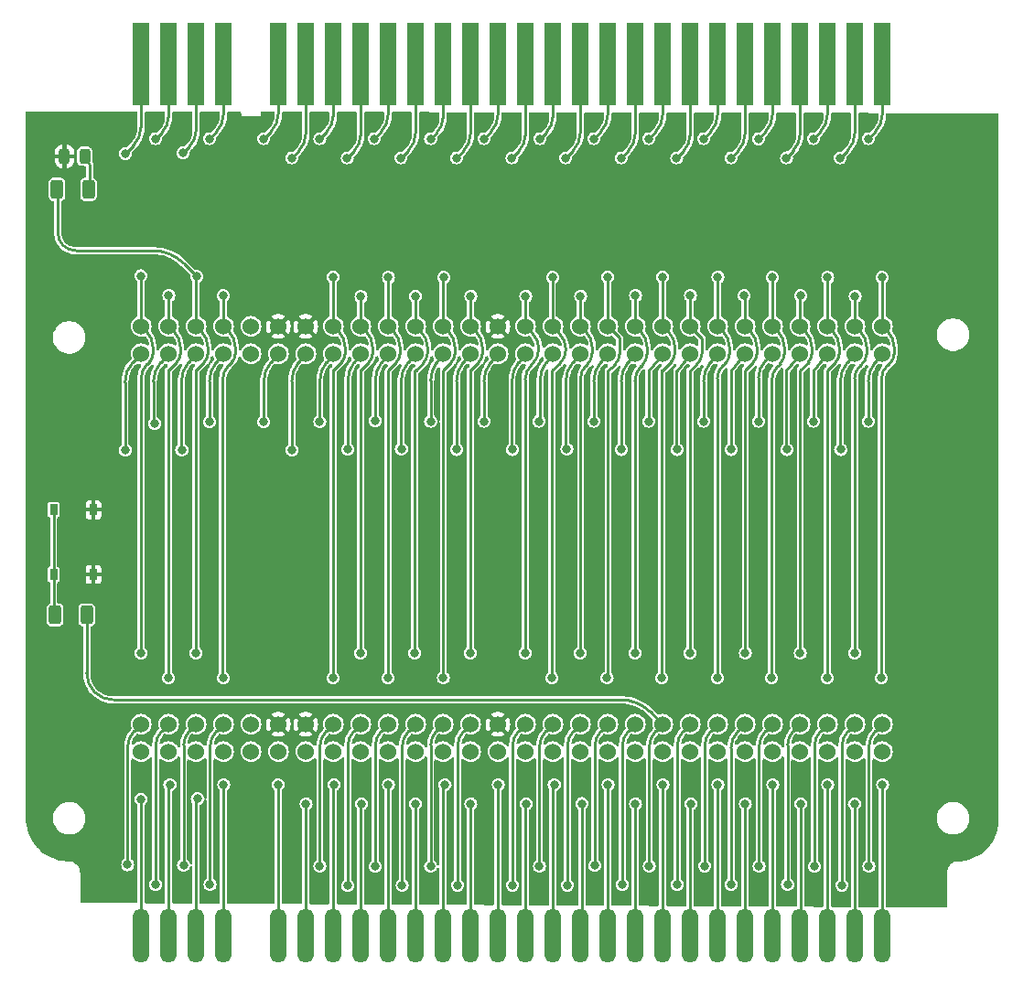
<source format=gbr>
%TF.GenerationSoftware,KiCad,Pcbnew,8.0.0*%
%TF.CreationDate,2024-03-05T08:56:25+01:00*%
%TF.ProjectId,ZX Spectrum_ BUS Expander,5a582053-7065-4637-9472-756d2c204255,rev?*%
%TF.SameCoordinates,Original*%
%TF.FileFunction,Copper,L1,Top*%
%TF.FilePolarity,Positive*%
%FSLAX46Y46*%
G04 Gerber Fmt 4.6, Leading zero omitted, Abs format (unit mm)*
G04 Created by KiCad (PCBNEW 8.0.0) date 2024-03-05 08:56:25*
%MOMM*%
%LPD*%
G01*
G04 APERTURE LIST*
G04 Aperture macros list*
%AMRoundRect*
0 Rectangle with rounded corners*
0 $1 Rounding radius*
0 $2 $3 $4 $5 $6 $7 $8 $9 X,Y pos of 4 corners*
0 Add a 4 corners polygon primitive as box body*
4,1,4,$2,$3,$4,$5,$6,$7,$8,$9,$2,$3,0*
0 Add four circle primitives for the rounded corners*
1,1,$1+$1,$2,$3*
1,1,$1+$1,$4,$5*
1,1,$1+$1,$6,$7*
1,1,$1+$1,$8,$9*
0 Add four rect primitives between the rounded corners*
20,1,$1+$1,$2,$3,$4,$5,0*
20,1,$1+$1,$4,$5,$6,$7,0*
20,1,$1+$1,$6,$7,$8,$9,0*
20,1,$1+$1,$8,$9,$2,$3,0*%
G04 Aperture macros list end*
%TA.AperFunction,ComponentPad*%
%ADD10C,1.524000*%
%TD*%
%TA.AperFunction,SMDPad,CuDef*%
%ADD11R,0.700000X1.000000*%
%TD*%
%TA.AperFunction,SMDPad,CuDef*%
%ADD12RoundRect,0.250000X-0.312500X-0.625000X0.312500X-0.625000X0.312500X0.625000X-0.312500X0.625000X0*%
%TD*%
%TA.AperFunction,SMDPad,CuDef*%
%ADD13RoundRect,0.762000X0.000000X-1.738000X0.000000X-1.738000X0.000000X1.738000X0.000000X1.738000X0*%
%TD*%
%TA.AperFunction,SMDPad,CuDef*%
%ADD14R,1.524000X7.620000*%
%TD*%
%TA.AperFunction,SMDPad,CuDef*%
%ADD15RoundRect,0.243750X-0.243750X-0.456250X0.243750X-0.456250X0.243750X0.456250X-0.243750X0.456250X0*%
%TD*%
%TA.AperFunction,ViaPad*%
%ADD16C,0.800000*%
%TD*%
%TA.AperFunction,Conductor*%
%ADD17C,0.250000*%
%TD*%
G04 APERTURE END LIST*
D10*
%TO.P,J1,*%
%TO.N,*%
X115646200Y-80010000D03*
X115646200Y-82550000D03*
%TO.P,J1,A1,Pin_a1*%
%TO.N,A15*%
X105486200Y-82550000D03*
%TO.P,J1,A2,Pin_a2*%
%TO.N,A13*%
X108026200Y-82550000D03*
%TO.P,J1,A3,Pin_a3*%
%TO.N,D7*%
X110566200Y-82550000D03*
%TO.P,J1,A4,Pin_a4*%
%TO.N,~{OEM_ROM1}*%
X113106200Y-82550000D03*
%TO.P,J1,A6,Pin_a6*%
%TO.N,D0*%
X118186200Y-82550000D03*
%TO.P,J1,A7,Pin_a7*%
%TO.N,D1*%
X120726200Y-82550000D03*
%TO.P,J1,A8,Pin_a8*%
%TO.N,D2*%
X123266200Y-82550000D03*
%TO.P,J1,A9,Pin_a9*%
%TO.N,D6*%
X125806200Y-82550000D03*
%TO.P,J1,A10,Pin_a10*%
%TO.N,D5*%
X128346200Y-82550000D03*
%TO.P,J1,A11,Pin_a11*%
%TO.N,D3*%
X130886200Y-82550000D03*
%TO.P,J1,A12,Pin_a12*%
%TO.N,D4*%
X133426200Y-82550000D03*
%TO.P,J1,A13,Pin_a13*%
%TO.N,~{INT}*%
X135966200Y-82550000D03*
%TO.P,J1,A14,Pin_a14*%
%TO.N,~{NMI}*%
X138506200Y-82550000D03*
%TO.P,J1,A15,Pin_a15*%
%TO.N,~{HALT}*%
X141046200Y-82550000D03*
%TO.P,J1,A16,Pin_a16*%
%TO.N,~{MREQ}*%
X143586200Y-82550000D03*
%TO.P,J1,A17,Pin_a17*%
%TO.N,~{IORQ}*%
X146126200Y-82550000D03*
%TO.P,J1,A18,Pin_a18*%
%TO.N,~{RD}*%
X148666200Y-82550000D03*
%TO.P,J1,A19,Pin_a19*%
%TO.N,~{WR}*%
X151206200Y-82550000D03*
%TO.P,J1,A20,Pin_a20*%
%TO.N,-5V*%
X153746200Y-82550000D03*
%TO.P,J1,A21,Pin_a21*%
%TO.N,~{WAIT}*%
X156286200Y-82550000D03*
%TO.P,J1,A22,Pin_a22*%
%TO.N,+12V*%
X158826200Y-82550000D03*
%TO.P,J1,A23,Pin_a23*%
%TO.N,12VAC*%
X161366200Y-82550000D03*
%TO.P,J1,A24,Pin_a24*%
%TO.N,~{M1}*%
X163906200Y-82550000D03*
%TO.P,J1,A25,Pin_a25*%
%TO.N,~{RFSH}*%
X166446200Y-82550000D03*
%TO.P,J1,A26,Pin_a26*%
%TO.N,A8*%
X168986200Y-82550000D03*
%TO.P,J1,A27,Pin_a27*%
%TO.N,A10*%
X171526200Y-82550000D03*
%TO.P,J1,A28,Pin_a28*%
%TO.N,RESET{slash}NC*%
X174066200Y-82550000D03*
%TO.P,J1,B1,Pin_b1*%
%TO.N,A14*%
X105486200Y-80010000D03*
%TO.P,J1,B2,Pin_b2*%
%TO.N,A12*%
X108026200Y-80010000D03*
%TO.P,J1,B3,Pin_b3*%
%TO.N,+5V*%
X110566200Y-80010000D03*
%TO.P,J1,B4,Pin_b4*%
%TO.N,+9V*%
X113106200Y-80010000D03*
%TO.P,J1,B6,Pin_b6*%
%TO.N,GND*%
X118186200Y-80010000D03*
%TO.P,J1,B7,Pin_b7*%
X120726200Y-80010000D03*
%TO.P,J1,B8,Pin_b8*%
%TO.N,~{CLK}*%
X123266200Y-80010000D03*
%TO.P,J1,B9,Pin_b9*%
%TO.N,A0*%
X125806200Y-80010000D03*
%TO.P,J1,B10,Pin_b10*%
%TO.N,A1*%
X128346200Y-80010000D03*
%TO.P,J1,B11,Pin_b11*%
%TO.N,A2*%
X130886200Y-80010000D03*
%TO.P,J1,B12,Pin_b12*%
%TO.N,A3*%
X133426200Y-80010000D03*
%TO.P,J1,B13,Pin_b13*%
%TO.N,~{IORQGE}*%
X135966200Y-80010000D03*
%TO.P,J1,B14,Pin_b14*%
%TO.N,GND*%
X138506200Y-80010000D03*
%TO.P,J1,B15,Pin_b15*%
%TO.N,~{OE_ROM2{slash}VIDEO}*%
X141046200Y-80010000D03*
%TO.P,J1,B16,Pin_b16*%
%TO.N,~{Y}*%
X143586200Y-80010000D03*
%TO.P,J1,B17,Pin_b17*%
%TO.N,V*%
X146126200Y-80010000D03*
%TO.P,J1,B18,Pin_b18*%
%TO.N,U*%
X148666200Y-80010000D03*
%TO.P,J1,B19,Pin_b19*%
%TO.N,~{BUSRQ}*%
X151206200Y-80010000D03*
%TO.P,J1,B20,Pin_b20*%
%TO.N,~{RESET}*%
X153746200Y-80010000D03*
%TO.P,J1,B21,Pin_b21*%
%TO.N,A7*%
X156286200Y-80010000D03*
%TO.P,J1,B22,Pin_b22*%
%TO.N,A6*%
X158826200Y-80010000D03*
%TO.P,J1,B23,Pin_b23*%
%TO.N,A5*%
X161366200Y-80010000D03*
%TO.P,J1,B24,Pin_b24*%
%TO.N,A4*%
X163906200Y-80010000D03*
%TO.P,J1,B25,Pin_b25*%
%TO.N,~{ROMCS}*%
X166446200Y-80010000D03*
%TO.P,J1,B26,Pin_b26*%
%TO.N,~{BUSACK}*%
X168986200Y-80010000D03*
%TO.P,J1,B27,Pin_b27*%
%TO.N,A9*%
X171526200Y-80010000D03*
%TO.P,J1,B28,Pin_b28*%
%TO.N,A11*%
X174066200Y-80010000D03*
%TD*%
D11*
%TO.P,S1,1,COM_1*%
%TO.N,Net-(S1-COM_1)*%
X97390000Y-102980000D03*
%TO.P,S1,2,COM_2*%
X97390000Y-96980000D03*
%TO.P,S1,3,NO_1*%
%TO.N,GND*%
X101090000Y-102980000D03*
%TO.P,S1,4,NO_2*%
X101090000Y-96980000D03*
%TD*%
D12*
%TO.P,R1,1*%
%TO.N,Net-(S1-COM_1)*%
X97530000Y-106720000D03*
%TO.P,R1,2*%
%TO.N,~{RESET}*%
X100455000Y-106720000D03*
%TD*%
D13*
%TO.P,Z1,A1,A15*%
%TO.N,A15*%
X105486200Y-136398000D03*
%TO.P,Z1,A2,A13*%
%TO.N,A13*%
X108026200Y-136398000D03*
%TO.P,Z1,A3,D7*%
%TO.N,D7*%
X110566200Y-136398000D03*
%TO.P,Z1,A4,~{OEM_ROM1}*%
%TO.N,~{OEM_ROM1}*%
X113106200Y-136398000D03*
%TO.P,Z1,A6,D0*%
%TO.N,D0*%
X118186200Y-136398000D03*
%TO.P,Z1,A7,D1*%
%TO.N,D1*%
X120726200Y-136398000D03*
%TO.P,Z1,A8,D2*%
%TO.N,D2*%
X123266200Y-136398000D03*
%TO.P,Z1,A9,D6*%
%TO.N,D6*%
X125806200Y-136398000D03*
%TO.P,Z1,A10,D5*%
%TO.N,D5*%
X128346200Y-136398000D03*
%TO.P,Z1,A11,D3*%
%TO.N,D3*%
X130886200Y-136398000D03*
%TO.P,Z1,A12,D4*%
%TO.N,D4*%
X133426200Y-136398000D03*
%TO.P,Z1,A13,~{INT}*%
%TO.N,~{INT}*%
X135966200Y-136398000D03*
%TO.P,Z1,A14,~{NMI}*%
%TO.N,~{NMI}*%
X138506200Y-136398000D03*
%TO.P,Z1,A15,~{HALT}*%
%TO.N,~{HALT}*%
X141046200Y-136398000D03*
%TO.P,Z1,A16,~{MREQ}*%
%TO.N,~{MREQ}*%
X143586200Y-136398000D03*
%TO.P,Z1,A17,~{IORQ}*%
%TO.N,~{IORQ}*%
X146126200Y-136398000D03*
%TO.P,Z1,A18,~{RD}*%
%TO.N,~{RD}*%
X148666200Y-136398000D03*
%TO.P,Z1,A19,~{WR}*%
%TO.N,~{WR}*%
X151206200Y-136398000D03*
%TO.P,Z1,A20,-5V*%
%TO.N,-5V*%
X153746200Y-136398000D03*
%TO.P,Z1,A21,~{WAIT}*%
%TO.N,~{WAIT}*%
X156286200Y-136398000D03*
%TO.P,Z1,A22,+12V*%
%TO.N,+12V*%
X158826200Y-136398000D03*
%TO.P,Z1,A23,12VAC*%
%TO.N,12VAC*%
X161366200Y-136398000D03*
%TO.P,Z1,A24,~{M1}*%
%TO.N,~{M1}*%
X163906200Y-136398000D03*
%TO.P,Z1,A25,~{RFSH}*%
%TO.N,~{RFSH}*%
X166446200Y-136398000D03*
%TO.P,Z1,A26,A8*%
%TO.N,A8*%
X168986200Y-136398000D03*
%TO.P,Z1,A27,A10*%
%TO.N,A10*%
X171526200Y-136398000D03*
%TO.P,Z1,A28,RESET*%
%TO.N,RESET{slash}NC*%
X174066200Y-136398000D03*
%TD*%
D10*
%TO.P,J2,*%
%TO.N,*%
X115646200Y-116840000D03*
X115646200Y-119380000D03*
%TO.P,J2,A1,Pin_a1*%
%TO.N,A15*%
X105486200Y-119380000D03*
%TO.P,J2,A2,Pin_a2*%
%TO.N,A13*%
X108026200Y-119380000D03*
%TO.P,J2,A3,Pin_a3*%
%TO.N,D7*%
X110566200Y-119380000D03*
%TO.P,J2,A4,Pin_a4*%
%TO.N,~{OEM_ROM1}*%
X113106200Y-119380000D03*
%TO.P,J2,A6,Pin_a6*%
%TO.N,D0*%
X118186200Y-119380000D03*
%TO.P,J2,A7,Pin_a7*%
%TO.N,D1*%
X120726200Y-119380000D03*
%TO.P,J2,A8,Pin_a8*%
%TO.N,D2*%
X123266200Y-119380000D03*
%TO.P,J2,A9,Pin_a9*%
%TO.N,D6*%
X125806200Y-119380000D03*
%TO.P,J2,A10,Pin_a10*%
%TO.N,D5*%
X128346200Y-119380000D03*
%TO.P,J2,A11,Pin_a11*%
%TO.N,D3*%
X130886200Y-119380000D03*
%TO.P,J2,A12,Pin_a12*%
%TO.N,D4*%
X133426200Y-119380000D03*
%TO.P,J2,A13,Pin_a13*%
%TO.N,~{INT}*%
X135966200Y-119380000D03*
%TO.P,J2,A14,Pin_a14*%
%TO.N,~{NMI}*%
X138506200Y-119380000D03*
%TO.P,J2,A15,Pin_a15*%
%TO.N,~{HALT}*%
X141046200Y-119380000D03*
%TO.P,J2,A16,Pin_a16*%
%TO.N,~{MREQ}*%
X143586200Y-119380000D03*
%TO.P,J2,A17,Pin_a17*%
%TO.N,~{IORQ}*%
X146126200Y-119380000D03*
%TO.P,J2,A18,Pin_a18*%
%TO.N,~{RD}*%
X148666200Y-119380000D03*
%TO.P,J2,A19,Pin_a19*%
%TO.N,~{WR}*%
X151206200Y-119380000D03*
%TO.P,J2,A20,Pin_a20*%
%TO.N,-5V*%
X153746200Y-119380000D03*
%TO.P,J2,A21,Pin_a21*%
%TO.N,~{WAIT}*%
X156286200Y-119380000D03*
%TO.P,J2,A22,Pin_a22*%
%TO.N,+12V*%
X158826200Y-119380000D03*
%TO.P,J2,A23,Pin_a23*%
%TO.N,12VAC*%
X161366200Y-119380000D03*
%TO.P,J2,A24,Pin_a24*%
%TO.N,~{M1}*%
X163906200Y-119380000D03*
%TO.P,J2,A25,Pin_a25*%
%TO.N,~{RFSH}*%
X166446200Y-119380000D03*
%TO.P,J2,A26,Pin_a26*%
%TO.N,A8*%
X168986200Y-119380000D03*
%TO.P,J2,A27,Pin_a27*%
%TO.N,A10*%
X171526200Y-119380000D03*
%TO.P,J2,A28,Pin_a28*%
%TO.N,RESET{slash}NC*%
X174066200Y-119380000D03*
%TO.P,J2,B1,Pin_b1*%
%TO.N,A14*%
X105486200Y-116840000D03*
%TO.P,J2,B2,Pin_b2*%
%TO.N,A12*%
X108026200Y-116840000D03*
%TO.P,J2,B3,Pin_b3*%
%TO.N,+5V*%
X110566200Y-116840000D03*
%TO.P,J2,B4,Pin_b4*%
%TO.N,+9V*%
X113106200Y-116840000D03*
%TO.P,J2,B6,Pin_b6*%
%TO.N,GND*%
X118186200Y-116840000D03*
%TO.P,J2,B7,Pin_b7*%
X120726200Y-116840000D03*
%TO.P,J2,B8,Pin_b8*%
%TO.N,~{CLK}*%
X123266200Y-116840000D03*
%TO.P,J2,B9,Pin_b9*%
%TO.N,A0*%
X125806200Y-116840000D03*
%TO.P,J2,B10,Pin_b10*%
%TO.N,A1*%
X128346200Y-116840000D03*
%TO.P,J2,B11,Pin_b11*%
%TO.N,A2*%
X130886200Y-116840000D03*
%TO.P,J2,B12,Pin_b12*%
%TO.N,A3*%
X133426200Y-116840000D03*
%TO.P,J2,B13,Pin_b13*%
%TO.N,~{IORQGE}*%
X135966200Y-116840000D03*
%TO.P,J2,B14,Pin_b14*%
%TO.N,GND*%
X138506200Y-116840000D03*
%TO.P,J2,B15,Pin_b15*%
%TO.N,~{OE_ROM2{slash}VIDEO}*%
X141046200Y-116840000D03*
%TO.P,J2,B16,Pin_b16*%
%TO.N,~{Y}*%
X143586200Y-116840000D03*
%TO.P,J2,B17,Pin_b17*%
%TO.N,V*%
X146126200Y-116840000D03*
%TO.P,J2,B18,Pin_b18*%
%TO.N,U*%
X148666200Y-116840000D03*
%TO.P,J2,B19,Pin_b19*%
%TO.N,~{BUSRQ}*%
X151206200Y-116840000D03*
%TO.P,J2,B20,Pin_b20*%
%TO.N,~{RESET}*%
X153746200Y-116840000D03*
%TO.P,J2,B21,Pin_b21*%
%TO.N,A7*%
X156286200Y-116840000D03*
%TO.P,J2,B22,Pin_b22*%
%TO.N,A6*%
X158826200Y-116840000D03*
%TO.P,J2,B23,Pin_b23*%
%TO.N,A5*%
X161366200Y-116840000D03*
%TO.P,J2,B24,Pin_b24*%
%TO.N,A4*%
X163906200Y-116840000D03*
%TO.P,J2,B25,Pin_b25*%
%TO.N,~{ROMCS}*%
X166446200Y-116840000D03*
%TO.P,J2,B26,Pin_b26*%
%TO.N,~{BUSACK}*%
X168986200Y-116840000D03*
%TO.P,J2,B27,Pin_b27*%
%TO.N,A9*%
X171526200Y-116840000D03*
%TO.P,J2,B28,Pin_b28*%
%TO.N,A11*%
X174066200Y-116840000D03*
%TD*%
D14*
%TO.P,Z2,A1,A15*%
%TO.N,A15*%
X105486200Y-55753000D03*
%TO.P,Z2,A2,A13*%
%TO.N,A13*%
X108026200Y-55753000D03*
%TO.P,Z2,A3,D7*%
%TO.N,D7*%
X110566200Y-55753000D03*
%TO.P,Z2,A4,~{OEM_ROM1}*%
%TO.N,~{OEM_ROM1}*%
X113106200Y-55753000D03*
%TO.P,Z2,A6,D0*%
%TO.N,D0*%
X118186200Y-55753000D03*
%TO.P,Z2,A7,D1*%
%TO.N,D1*%
X120726200Y-55753000D03*
%TO.P,Z2,A8,D2*%
%TO.N,D2*%
X123266200Y-55753000D03*
%TO.P,Z2,A9,D6*%
%TO.N,D6*%
X125806200Y-55753000D03*
%TO.P,Z2,A10,D5*%
%TO.N,D5*%
X128346200Y-55753000D03*
%TO.P,Z2,A11,D3*%
%TO.N,D3*%
X130886200Y-55753000D03*
%TO.P,Z2,A12,D4*%
%TO.N,D4*%
X133426200Y-55753000D03*
%TO.P,Z2,A13,~{INT}*%
%TO.N,~{INT}*%
X135966200Y-55753000D03*
%TO.P,Z2,A14,~{NMI}*%
%TO.N,~{NMI}*%
X138506200Y-55753000D03*
%TO.P,Z2,A15,~{HALT}*%
%TO.N,~{HALT}*%
X141046200Y-55753000D03*
%TO.P,Z2,A16,~{MREQ}*%
%TO.N,~{MREQ}*%
X143586200Y-55753000D03*
%TO.P,Z2,A17,~{IORQ}*%
%TO.N,~{IORQ}*%
X146126200Y-55753000D03*
%TO.P,Z2,A18,~{RD}*%
%TO.N,~{RD}*%
X148666200Y-55753000D03*
%TO.P,Z2,A19,~{WR}*%
%TO.N,~{WR}*%
X151206200Y-55753000D03*
%TO.P,Z2,A20,-5V*%
%TO.N,-5V*%
X153746200Y-55753000D03*
%TO.P,Z2,A21,~{WAIT}*%
%TO.N,~{WAIT}*%
X156286200Y-55753000D03*
%TO.P,Z2,A22,+12V*%
%TO.N,+12V*%
X158826200Y-55753000D03*
%TO.P,Z2,A23,12VAC*%
%TO.N,12VAC*%
X161366200Y-55753000D03*
%TO.P,Z2,A24,~{M1}*%
%TO.N,~{M1}*%
X163906200Y-55753000D03*
%TO.P,Z2,A25,~{RFSH}*%
%TO.N,~{RFSH}*%
X166446200Y-55753000D03*
%TO.P,Z2,A26,A8*%
%TO.N,A8*%
X168986200Y-55753000D03*
%TO.P,Z2,A27,A10*%
%TO.N,A10*%
X171526200Y-55753000D03*
%TO.P,Z2,A28,RESET*%
%TO.N,RESET{slash}NC*%
X174066200Y-55753000D03*
%TD*%
D15*
%TO.P,D1,1,K*%
%TO.N,GND*%
X98393500Y-64262000D03*
%TO.P,D1,2,A*%
%TO.N,Net-(D1-A)*%
X100268500Y-64262000D03*
%TD*%
D12*
%TO.P,R2,1*%
%TO.N,+5V*%
X97705000Y-67320000D03*
%TO.P,R2,2*%
%TO.N,Net-(D1-A)*%
X100630000Y-67320000D03*
%TD*%
D16*
%TO.N,A15*%
X104038000Y-64008000D03*
X105480000Y-123790000D03*
X104030000Y-91460800D03*
%TO.N,A13*%
X108152600Y-122428000D03*
X106832000Y-62636400D03*
X106750000Y-89000000D03*
%TO.N,D7*%
X109250000Y-91460800D03*
X110692600Y-123748800D03*
X109372000Y-63957200D03*
%TO.N,~{OEM_ROM1}*%
X111811000Y-62636400D03*
X111811000Y-88849200D03*
X113131600Y-122428000D03*
%TO.N,D0*%
X116840000Y-62636400D03*
X116840000Y-88849200D03*
X118160600Y-122428000D03*
%TO.N,D1*%
X120751600Y-124206000D03*
X119461000Y-91460800D03*
X119431000Y-64414400D03*
%TO.N,D2*%
X122021600Y-88849200D03*
X122022000Y-62636400D03*
X123342600Y-122428000D03*
%TO.N,D6*%
X124562000Y-64414400D03*
X125882600Y-124206000D03*
X124612400Y-91380000D03*
%TO.N,D5*%
X127152400Y-88747600D03*
X128371600Y-122428000D03*
X127051000Y-62636400D03*
%TO.N,D3*%
X129570000Y-91359200D03*
X130860600Y-124206000D03*
X129540000Y-64414400D03*
%TO.N,D4*%
X133603600Y-122428000D03*
X132283000Y-62636400D03*
X132283000Y-88798400D03*
%TO.N,~{INT}*%
X135991600Y-124206000D03*
X134671000Y-64414400D03*
X134701000Y-91410000D03*
%TO.N,~{NMI}*%
X137211000Y-62636400D03*
X138531600Y-122428000D03*
X137211000Y-88798400D03*
%TO.N,~{HALT}*%
X141122600Y-124206000D03*
X139832000Y-91410000D03*
X139802000Y-64414400D03*
%TO.N,~{MREQ}*%
X142290000Y-88798400D03*
X143712600Y-122428000D03*
X142392000Y-62636400D03*
%TO.N,~{IORQ}*%
X144780000Y-64414400D03*
X146260000Y-124190000D03*
X144880800Y-91361600D03*
%TO.N,~{RD}*%
X147371000Y-62636400D03*
X147371000Y-88798400D03*
X148691600Y-122428000D03*
%TO.N,~{WR}*%
X149911000Y-64414400D03*
X149941000Y-91410000D03*
X151231600Y-124206000D03*
%TO.N,-5V*%
X153771600Y-122428000D03*
X152451000Y-88798400D03*
X152451000Y-62636400D03*
%TO.N,~{WAIT}*%
X155042000Y-64414400D03*
X155072000Y-91410000D03*
X156362600Y-124206000D03*
%TO.N,+12V*%
X157531000Y-62636400D03*
X157531000Y-88798400D03*
X158851600Y-122428000D03*
%TO.N,12VAC*%
X160101000Y-91410000D03*
X160071000Y-64414400D03*
X161391600Y-124206000D03*
%TO.N,~{M1}*%
X162600000Y-62640000D03*
X163931600Y-122428000D03*
X162611000Y-88798400D03*
%TO.N,~{RFSH}*%
X165232000Y-91410000D03*
X165202000Y-64414400D03*
X166522600Y-124206000D03*
%TO.N,A8*%
X169011600Y-122428000D03*
X167691000Y-62636400D03*
X167691000Y-88798400D03*
%TO.N,A10*%
X171500600Y-124206000D03*
X170180000Y-64414400D03*
X170210000Y-91410000D03*
%TO.N,RESET{slash}NC*%
X174091600Y-122428000D03*
X172771000Y-62636400D03*
X172771000Y-88798400D03*
%TO.N,A14*%
X105461000Y-75336400D03*
X104241800Y-129844600D03*
X105486200Y-110250000D03*
%TO.N,A12*%
X106832800Y-131673600D03*
X108052000Y-77165200D03*
X108026200Y-112547200D03*
%TO.N,+5V*%
X110566200Y-110250000D03*
X109423800Y-129895600D03*
X110642000Y-75387200D03*
%TO.N,+9V*%
X113106200Y-112547200D03*
X113081000Y-77165200D03*
X111861800Y-131673600D03*
%TO.N,GND*%
X120650000Y-68021200D03*
X137210800Y-129895600D03*
X119380000Y-129946400D03*
X138532000Y-67970400D03*
X118161000Y-68021200D03*
%TO.N,~{CLK}*%
X123241000Y-75438000D03*
X122021800Y-129946600D03*
X123240800Y-112547200D03*
%TO.N,A0*%
X125781000Y-110250000D03*
X124612800Y-131775600D03*
X125832000Y-77266800D03*
%TO.N,A1*%
X128372000Y-75488800D03*
X128321000Y-112547200D03*
X127152800Y-129997600D03*
%TO.N,A2*%
X129641800Y-131724600D03*
X130861000Y-77216000D03*
X130810000Y-110250000D03*
%TO.N,A3*%
X132283800Y-129997600D03*
X133502000Y-75488800D03*
X133452000Y-112547200D03*
%TO.N,~{IORQGE}*%
X135941000Y-110250000D03*
X134772800Y-131724600D03*
X135992000Y-77216000D03*
%TO.N,~{OE_ROM2{slash}VIDEO}*%
X139852800Y-131724600D03*
X141072000Y-77216000D03*
X141021000Y-110250000D03*
%TO.N,~{Y}*%
X143510000Y-112550000D03*
X142341800Y-129997600D03*
X143561000Y-75488800D03*
%TO.N,V*%
X146101000Y-110250000D03*
X146152000Y-77216000D03*
X144932800Y-131724600D03*
%TO.N,U*%
X148641000Y-75438000D03*
X147460000Y-129908400D03*
X148600000Y-112560000D03*
%TO.N,~{BUSRQ}*%
X151232000Y-77165200D03*
X151180000Y-110250000D03*
X150012800Y-131673600D03*
%TO.N,~{RESET}*%
X153721000Y-75438000D03*
X152501800Y-129946600D03*
X153670000Y-112547200D03*
%TO.N,A7*%
X155092800Y-131673600D03*
X156312000Y-77165200D03*
X156261000Y-110250000D03*
%TO.N,A6*%
X158852000Y-75438000D03*
X158801000Y-112547200D03*
X157632800Y-129946600D03*
%TO.N,A5*%
X161290000Y-77165200D03*
X160070800Y-131673600D03*
X161391600Y-110250000D03*
%TO.N,A4*%
X162661800Y-129997600D03*
X163830000Y-112547200D03*
X163881000Y-75488800D03*
%TO.N,~{ROMCS}*%
X166522000Y-77165200D03*
X165303800Y-131673600D03*
X166472000Y-110250000D03*
%TO.N,~{BUSACK}*%
X167792800Y-129997600D03*
X169012000Y-75488800D03*
X168961000Y-112547200D03*
%TO.N,A9*%
X170332800Y-131724600D03*
X171552000Y-77216000D03*
X171501000Y-110250000D03*
%TO.N,A11*%
X173990000Y-112547200D03*
X172821800Y-129997600D03*
X174041000Y-75488800D03*
%TD*%
D17*
%TO.N,A15*%
X104743100Y-83325000D02*
X105486200Y-82550000D01*
X105486200Y-61535767D02*
X105486200Y-55753000D01*
X104030000Y-91460800D02*
X104015000Y-91445800D01*
X104038000Y-64008000D02*
X104762100Y-63283900D01*
X105486200Y-124017426D02*
X105486200Y-136398000D01*
X104000000Y-85173695D02*
X104000000Y-91409586D01*
X104000000Y-91409586D02*
G75*
G03*
X104014996Y-91445804I51200J-14D01*
G01*
X105486200Y-61535767D02*
G75*
G02*
X104762109Y-63283909I-2472200J-33D01*
G01*
X104743101Y-83325001D02*
G75*
G03*
X103999982Y-85173695I1927999J-1848699D01*
G01*
X105422399Y-123863401D02*
G75*
G02*
X105486188Y-124017426I-153999J-153999D01*
G01*
%TO.N,A13*%
X107327600Y-83325000D02*
X108026200Y-82550000D01*
X108152600Y-122428000D02*
X108089400Y-122491200D01*
X107429100Y-62039300D02*
X106832000Y-62636400D01*
X106750000Y-89000000D02*
X106689500Y-88939500D01*
X108026200Y-122643778D02*
X108026200Y-136398000D01*
X106629000Y-85143392D02*
X106629000Y-88793440D01*
X108026200Y-60597773D02*
X108026200Y-55753000D01*
X108026200Y-60597773D02*
G75*
G02*
X107429108Y-62039308I-2038600J-27D01*
G01*
X107327600Y-83325000D02*
G75*
G03*
X106628981Y-85143392I2017200J-1818400D01*
G01*
X106629000Y-88793440D02*
G75*
G03*
X106689512Y-88939488I206600J40D01*
G01*
X108089401Y-122491201D02*
G75*
G03*
X108026192Y-122643778I152599J-152599D01*
G01*
%TO.N,D7*%
X109220000Y-91409586D02*
X109220000Y-85126493D01*
X110566200Y-61918573D02*
X110566200Y-55753000D01*
X109235000Y-91445800D02*
X109250000Y-91460800D01*
X110566200Y-123964578D02*
X110566200Y-136398000D01*
X109969100Y-63360100D02*
X109372000Y-63957200D01*
X110692600Y-123748800D02*
X110629400Y-123812000D01*
X109893100Y-83325000D02*
X110566200Y-82550000D01*
X109220000Y-91409586D02*
G75*
G03*
X109234996Y-91445804I51200J-14D01*
G01*
X110629401Y-123812001D02*
G75*
G03*
X110566192Y-123964578I152599J-152599D01*
G01*
X110566200Y-61918573D02*
G75*
G02*
X109969108Y-63360108I-2038600J-27D01*
G01*
X109893100Y-83325000D02*
G75*
G03*
X109219991Y-85126493I2074200J-1801500D01*
G01*
%TO.N,~{OEM_ROM1}*%
X113106200Y-122471360D02*
X113106200Y-136398000D01*
X113106200Y-60425355D02*
X113106200Y-55753000D01*
X111811000Y-88849200D02*
X111811000Y-85109955D01*
X112458600Y-61988800D02*
X111811000Y-62636400D01*
X113118900Y-122440700D02*
X113131600Y-122428000D01*
X112458600Y-83325000D02*
X113106200Y-82550000D01*
X112458600Y-83325000D02*
G75*
G03*
X111810971Y-85109955I2136100J-1785000D01*
G01*
X113118900Y-122440700D02*
G75*
G03*
X113106184Y-122471360I30700J-30700D01*
G01*
X113106200Y-60425355D02*
G75*
G02*
X112458613Y-61988813I-2211000J-45D01*
G01*
%TO.N,D0*%
X118173400Y-122440800D02*
X118160600Y-122428000D01*
X118186200Y-60338292D02*
X118186200Y-55753000D01*
X118186200Y-122471701D02*
X118186200Y-136398000D01*
X117513100Y-83325000D02*
X118186200Y-82550000D01*
X117513100Y-61963300D02*
X116840000Y-62636400D01*
X116840000Y-85126493D02*
X116840000Y-88849200D01*
X118173400Y-122440800D02*
G75*
G02*
X118186199Y-122471701I-30900J-30900D01*
G01*
X118186200Y-60338292D02*
G75*
G02*
X117513102Y-61963302I-2298100J-8D01*
G01*
X117513100Y-83325000D02*
G75*
G03*
X116839991Y-85126493I2074200J-1801500D01*
G01*
%TO.N,D1*%
X119446000Y-91445800D02*
X119461000Y-91460800D01*
X120078600Y-83325000D02*
X120726200Y-82550000D01*
X120738900Y-124218700D02*
X120751600Y-124206000D01*
X120726200Y-124249360D02*
X120726200Y-136398000D01*
X120078600Y-63766800D02*
X119431000Y-64414400D01*
X120726200Y-62203355D02*
X120726200Y-55753000D01*
X119431000Y-85109955D02*
X119431000Y-91409586D01*
X120078600Y-83325000D02*
G75*
G03*
X119430971Y-85109955I2136100J-1785000D01*
G01*
X120738900Y-124218700D02*
G75*
G03*
X120726184Y-124249360I30700J-30700D01*
G01*
X119431000Y-91409586D02*
G75*
G03*
X119445996Y-91445804I51200J-14D01*
G01*
X120726200Y-62203355D02*
G75*
G02*
X120078613Y-63766813I-2211000J-45D01*
G01*
%TO.N,D2*%
X122021600Y-85093922D02*
X122021600Y-88849200D01*
X123342600Y-122428000D02*
X123304400Y-122466200D01*
X122643900Y-83325000D02*
X123266200Y-82550000D01*
X123266200Y-60512417D02*
X123266200Y-55753000D01*
X122022000Y-62636400D02*
X122644100Y-62014300D01*
X123266200Y-122558422D02*
X123266200Y-136398000D01*
X123266200Y-60512417D02*
G75*
G02*
X122644095Y-62014295I-2124000J17D01*
G01*
X123304400Y-122466200D02*
G75*
G03*
X123266210Y-122558422I92200J-92200D01*
G01*
X122643900Y-83325000D02*
G75*
G03*
X122021619Y-85093922I2203000J-1768900D01*
G01*
%TO.N,D6*%
X124612400Y-91380000D02*
X124612400Y-85078220D01*
X125184100Y-63792300D02*
X124562000Y-64414400D01*
X125806200Y-124336422D02*
X125806200Y-136398000D01*
X125209300Y-83325000D02*
X125806200Y-82550000D01*
X125806200Y-62290417D02*
X125806200Y-55753000D01*
X125882600Y-124206000D02*
X125844400Y-124244200D01*
X125806200Y-62290417D02*
G75*
G02*
X125184095Y-63792295I-2124000J17D01*
G01*
X125844400Y-124244200D02*
G75*
G03*
X125806210Y-124336422I92200J-92200D01*
G01*
X125209300Y-83325000D02*
G75*
G03*
X124612405Y-85078220I2276300J-1753200D01*
G01*
%TO.N,D5*%
X127698600Y-61988800D02*
X127051000Y-62636400D01*
X128346200Y-122471360D02*
X128346200Y-136398000D01*
X127749300Y-83325000D02*
X128346200Y-82550000D01*
X127152400Y-85078220D02*
X127152400Y-88747600D01*
X128358900Y-122440700D02*
X128371600Y-122428000D01*
X128346200Y-60425355D02*
X128346200Y-55753000D01*
X128358900Y-122440700D02*
G75*
G03*
X128346184Y-122471360I30700J-30700D01*
G01*
X128346200Y-60425355D02*
G75*
G02*
X127698613Y-61988813I-2211000J-45D01*
G01*
X127749300Y-83325000D02*
G75*
G03*
X127152405Y-85078220I2276300J-1753200D01*
G01*
%TO.N,D3*%
X130886200Y-62116292D02*
X130886200Y-55753000D01*
X129555000Y-91344200D02*
X129570000Y-91359200D01*
X129540000Y-64414400D02*
X130213100Y-63741300D01*
X130886200Y-124249701D02*
X130886200Y-136398000D01*
X129540000Y-91307986D02*
X129540000Y-85126493D01*
X130860600Y-124206000D02*
X130873400Y-124218800D01*
X130213100Y-83325000D02*
X130886200Y-82550000D01*
X130873400Y-124218800D02*
G75*
G02*
X130886199Y-124249701I-30900J-30900D01*
G01*
X130886200Y-62116292D02*
G75*
G02*
X130213102Y-63741302I-2298100J-8D01*
G01*
X130213100Y-83325000D02*
G75*
G03*
X129539991Y-85126493I2074200J-1801500D01*
G01*
X129540000Y-91307986D02*
G75*
G03*
X129554996Y-91344204I51200J-14D01*
G01*
%TO.N,D4*%
X132283000Y-62636400D02*
X132854600Y-62064800D01*
X132283000Y-88798400D02*
X132283000Y-85062990D01*
X133514900Y-122516700D02*
X133603600Y-122428000D01*
X133426200Y-60684835D02*
X133426200Y-55753000D01*
X132854600Y-83325000D02*
X133426200Y-82550000D01*
X133426200Y-122730840D02*
X133426200Y-136398000D01*
X132854601Y-83325000D02*
G75*
G03*
X132282987Y-85062990I2356399J-1738000D01*
G01*
X133514900Y-122516700D02*
G75*
G03*
X133426217Y-122730840I214100J-214100D01*
G01*
X133426200Y-60684835D02*
G75*
G02*
X132854590Y-62064790I-1951600J35D01*
G01*
%TO.N,~{INT}*%
X135318600Y-83325000D02*
X135966200Y-82550000D01*
X135966200Y-124249360D02*
X135966200Y-136398000D01*
X135991600Y-124206000D02*
X135978900Y-124218700D01*
X134671000Y-85109955D02*
X134671000Y-91358786D01*
X134686000Y-91395000D02*
X134701000Y-91410000D01*
X135966200Y-62203355D02*
X135966200Y-55753000D01*
X135318600Y-63766800D02*
X134671000Y-64414400D01*
X135966200Y-62203355D02*
G75*
G02*
X135318613Y-63766813I-2211000J-45D01*
G01*
X135978900Y-124218700D02*
G75*
G03*
X135966184Y-124249360I30700J-30700D01*
G01*
X135318600Y-83325000D02*
G75*
G03*
X134670971Y-85109955I2136100J-1785000D01*
G01*
X134671000Y-91358786D02*
G75*
G03*
X134685996Y-91395004I51200J-14D01*
G01*
%TO.N,~{NMI}*%
X138506200Y-60425355D02*
X138506200Y-55753000D01*
X137211000Y-88798400D02*
X137211000Y-85109955D01*
X138518900Y-122440700D02*
X138531600Y-122428000D01*
X137858600Y-83325000D02*
X138506200Y-82550000D01*
X138506200Y-122471360D02*
X138506200Y-136398000D01*
X137211000Y-62636400D02*
X137858600Y-61988800D01*
X138518900Y-122440700D02*
G75*
G03*
X138506184Y-122471360I30700J-30700D01*
G01*
X137858600Y-83325000D02*
G75*
G03*
X137210971Y-85109955I2136100J-1785000D01*
G01*
X138506200Y-60425355D02*
G75*
G02*
X137858613Y-61988813I-2211000J-45D01*
G01*
%TO.N,~{HALT}*%
X141084400Y-124244200D02*
X141122600Y-124206000D01*
X139802000Y-91358786D02*
X139802000Y-85093797D01*
X141046200Y-62290417D02*
X141046200Y-55753000D01*
X139832000Y-91410000D02*
X139817000Y-91395000D01*
X141046200Y-124336422D02*
X141046200Y-136398000D01*
X140424100Y-83325000D02*
X141046200Y-82550000D01*
X140424100Y-63792300D02*
X139802000Y-64414400D01*
X140424101Y-83325001D02*
G75*
G03*
X139801992Y-85093797I2203499J-1768799D01*
G01*
X141084400Y-124244200D02*
G75*
G03*
X141046210Y-124336422I92200J-92200D01*
G01*
X139802000Y-91358786D02*
G75*
G03*
X139816996Y-91395004I51200J-14D01*
G01*
X141046200Y-62290417D02*
G75*
G02*
X140424095Y-63792295I-2124000J17D01*
G01*
%TO.N,~{MREQ}*%
X143649400Y-122491200D02*
X143712600Y-122428000D01*
X143586200Y-60597773D02*
X143586200Y-55753000D01*
X142392000Y-85078342D02*
X142392000Y-88798400D01*
X142392000Y-62636400D02*
X142989100Y-62039300D01*
X142989100Y-83325000D02*
X143586200Y-82550000D01*
X143586200Y-122643778D02*
X143586200Y-136398000D01*
X143586200Y-60597773D02*
G75*
G02*
X142989108Y-62039308I-2038600J-27D01*
G01*
X142989100Y-83325000D02*
G75*
G03*
X142392019Y-85078342I2275700J-1753300D01*
G01*
X143649401Y-122491201D02*
G75*
G03*
X143586192Y-122643778I152599J-152599D01*
G01*
%TO.N,~{IORQ}*%
X146198100Y-136326100D02*
X146126200Y-136398000D01*
X145453100Y-83325000D02*
X146126200Y-82550000D01*
X146126200Y-62116292D02*
X146126200Y-55753000D01*
X144780000Y-85126493D02*
X144780000Y-91189523D01*
X146270000Y-124207071D02*
X146270000Y-136152518D01*
X144780000Y-64414400D02*
X145453100Y-63741300D01*
X146265000Y-124195000D02*
X146260000Y-124190000D01*
X144880800Y-91361600D02*
X144830400Y-91311200D01*
X144780000Y-91189523D02*
G75*
G03*
X144830407Y-91311193I172100J23D01*
G01*
X146126200Y-62116292D02*
G75*
G02*
X145453102Y-63741302I-2298100J-8D01*
G01*
X146264999Y-124195001D02*
G75*
G02*
X146270011Y-124207071I-12099J-12099D01*
G01*
X145453100Y-83325000D02*
G75*
G03*
X144779991Y-85126493I2074200J-1801500D01*
G01*
X146270000Y-136152518D02*
G75*
G02*
X146198095Y-136326095I-245500J18D01*
G01*
%TO.N,~{RD}*%
X148678900Y-122440700D02*
X148691600Y-122428000D01*
X148666200Y-122471360D02*
X148666200Y-136398000D01*
X148018600Y-61988800D02*
X147371000Y-62636400D01*
X147371000Y-85100243D02*
X147371000Y-88798400D01*
X148018600Y-83337700D02*
X148666200Y-82575400D01*
X148666200Y-60425355D02*
X148666200Y-55753000D01*
X148666200Y-60425355D02*
G75*
G02*
X148018613Y-61988813I-2211000J-45D01*
G01*
X148678900Y-122440700D02*
G75*
G03*
X148666184Y-122471360I30700J-30700D01*
G01*
X148018601Y-83337701D02*
G75*
G03*
X147371025Y-85100243I2074699J-1762499D01*
G01*
%TO.N,~{WR}*%
X151218900Y-124218700D02*
X151231600Y-124206000D01*
X151206200Y-124249360D02*
X151206200Y-136398000D01*
X151206200Y-62203355D02*
X151206200Y-55753000D01*
X149911000Y-85109955D02*
X149911000Y-91358786D01*
X150558600Y-83325000D02*
X151206200Y-82550000D01*
X149911000Y-64414400D02*
X150558600Y-63766800D01*
X149941000Y-91410000D02*
X149926000Y-91395000D01*
X151218900Y-124218700D02*
G75*
G03*
X151206184Y-124249360I30700J-30700D01*
G01*
X150558600Y-83325000D02*
G75*
G03*
X149910971Y-85109955I2136100J-1785000D01*
G01*
X151206200Y-62203355D02*
G75*
G02*
X150558613Y-63766813I-2211000J-45D01*
G01*
X149911000Y-91358786D02*
G75*
G03*
X149925996Y-91395004I51200J-14D01*
G01*
%TO.N,-5V*%
X152451000Y-88798400D02*
X152451000Y-84100000D01*
X153746200Y-60425355D02*
X153746200Y-55753000D01*
X153746200Y-122471360D02*
X153746200Y-136398000D01*
X153758800Y-82537000D02*
X152463600Y-84100000D01*
X152451000Y-62636400D02*
X153098600Y-61988800D01*
X153758900Y-122440700D02*
X153771600Y-122428000D01*
X153746200Y-60425355D02*
G75*
G02*
X153098613Y-61988813I-2211000J-45D01*
G01*
X153758900Y-122440700D02*
G75*
G03*
X153746184Y-122471360I30700J-30700D01*
G01*
%TO.N,~{WAIT}*%
X155042000Y-91358786D02*
X155042000Y-84100000D01*
X156324400Y-124244200D02*
X156362600Y-124206000D01*
X156286200Y-62290417D02*
X156286200Y-55753000D01*
X156286200Y-124336422D02*
X156286200Y-136398000D01*
X155042000Y-64414400D02*
X155664100Y-63792300D01*
X156349600Y-82486200D02*
X155054400Y-84100000D01*
X155072000Y-91410000D02*
X155057000Y-91395000D01*
X156324400Y-124244200D02*
G75*
G03*
X156286210Y-124336422I92200J-92200D01*
G01*
X156286200Y-62290417D02*
G75*
G02*
X155664095Y-63792295I-2124000J17D01*
G01*
X155042000Y-91358786D02*
G75*
G03*
X155056996Y-91395004I51200J-14D01*
G01*
%TO.N,+12V*%
X157531000Y-88798400D02*
X157531000Y-85109955D01*
X157531000Y-62636400D02*
X158178600Y-61988800D01*
X158838900Y-122440700D02*
X158851600Y-122428000D01*
X158178600Y-83325000D02*
X158826200Y-82550000D01*
X158826200Y-122471360D02*
X158826200Y-136398000D01*
X158826200Y-60425355D02*
X158826200Y-55753000D01*
X158826200Y-60425355D02*
G75*
G02*
X158178613Y-61988813I-2211000J-45D01*
G01*
X158838900Y-122440700D02*
G75*
G03*
X158826184Y-122471360I30700J-30700D01*
G01*
X158178600Y-83325000D02*
G75*
G03*
X157530971Y-85109955I2136100J-1785000D01*
G01*
%TO.N,12VAC*%
X160071000Y-91358786D02*
X160071000Y-84100000D01*
X160086000Y-91395000D02*
X160101000Y-91410000D01*
X161366000Y-82524000D02*
X160070800Y-84074000D01*
X160071000Y-64414400D02*
X160718600Y-63766800D01*
X161366200Y-62203355D02*
X161366200Y-55753000D01*
X161391600Y-124206000D02*
X161378900Y-124218700D01*
X161366200Y-124249360D02*
X161366200Y-136398000D01*
X160071000Y-91358786D02*
G75*
G03*
X160085996Y-91395004I51200J-14D01*
G01*
X161366200Y-62203355D02*
G75*
G02*
X160718613Y-63766813I-2211000J-45D01*
G01*
X161378900Y-124218700D02*
G75*
G03*
X161366184Y-124249360I30700J-30700D01*
G01*
%TO.N,~{M1}*%
X162689900Y-62557500D02*
X162532100Y-62715300D01*
X163258600Y-61988800D02*
X162689900Y-62557500D01*
X163918900Y-122440700D02*
X163931600Y-122428000D01*
X163906200Y-60425355D02*
X163906200Y-55753000D01*
X163906200Y-122471360D02*
X163906200Y-136398000D01*
X162611000Y-84761044D02*
X162611000Y-88798400D01*
X163258600Y-83197600D02*
X163906200Y-82550000D01*
X163918900Y-122440700D02*
G75*
G03*
X163906184Y-122471360I30700J-30700D01*
G01*
X163906200Y-60425355D02*
G75*
G02*
X163258613Y-61988813I-2211000J-45D01*
G01*
X163258600Y-83197600D02*
G75*
G03*
X162611019Y-84761044I1563400J-1563400D01*
G01*
%TO.N,~{RFSH}*%
X165202000Y-64414400D02*
X165202000Y-64388800D01*
X166520000Y-136272015D02*
X166520000Y-124210438D01*
X165824099Y-63741099D02*
X165220101Y-64345098D01*
X165202000Y-91358786D02*
X165202000Y-84100000D01*
X166483100Y-136361100D02*
X166446200Y-136398000D01*
X166496800Y-82524000D02*
X165201600Y-84074000D01*
X165217000Y-91395000D02*
X165232000Y-91410000D01*
X166522600Y-124206000D02*
X166521300Y-124207300D01*
X166446200Y-62239217D02*
X166446200Y-55753000D01*
X165202000Y-91358786D02*
G75*
G03*
X165216996Y-91395004I51200J-14D01*
G01*
X166520000Y-136272015D02*
G75*
G02*
X166483095Y-136361095I-126000J15D01*
G01*
X165220102Y-64345099D02*
G75*
G03*
X165201999Y-64388800I43698J-43701D01*
G01*
X166446200Y-62239217D02*
G75*
G02*
X165824095Y-63741095I-2124000J17D01*
G01*
X166521300Y-124207300D02*
G75*
G03*
X166520016Y-124210438I3100J-3100D01*
G01*
%TO.N,A8*%
X168986200Y-122471360D02*
X168986200Y-136398000D01*
X169011600Y-122428000D02*
X168998900Y-122440700D01*
X167691000Y-88798400D02*
X167691000Y-84100000D01*
X168338600Y-61988800D02*
X167691000Y-62636400D01*
X168986000Y-82524000D02*
X167690800Y-84074000D01*
X168986200Y-60425355D02*
X168986200Y-55753000D01*
X168986200Y-60425355D02*
G75*
G02*
X168338613Y-61988813I-2211000J-45D01*
G01*
X168998900Y-122440700D02*
G75*
G03*
X168986184Y-122471360I30700J-30700D01*
G01*
%TO.N,A10*%
X170853100Y-83325000D02*
X171526200Y-82550000D01*
X171526200Y-62116292D02*
X171526200Y-55753000D01*
X170180000Y-85126493D02*
X170180000Y-91358786D01*
X171526200Y-124249701D02*
X171526200Y-136398000D01*
X171500600Y-124206000D02*
X171513400Y-124218800D01*
X170195000Y-91395000D02*
X170210000Y-91410000D01*
X170180000Y-64414400D02*
X170853100Y-63741300D01*
X170853100Y-83325000D02*
G75*
G03*
X170179991Y-85126493I2074200J-1801500D01*
G01*
X170180000Y-91358786D02*
G75*
G03*
X170194996Y-91395004I51200J-14D01*
G01*
X171526200Y-62116292D02*
G75*
G02*
X170853102Y-63741302I-2298100J-8D01*
G01*
X171513400Y-124218800D02*
G75*
G02*
X171526199Y-124249701I-30900J-30900D01*
G01*
%TO.N,RESET{slash}NC*%
X174066200Y-122471360D02*
X174066200Y-136398000D01*
X174066200Y-60425355D02*
X174066200Y-55753000D01*
X173418600Y-83325000D02*
X174066200Y-82550000D01*
X172771000Y-88798400D02*
X172771000Y-85109955D01*
X174078900Y-122440700D02*
X174091600Y-122428000D01*
X172771000Y-62636400D02*
X173418600Y-61988800D01*
X173418600Y-83325000D02*
G75*
G03*
X172770971Y-85109955I2136100J-1785000D01*
G01*
X174066200Y-60425355D02*
G75*
G02*
X173418613Y-61988813I-2211000J-45D01*
G01*
X174078900Y-122440700D02*
G75*
G03*
X174066184Y-122471360I30700J-30700D01*
G01*
%TO.N,A14*%
X105500000Y-110226441D02*
X105500000Y-84832317D01*
X106573200Y-82594473D02*
X106573200Y-81865625D01*
X106029700Y-80553500D02*
X105486200Y-80010000D01*
X106036600Y-83536851D02*
X106286290Y-83287151D01*
X104241800Y-129844600D02*
X104241800Y-118964323D01*
X105493100Y-110243100D02*
X105486200Y-110250000D01*
X105486200Y-80010000D02*
X105486200Y-75361600D01*
X104864000Y-117462200D02*
X105486200Y-116840000D01*
X106573200Y-82594473D02*
G75*
G02*
X106286301Y-83287162I-979600J-27D01*
G01*
X106029700Y-80553500D02*
G75*
G02*
X106573189Y-81865625I-1312100J-1312100D01*
G01*
X104864000Y-117462200D02*
G75*
G03*
X104241810Y-118964323I1502100J-1502100D01*
G01*
X105500000Y-110226441D02*
G75*
G02*
X105493088Y-110243088I-23600J41D01*
G01*
X106036600Y-83536851D02*
G75*
G03*
X105500023Y-84832317I1295500J-1295449D01*
G01*
%TO.N,A12*%
X109113200Y-82578205D02*
X109113200Y-81865625D01*
X108001000Y-112504180D02*
X108001000Y-84106225D01*
X106832800Y-131673600D02*
X106832800Y-118877261D01*
X108814770Y-83298680D02*
X108017853Y-84095597D01*
X108026200Y-79241374D02*
X108026200Y-77191000D01*
X107429500Y-117436700D02*
X108026200Y-116840000D01*
X108026200Y-112547200D02*
X108013600Y-112534600D01*
X108001000Y-112504180D02*
G75*
G03*
X108013594Y-112534606I43000J-20D01*
G01*
X107429500Y-117436700D02*
G75*
G03*
X106832784Y-118877261I1440600J-1440600D01*
G01*
X108026200Y-79241374D02*
G75*
G03*
X108569693Y-80553507I1855600J-26D01*
G01*
X109113200Y-82578205D02*
G75*
G02*
X108814766Y-83298676I-1018900J5D01*
G01*
X108569700Y-80553500D02*
G75*
G02*
X109113189Y-81865625I-1312100J-1312100D01*
G01*
X108007225Y-84100000D02*
G75*
G03*
X108001000Y-84106225I-25J-6200D01*
G01*
X108017853Y-84095597D02*
G75*
G02*
X108007225Y-84100026I-10653J10597D01*
G01*
%TO.N,+5V*%
X106566794Y-73000000D02*
X99428822Y-73000000D01*
X111109700Y-80553500D02*
X110566200Y-80010000D01*
X109423800Y-129895600D02*
X109423800Y-118790198D01*
X111357398Y-83296053D02*
X110591600Y-84061851D01*
X110566200Y-80010000D02*
X110566200Y-75516598D01*
X110566200Y-110250000D02*
X110566200Y-84143360D01*
X111653200Y-82581924D02*
X111653200Y-81865625D01*
X109995000Y-117411200D02*
X110566200Y-116840000D01*
X97790000Y-71361177D02*
X97790000Y-67310000D01*
X110642000Y-75387200D02*
X109448400Y-74193600D01*
X110578900Y-84112700D02*
X110591600Y-84100000D01*
X110642000Y-75387200D02*
X110604100Y-75425100D01*
X98270000Y-72520000D02*
G75*
G03*
X99428822Y-72999990I1158800J1158800D01*
G01*
X109995000Y-117411200D02*
G75*
G03*
X109423800Y-118790198I1379000J-1379000D01*
G01*
X110604100Y-75425100D02*
G75*
G03*
X110566200Y-75516598I91500J-91500D01*
G01*
X111109700Y-80553500D02*
G75*
G02*
X111653189Y-81865625I-1312100J-1312100D01*
G01*
X97790000Y-71361177D02*
G75*
G03*
X98269993Y-72520007I1638800J-23D01*
G01*
X110578900Y-84112700D02*
G75*
G03*
X110566184Y-84143360I30700J-30700D01*
G01*
X109448399Y-74193601D02*
G75*
G03*
X106566794Y-73000003I-2881599J-2881599D01*
G01*
X111653200Y-82581924D02*
G75*
G02*
X111357380Y-83296035I-1009900J24D01*
G01*
%TO.N,+9V*%
X113068100Y-112509100D02*
X113106200Y-112547200D01*
X114193200Y-82599675D02*
X114193200Y-81865625D01*
X112484000Y-117462200D02*
X113106200Y-116840000D01*
X113081000Y-77165200D02*
X113093600Y-77177800D01*
X113649700Y-80553500D02*
X113106200Y-80010000D01*
X113611600Y-83581851D02*
X113909930Y-83283532D01*
X113106200Y-80010000D02*
X113106200Y-77208219D01*
X111861800Y-131673600D02*
X111861800Y-118964323D01*
X113030000Y-112417118D02*
X113030000Y-84985957D01*
X112484000Y-117462200D02*
G75*
G03*
X111861810Y-118964323I1502100J-1502100D01*
G01*
X113649700Y-80553500D02*
G75*
G02*
X114193189Y-81865625I-1312100J-1312100D01*
G01*
X114193200Y-82599675D02*
G75*
G02*
X113909942Y-83283544I-967100J-25D01*
G01*
X113611601Y-83581852D02*
G75*
G03*
X113029969Y-84985957I1404099J-1404148D01*
G01*
X113093600Y-77177800D02*
G75*
G02*
X113106192Y-77208219I-30400J-30400D01*
G01*
X113030000Y-112417118D02*
G75*
G03*
X113068105Y-112509095I130100J18D01*
G01*
%TO.N,~{CLK}*%
X124353200Y-82594473D02*
X124353200Y-81865625D01*
X122021800Y-118964323D02*
X122021800Y-129946600D01*
X123266200Y-75481019D02*
X123266200Y-79241374D01*
X122644000Y-117462200D02*
X123266200Y-116840000D01*
X123253600Y-75450600D02*
X123241000Y-75438000D01*
X123240800Y-84106325D02*
X123240800Y-112522200D01*
X124066273Y-83287177D02*
X123257923Y-84095527D01*
X123247125Y-84100000D02*
G75*
G03*
X123240800Y-84106325I-25J-6300D01*
G01*
X123266200Y-79241374D02*
G75*
G03*
X123809693Y-80553507I1855600J-26D01*
G01*
X123257922Y-84095526D02*
G75*
G02*
X123247125Y-84100008I-10822J10826D01*
G01*
X123809700Y-80553500D02*
G75*
G02*
X124353189Y-81865625I-1312100J-1312100D01*
G01*
X123253600Y-75450600D02*
G75*
G02*
X123266192Y-75481019I-30400J-30400D01*
G01*
X122644000Y-117462200D02*
G75*
G03*
X122021810Y-118964323I1502100J-1502100D01*
G01*
X124353200Y-82594473D02*
G75*
G02*
X124066280Y-83287184I-979600J-27D01*
G01*
%TO.N,A0*%
X126585609Y-83307841D02*
X125801725Y-84091725D01*
X125209500Y-117436700D02*
X125806200Y-116840000D01*
X125795500Y-110235500D02*
X125781000Y-110250000D01*
X125819100Y-77279700D02*
X125832000Y-77266800D01*
X125810000Y-84128250D02*
X125810000Y-110200493D01*
X126893200Y-82565250D02*
X126893200Y-81865625D01*
X124612800Y-118877261D02*
X124612800Y-131775600D01*
X126349700Y-80553500D02*
X125806200Y-80010000D01*
X125806200Y-77310843D02*
X125806200Y-80010000D01*
X125819100Y-77279700D02*
G75*
G03*
X125806218Y-77310843I31100J-31100D01*
G01*
X125209500Y-117436700D02*
G75*
G03*
X124612784Y-118877261I1440600J-1440600D01*
G01*
X125801725Y-84108274D02*
G75*
G02*
X125810020Y-84128250I-20025J-20026D01*
G01*
X126349700Y-80553500D02*
G75*
G02*
X126893189Y-81865625I-1312100J-1312100D01*
G01*
X125801725Y-84091725D02*
G75*
G03*
X125801725Y-84108274I8275J-8275D01*
G01*
X125810000Y-110200493D02*
G75*
G02*
X125795502Y-110235502I-49500J-7D01*
G01*
X126893200Y-82565250D02*
G75*
G02*
X126585638Y-83307870I-1050200J-50D01*
G01*
%TO.N,A1*%
X127749500Y-117436700D02*
X128346200Y-116840000D01*
X128346200Y-80010000D02*
X128346200Y-75532843D01*
X128346200Y-112504180D02*
X128346200Y-84100000D01*
X127152800Y-129997600D02*
X127152800Y-118877261D01*
X128372000Y-75488800D02*
X128359100Y-75501700D01*
X129120112Y-83325488D02*
X128346200Y-84099400D01*
X128333600Y-112534600D02*
X128321000Y-112547200D01*
X129433200Y-81865625D02*
X129433200Y-82569627D01*
X128889700Y-80553500D02*
X128346200Y-80010000D01*
X127749500Y-117436700D02*
G75*
G03*
X127152784Y-118877261I1440600J-1440600D01*
G01*
X128359100Y-75501700D02*
G75*
G03*
X128346218Y-75532843I31100J-31100D01*
G01*
X128346200Y-112504180D02*
G75*
G02*
X128333606Y-112534606I-43000J-20D01*
G01*
X128889700Y-80553500D02*
G75*
G02*
X129433189Y-81865625I-1312100J-1312100D01*
G01*
X129433200Y-82569627D02*
G75*
G02*
X129120088Y-83325464I-1068900J27D01*
G01*
%TO.N,A2*%
X131983500Y-82490407D02*
X131983500Y-81899725D01*
X130810000Y-110250000D02*
X130810000Y-84247664D01*
X130264000Y-117462200D02*
X130886200Y-116840000D01*
X131584180Y-83433511D02*
X130940421Y-84057432D01*
X129641800Y-131724600D02*
X129641800Y-118964323D01*
X131440000Y-80587600D02*
X130896500Y-80044100D01*
X130886200Y-77259019D02*
X130886200Y-80010000D01*
X130873600Y-77228600D02*
X130861000Y-77216000D01*
X130873600Y-77228600D02*
G75*
G02*
X130886192Y-77259019I-30400J-30400D01*
G01*
X131440000Y-80587600D02*
G75*
G02*
X131983489Y-81899725I-1312100J-1312100D01*
G01*
X130853250Y-84143250D02*
G75*
G03*
X130809986Y-84247664I104450J-104450D01*
G01*
X131983500Y-82490407D02*
G75*
G02*
X131584185Y-83433516I-1313400J7D01*
G01*
X130940421Y-84057432D02*
G75*
G03*
X130853250Y-84143250I5422279J-5594968D01*
G01*
X130264000Y-117462200D02*
G75*
G03*
X129641810Y-118964323I1502100J-1502100D01*
G01*
%TO.N,A3*%
X133969700Y-80553500D02*
X133426200Y-80010000D01*
X133426200Y-80010000D02*
X133426200Y-75881398D01*
X132283800Y-118790198D02*
X132283800Y-129997600D01*
X133451600Y-112623600D02*
X133451600Y-84100000D01*
X132855000Y-117411200D02*
X133426200Y-116840000D01*
X134513200Y-82567694D02*
X134513200Y-81865625D01*
X134207336Y-83306115D02*
X133451600Y-84061851D01*
X133502000Y-75488800D02*
X133502000Y-75698401D01*
X133464100Y-75789900D02*
G75*
G03*
X133426200Y-75881398I91500J-91500D01*
G01*
X133969700Y-80553500D02*
G75*
G02*
X134513189Y-81865625I-1312100J-1312100D01*
G01*
X132855000Y-117411200D02*
G75*
G03*
X132283800Y-118790198I1379000J-1379000D01*
G01*
X134513200Y-82567694D02*
G75*
G02*
X134207342Y-83306121I-1044300J-6D01*
G01*
X133502000Y-75698401D02*
G75*
G02*
X133464100Y-75789900I-129400J1D01*
G01*
%TO.N,~{IORQGE}*%
X137053200Y-82576594D02*
X137053200Y-81865625D01*
X136753631Y-83299819D02*
X135957923Y-84095527D01*
X134772800Y-131724600D02*
X134772800Y-118877261D01*
X135941000Y-110250000D02*
X135940900Y-110249900D01*
X135940800Y-110249658D02*
X135940800Y-84106325D01*
X135992000Y-77216000D02*
X135979100Y-77228900D01*
X135369500Y-117436700D02*
X135966200Y-116840000D01*
X135966200Y-79241374D02*
X135966200Y-77260043D01*
X135947125Y-84100000D02*
G75*
G03*
X135940800Y-84106325I-25J-6300D01*
G01*
X135979100Y-77228900D02*
G75*
G03*
X135966218Y-77260043I31100J-31100D01*
G01*
X135966200Y-79241374D02*
G75*
G03*
X136509693Y-80553507I1855600J-26D01*
G01*
X135369500Y-117436700D02*
G75*
G03*
X134772784Y-118877261I1440600J-1440600D01*
G01*
X135957922Y-84095526D02*
G75*
G02*
X135947125Y-84100008I-10822J10826D01*
G01*
X136509700Y-80553500D02*
G75*
G02*
X137053189Y-81865625I-1312100J-1312100D01*
G01*
X135940801Y-110249658D02*
G75*
G03*
X135940886Y-110249914I299J-42D01*
G01*
X137053200Y-82576594D02*
G75*
G02*
X136753635Y-83299823I-1022800J-6D01*
G01*
%TO.N,~{OE_ROM2{slash}VIDEO}*%
X141658479Y-83525787D02*
X141655800Y-83528200D01*
X141689122Y-80652922D02*
X141046200Y-80010000D01*
X140449500Y-117436700D02*
X141046200Y-116840000D01*
X141059100Y-77228900D02*
X141072000Y-77216000D01*
X141046200Y-77260043D02*
X141046200Y-80010000D01*
X139852800Y-118877261D02*
X139852800Y-131724600D01*
X141021000Y-110250000D02*
X141020900Y-110249900D01*
X141020800Y-110249658D02*
X141020800Y-84954505D01*
X141689122Y-80652922D02*
G75*
G02*
X142290786Y-82105500I-1452622J-1452578D01*
G01*
X142290800Y-82105500D02*
G75*
G02*
X141658490Y-83525800I-1911300J0D01*
G01*
X141655801Y-83528201D02*
G75*
G03*
X141020789Y-84954505I1284299J-1426299D01*
G01*
X141020801Y-110249658D02*
G75*
G03*
X141020886Y-110249914I299J-42D01*
G01*
X141059100Y-77228900D02*
G75*
G03*
X141046218Y-77260043I31100J-31100D01*
G01*
X140449500Y-117436700D02*
G75*
G03*
X139852784Y-118877261I1440600J-1440600D01*
G01*
%TO.N,~{Y}*%
X143505000Y-112545000D02*
X143510000Y-112550000D01*
X144237147Y-83451526D02*
X143515000Y-84101800D01*
X143500000Y-112532928D02*
X143500000Y-84100000D01*
X144183322Y-80654722D02*
X143540400Y-80011800D01*
X142964000Y-117462200D02*
X143586200Y-116840000D01*
X143563100Y-79986900D02*
X143586200Y-80010000D01*
X142341800Y-118964323D02*
X142341800Y-129997600D01*
X143550500Y-75499300D02*
X143561000Y-75488800D01*
X144785000Y-82107300D02*
X144785000Y-82220964D01*
X143540000Y-79931131D02*
X143540000Y-75524649D01*
X142964000Y-117462200D02*
G75*
G03*
X142341810Y-118964323I1502100J-1502100D01*
G01*
X144785000Y-82220964D02*
G75*
G02*
X144237156Y-83451536I-1655900J-36D01*
G01*
X143550500Y-75499300D02*
G75*
G03*
X143540021Y-75524649I25300J-25300D01*
G01*
X143540000Y-79931131D02*
G75*
G03*
X143563109Y-79986891I78900J31D01*
G01*
X144183322Y-80654722D02*
G75*
G02*
X144784986Y-82107300I-1452622J-1452578D01*
G01*
X143500000Y-112532928D02*
G75*
G03*
X143505008Y-112544992I17100J28D01*
G01*
%TO.N,V*%
X146152000Y-77216000D02*
X146139100Y-77228900D01*
X146685000Y-83629800D02*
X146727119Y-83592672D01*
X146126200Y-79237697D02*
X146126200Y-77260043D01*
X144932800Y-118877261D02*
X144932800Y-131724600D01*
X145529500Y-117436700D02*
X146126200Y-116840000D01*
X146151600Y-84811058D02*
X146151600Y-110163620D01*
X147218400Y-82504713D02*
X147218400Y-81874502D01*
X146101000Y-110250000D02*
X146126300Y-110224700D01*
X145529500Y-117436700D02*
G75*
G03*
X144932784Y-118877261I1440600J-1440600D01*
G01*
X147218400Y-82504713D02*
G75*
G02*
X146727112Y-83592664I-1450300J13D01*
G01*
X146126200Y-79237697D02*
G75*
G03*
X146672299Y-80556101I1864500J-3D01*
G01*
X146672300Y-80556100D02*
G75*
G02*
X147218399Y-81874502I-1318400J-1318400D01*
G01*
X146685000Y-83629800D02*
G75*
G03*
X146151570Y-84811058I1041300J-1181300D01*
G01*
X146139100Y-77228900D02*
G75*
G03*
X146126218Y-77260043I31100J-31100D01*
G01*
X146151600Y-110163620D02*
G75*
G02*
X146126294Y-110224694I-86400J20D01*
G01*
%TO.N,U*%
X148691600Y-112403629D02*
X148691600Y-84100000D01*
X149758400Y-81076800D02*
X148666200Y-79984600D01*
X148600000Y-112560000D02*
X148645800Y-112514200D01*
X149294791Y-83580978D02*
X148691600Y-84112700D01*
X147460000Y-129908400D02*
X147460000Y-118899112D01*
X148653600Y-75450600D02*
X148641000Y-75438000D01*
X149758400Y-82554279D02*
X149758400Y-81114900D01*
X148063100Y-117443100D02*
X148666200Y-116840000D01*
X148666200Y-75481019D02*
X148666200Y-80010000D01*
X148691600Y-112403629D02*
G75*
G02*
X148645792Y-112514192I-156400J29D01*
G01*
X148653600Y-75450600D02*
G75*
G02*
X148666192Y-75481019I-30400J-30400D01*
G01*
X148063101Y-117443101D02*
G75*
G03*
X147460006Y-118899112I1455999J-1455999D01*
G01*
X149758400Y-82554279D02*
G75*
G02*
X149294811Y-83581001I-1368700J-21D01*
G01*
%TO.N,~{BUSRQ}*%
X152293200Y-82583063D02*
X152293200Y-81865625D01*
X151219100Y-77178100D02*
X151232000Y-77165200D01*
X151206200Y-79241374D02*
X151206200Y-77209243D01*
X151737100Y-83720900D02*
X151881894Y-83576095D01*
X151181000Y-85063444D02*
X151181000Y-110248292D01*
X150609500Y-117436700D02*
X151206200Y-116840000D01*
X150012800Y-118877261D02*
X150012800Y-131673600D01*
X151180000Y-110250000D02*
X151180500Y-110249500D01*
X151181000Y-110248292D02*
G75*
G02*
X151180502Y-110249502I-1700J-8D01*
G01*
X151219100Y-77178100D02*
G75*
G03*
X151206218Y-77209243I31100J-31100D01*
G01*
X151737101Y-83720901D02*
G75*
G03*
X151181019Y-85063444I1342499J-1342499D01*
G01*
X150609500Y-117436700D02*
G75*
G03*
X150012784Y-118877261I1440600J-1440600D01*
G01*
X151749700Y-80553500D02*
G75*
G02*
X152293189Y-81865625I-1312100J-1312100D01*
G01*
X151206200Y-79241374D02*
G75*
G03*
X151749693Y-80553507I1855600J-26D01*
G01*
X152293200Y-82583063D02*
G75*
G02*
X151881910Y-83576111I-1404400J-37D01*
G01*
%TO.N,~{RESET}*%
X152501800Y-118964323D02*
X152501800Y-129946600D01*
X149871938Y-114580000D02*
X102921769Y-114580000D01*
X153746200Y-75481019D02*
X153746200Y-80010000D01*
X154322600Y-80572600D02*
X153779100Y-80029100D01*
X154866100Y-81884725D02*
X154866100Y-82518750D01*
X153721000Y-75438000D02*
X153733600Y-75450600D01*
X152600000Y-115710000D02*
X153724272Y-116834272D01*
X153123999Y-117462199D02*
X153740472Y-116845727D01*
X100455000Y-112113230D02*
X100455000Y-106720000D01*
X153670000Y-84131725D02*
X153670000Y-112573000D01*
X154548893Y-83284557D02*
X153755884Y-84077566D01*
X153123999Y-117462199D02*
G75*
G03*
X152501809Y-118964323I1502101J-1502101D01*
G01*
X154866100Y-82518750D02*
G75*
G02*
X154548915Y-83284579I-1083000J-50D01*
G01*
X153733600Y-75450600D02*
G75*
G02*
X153746192Y-75481019I-30400J-30400D01*
G01*
X153740471Y-116845726D02*
G75*
G03*
X153738100Y-116840078I-2371J2326D01*
G01*
X153701725Y-84100000D02*
G75*
G03*
X153670000Y-84131725I-25J-31700D01*
G01*
X100455000Y-112113230D02*
G75*
G03*
X101177509Y-113857491I2466800J30D01*
G01*
X101177501Y-113857499D02*
G75*
G03*
X102921769Y-114580012I1744299J1744299D01*
G01*
X152600000Y-115710000D02*
G75*
G03*
X149871938Y-114579984I-2728100J-2728100D01*
G01*
X153755884Y-84077566D02*
G75*
G02*
X153701725Y-84100015I-54184J54166D01*
G01*
X154322600Y-80572600D02*
G75*
G02*
X154866089Y-81884725I-1312100J-1312100D01*
G01*
X153724273Y-116834271D02*
G75*
G03*
X153738100Y-116839986I13827J13871D01*
G01*
%TO.N,A7*%
X155092800Y-118877261D02*
X155092800Y-131673600D01*
X156286200Y-77209243D02*
X156286200Y-80010000D01*
X156884702Y-83574654D02*
X156266000Y-84094800D01*
X156299100Y-77178100D02*
X156312000Y-77165200D01*
X156260800Y-110249658D02*
X156260800Y-84100000D01*
X157378400Y-82514613D02*
X157378400Y-81091800D01*
X155689500Y-117436700D02*
X156286200Y-116840000D01*
X156286200Y-80010000D02*
X157373200Y-81097000D01*
X156261000Y-110250000D02*
X156260900Y-110249900D01*
X155689500Y-117436700D02*
G75*
G03*
X155092784Y-118877261I1440600J-1440600D01*
G01*
X156260801Y-110249658D02*
G75*
G03*
X156260886Y-110249914I299J-42D01*
G01*
X157378400Y-82514613D02*
G75*
G02*
X156884700Y-83574652I-1384900J13D01*
G01*
X156299100Y-77178100D02*
G75*
G03*
X156286218Y-77209243I31100J-31100D01*
G01*
%TO.N,A6*%
X158826200Y-79241374D02*
X158826200Y-75482043D01*
X158801000Y-84843166D02*
X158801000Y-112573000D01*
X158229500Y-117436700D02*
X158826200Y-116840000D01*
X159357100Y-83607000D02*
X159536108Y-83448308D01*
X159913200Y-82610076D02*
X159913200Y-81865625D01*
X157632800Y-118877261D02*
X157632800Y-129946600D01*
X158852000Y-75438000D02*
X158839100Y-75450900D01*
X159357100Y-83607000D02*
G75*
G03*
X158800975Y-84843166I1095900J-1236200D01*
G01*
X158839100Y-75450900D02*
G75*
G03*
X158826218Y-75482043I31100J-31100D01*
G01*
X158826200Y-79241374D02*
G75*
G03*
X159369693Y-80553507I1855600J-26D01*
G01*
X159369700Y-80553500D02*
G75*
G02*
X159913189Y-81865625I-1312100J-1312100D01*
G01*
X158229500Y-117436700D02*
G75*
G03*
X157632784Y-118877261I1440600J-1440600D01*
G01*
X159913200Y-82610076D02*
G75*
G02*
X159536122Y-83448323I-1120200J-24D01*
G01*
%TO.N,A5*%
X161366200Y-77295281D02*
X161366200Y-80010000D01*
X160070800Y-131673600D02*
X160070800Y-119051386D01*
X162150353Y-83303098D02*
X161391600Y-84061851D01*
X161391600Y-110250000D02*
X161391600Y-84100000D01*
X161909700Y-80553500D02*
X161366200Y-80010000D01*
X162453200Y-82571961D02*
X162453200Y-81865625D01*
X161290000Y-77165200D02*
X161328100Y-77203300D01*
X160718500Y-117487700D02*
X161366200Y-116840000D01*
X160718501Y-117487701D02*
G75*
G03*
X160070795Y-119051386I1563699J-1563699D01*
G01*
X162453200Y-82571961D02*
G75*
G02*
X162150376Y-83303121I-1034000J-39D01*
G01*
X161909700Y-80553500D02*
G75*
G02*
X162453189Y-81865625I-1312100J-1312100D01*
G01*
X161328100Y-77203300D02*
G75*
G02*
X161366207Y-77295281I-92000J-92000D01*
G01*
%TO.N,A4*%
X163284000Y-117462200D02*
X163906200Y-116840000D01*
X162661800Y-118964323D02*
X162661800Y-129997600D01*
X164411600Y-83668400D02*
X164617426Y-83462574D01*
X163830000Y-85072506D02*
X163830000Y-112624000D01*
X164449700Y-80553500D02*
X163906200Y-80010000D01*
X163906200Y-75531819D02*
X163906200Y-80010000D01*
X164993200Y-81865625D02*
X164993200Y-82555376D01*
X163893600Y-75501400D02*
X163881000Y-75488800D01*
X164411600Y-83668400D02*
G75*
G03*
X163830003Y-85072506I1404100J-1404100D01*
G01*
X163893600Y-75501400D02*
G75*
G02*
X163906192Y-75531819I-30400J-30400D01*
G01*
X164993200Y-82555376D02*
G75*
G02*
X164617444Y-83462592I-1283000J-24D01*
G01*
X164449700Y-80553500D02*
G75*
G02*
X164993189Y-81865625I-1312100J-1312100D01*
G01*
X163284000Y-117462200D02*
G75*
G03*
X162661810Y-118964323I1502100J-1502100D01*
G01*
%TO.N,~{ROMCS}*%
X165875000Y-117411200D02*
X166446200Y-116840000D01*
X166522000Y-77165200D02*
X166484100Y-77203100D01*
X166446200Y-79241374D02*
X166446200Y-77294598D01*
X166471800Y-110249800D02*
X166472000Y-110250000D01*
X165303800Y-131673600D02*
X165303800Y-118790198D01*
X166471600Y-110249317D02*
X166471600Y-84100000D01*
X167533200Y-82592414D02*
X167533200Y-81865625D01*
X167244816Y-83288635D02*
X166471600Y-84061851D01*
X166989700Y-80553500D02*
G75*
G02*
X167533189Y-81865625I-1312100J-1312100D01*
G01*
X166484100Y-77203100D02*
G75*
G03*
X166446200Y-77294598I91500J-91500D01*
G01*
X166471600Y-110249317D02*
G75*
G03*
X166471805Y-110249795I700J17D01*
G01*
X167533200Y-82592414D02*
G75*
G02*
X167244808Y-83288627I-984600J14D01*
G01*
X166446200Y-79241374D02*
G75*
G03*
X166989693Y-80553507I1855600J-26D01*
G01*
X165875000Y-117411200D02*
G75*
G03*
X165303800Y-118790198I1379000J-1379000D01*
G01*
%TO.N,~{BUSACK}*%
X169012000Y-75488800D02*
X168999100Y-75501700D01*
X167792800Y-129997600D02*
X167792800Y-118877261D01*
X168986200Y-80010000D02*
X168986200Y-75532843D01*
X168960800Y-112623800D02*
X168960800Y-84100000D01*
X169529700Y-80553500D02*
X168986200Y-80010000D01*
X170073200Y-81865625D02*
X170073200Y-82566746D01*
X169766666Y-83306785D02*
X168960800Y-84112651D01*
X168389500Y-117436700D02*
X168986200Y-116840000D01*
X168389500Y-117436700D02*
G75*
G03*
X167792784Y-118877261I1440600J-1440600D01*
G01*
X168999100Y-75501700D02*
G75*
G03*
X168986218Y-75532843I31100J-31100D01*
G01*
X170073200Y-82566746D02*
G75*
G02*
X169766648Y-83306767I-1046600J46D01*
G01*
X169529700Y-80553500D02*
G75*
G02*
X170073189Y-81865625I-1312100J-1312100D01*
G01*
%TO.N,A9*%
X172057000Y-83632400D02*
X172144298Y-83559006D01*
X170332800Y-131724600D02*
X170332800Y-118877261D01*
X170929500Y-117436700D02*
X171526200Y-116840000D01*
X171552000Y-77216000D02*
X171539100Y-77228900D01*
X172613200Y-82552187D02*
X172613200Y-81865625D01*
X171501000Y-110250000D02*
X171500900Y-110249900D01*
X171526200Y-79241374D02*
X171526200Y-77260043D01*
X171500800Y-84826641D02*
X171500800Y-110249658D01*
X172057000Y-83632401D02*
G75*
G03*
X171500831Y-84826641I1004000J-1194199D01*
G01*
X172069700Y-80553500D02*
G75*
G02*
X172613189Y-81865625I-1312100J-1312100D01*
G01*
X171539100Y-77228900D02*
G75*
G03*
X171526218Y-77260043I31100J-31100D01*
G01*
X171526200Y-79241374D02*
G75*
G03*
X172069693Y-80553507I1855600J-26D01*
G01*
X172613200Y-82552187D02*
G75*
G02*
X172144313Y-83559023I-1315400J-13D01*
G01*
X171500801Y-110249658D02*
G75*
G03*
X171500886Y-110249914I299J-42D01*
G01*
X170929500Y-117436700D02*
G75*
G03*
X170332784Y-118877261I1440600J-1440600D01*
G01*
%TO.N,A11*%
X174571600Y-83607000D02*
X174750142Y-83455651D01*
X172821800Y-129997600D02*
X172821800Y-118964323D01*
X173444000Y-117462200D02*
X174066200Y-116840000D01*
X175153200Y-82585589D02*
X175153200Y-81865625D01*
X174053600Y-75501400D02*
X174041000Y-75488800D01*
X174609700Y-80553500D02*
X174066200Y-80010000D01*
X173990000Y-84862435D02*
X173990000Y-112624000D01*
X174066200Y-75531819D02*
X174066200Y-80010000D01*
X173444000Y-117462200D02*
G75*
G03*
X172821810Y-118964323I1502100J-1502100D01*
G01*
X175153200Y-82585589D02*
G75*
G02*
X174750145Y-83455655I-1140600J-11D01*
G01*
X174571600Y-83607000D02*
G75*
G03*
X173990033Y-84862435I1064200J-1255400D01*
G01*
X174053600Y-75501400D02*
G75*
G02*
X174066192Y-75531819I-30400J-30400D01*
G01*
X174609700Y-80553500D02*
G75*
G02*
X175153189Y-81865625I-1312100J-1312100D01*
G01*
%TO.N,Net-(D1-A)*%
X100491750Y-64485250D02*
X100268500Y-64262000D01*
X100715000Y-65024223D02*
X100715000Y-67310000D01*
X100491750Y-64485250D02*
G75*
G02*
X100714990Y-65024223I-538950J-538950D01*
G01*
%TO.N,Net-(S1-COM_1)*%
X97390000Y-102980000D02*
X97390000Y-106481005D01*
X97460000Y-106650000D02*
X97530000Y-106720000D01*
X97390000Y-102980000D02*
X97390000Y-96980000D01*
X97390000Y-106481005D02*
G75*
G03*
X97460001Y-106649999I239000J5D01*
G01*
%TD*%
%TA.AperFunction,Conductor*%
%TO.N,GND*%
G36*
X105034961Y-60118708D02*
G01*
X105103036Y-60138848D01*
X105149420Y-60192598D01*
X105160700Y-60244707D01*
X105160700Y-61532234D01*
X105160502Y-61539298D01*
X105147601Y-61769065D01*
X105146019Y-61783105D01*
X105108067Y-62006489D01*
X105104923Y-62020265D01*
X105042199Y-62237994D01*
X105037532Y-62251332D01*
X104950820Y-62460674D01*
X104944690Y-62473404D01*
X104932982Y-62494587D01*
X104835086Y-62671718D01*
X104827574Y-62683674D01*
X104696456Y-62868468D01*
X104687646Y-62879516D01*
X104534449Y-63050943D01*
X104529593Y-63056078D01*
X104210381Y-63375290D01*
X104148069Y-63409316D01*
X104104841Y-63411117D01*
X104038003Y-63402318D01*
X104038000Y-63402318D01*
X103881239Y-63422955D01*
X103735160Y-63483463D01*
X103735157Y-63483465D01*
X103609718Y-63579718D01*
X103513465Y-63705157D01*
X103513463Y-63705160D01*
X103452955Y-63851239D01*
X103432318Y-64007999D01*
X103432318Y-64008000D01*
X103452955Y-64164760D01*
X103509932Y-64302313D01*
X103513464Y-64310841D01*
X103609718Y-64436282D01*
X103735159Y-64532536D01*
X103881238Y-64593044D01*
X104038000Y-64613682D01*
X104194762Y-64593044D01*
X104340841Y-64532536D01*
X104466282Y-64436282D01*
X104562536Y-64310841D01*
X104623044Y-64164762D01*
X104643682Y-64008000D01*
X104634881Y-63941156D01*
X104645819Y-63871011D01*
X104670703Y-63835622D01*
X104955350Y-63550975D01*
X104955396Y-63550950D01*
X104992273Y-63514073D01*
X105089461Y-63416885D01*
X105263848Y-63204392D01*
X105416567Y-62975830D01*
X105546148Y-62733399D01*
X105651342Y-62479434D01*
X105731136Y-62216381D01*
X105772553Y-62008151D01*
X105784760Y-61946779D01*
X105784760Y-61946778D01*
X105784761Y-61946773D01*
X105803613Y-61755349D01*
X105811701Y-61673223D01*
X105811701Y-61673217D01*
X105811702Y-61673207D01*
X105811700Y-61535763D01*
X105811700Y-60246547D01*
X105831702Y-60178426D01*
X105885358Y-60131933D01*
X105937955Y-60120547D01*
X107574961Y-60123881D01*
X107643036Y-60144021D01*
X107689420Y-60197771D01*
X107700700Y-60249880D01*
X107700700Y-60593658D01*
X107700430Y-60601897D01*
X107686587Y-60813142D01*
X107684436Y-60829484D01*
X107643942Y-61033066D01*
X107639677Y-61048985D01*
X107572955Y-61245547D01*
X107566647Y-61260775D01*
X107474842Y-61446939D01*
X107466602Y-61461212D01*
X107351289Y-61633792D01*
X107341255Y-61646868D01*
X107201774Y-61805916D01*
X107196137Y-61811934D01*
X107004381Y-62003690D01*
X106942069Y-62037716D01*
X106898841Y-62039517D01*
X106832003Y-62030718D01*
X106832000Y-62030718D01*
X106675239Y-62051355D01*
X106529160Y-62111863D01*
X106529157Y-62111865D01*
X106403718Y-62208118D01*
X106307465Y-62333557D01*
X106307463Y-62333560D01*
X106246955Y-62479639D01*
X106226318Y-62636399D01*
X106226318Y-62636400D01*
X106246955Y-62793160D01*
X106299345Y-62919639D01*
X106307464Y-62939241D01*
X106403718Y-63064682D01*
X106529159Y-63160936D01*
X106675238Y-63221444D01*
X106832000Y-63242082D01*
X106988762Y-63221444D01*
X107134841Y-63160936D01*
X107260282Y-63064682D01*
X107356536Y-62939241D01*
X107417044Y-62793162D01*
X107437682Y-62636400D01*
X107428881Y-62569556D01*
X107439819Y-62499411D01*
X107464703Y-62464022D01*
X107622352Y-62306373D01*
X107622389Y-62306353D01*
X107659271Y-62269471D01*
X107753152Y-62175590D01*
X107918709Y-61967987D01*
X108059981Y-61743152D01*
X108175191Y-61503913D01*
X108262890Y-61253279D01*
X108276379Y-61194176D01*
X108321972Y-60994411D01*
X108321973Y-60994405D01*
X108321972Y-60994405D01*
X108321974Y-60994401D01*
X108351702Y-60730536D01*
X108351700Y-60597769D01*
X108351700Y-60251720D01*
X108371702Y-60183599D01*
X108425358Y-60137106D01*
X108477954Y-60125720D01*
X110114962Y-60129054D01*
X110183036Y-60149194D01*
X110229420Y-60202944D01*
X110240700Y-60255053D01*
X110240700Y-61914458D01*
X110240430Y-61922697D01*
X110226587Y-62133942D01*
X110224436Y-62150284D01*
X110183942Y-62353866D01*
X110179677Y-62369785D01*
X110112955Y-62566347D01*
X110106647Y-62581575D01*
X110014842Y-62767739D01*
X110006602Y-62782012D01*
X109891289Y-62954592D01*
X109881255Y-62967668D01*
X109741774Y-63126716D01*
X109736137Y-63132734D01*
X109544381Y-63324490D01*
X109482069Y-63358516D01*
X109438841Y-63360317D01*
X109372003Y-63351518D01*
X109372000Y-63351518D01*
X109215239Y-63372155D01*
X109069160Y-63432663D01*
X109069157Y-63432665D01*
X108943718Y-63528918D01*
X108847465Y-63654357D01*
X108847463Y-63654360D01*
X108786955Y-63800439D01*
X108766318Y-63957199D01*
X108766318Y-63957200D01*
X108786955Y-64113960D01*
X108846469Y-64257638D01*
X108847464Y-64260041D01*
X108943718Y-64385482D01*
X109069159Y-64481736D01*
X109215238Y-64542244D01*
X109372000Y-64562882D01*
X109528762Y-64542244D01*
X109674841Y-64481736D01*
X109800282Y-64385482D01*
X109896536Y-64260041D01*
X109957044Y-64113962D01*
X109977682Y-63957200D01*
X109968881Y-63890356D01*
X109979819Y-63820211D01*
X110004703Y-63784822D01*
X110162352Y-63627173D01*
X110162389Y-63627153D01*
X110199271Y-63590271D01*
X110293152Y-63496390D01*
X110458709Y-63288787D01*
X110599981Y-63063952D01*
X110715191Y-62824713D01*
X110802890Y-62574079D01*
X110803921Y-62569562D01*
X110861972Y-62315211D01*
X110861973Y-62315205D01*
X110861972Y-62315205D01*
X110861974Y-62315201D01*
X110891702Y-62051336D01*
X110891700Y-61918569D01*
X110891700Y-61895504D01*
X110891700Y-60256893D01*
X110911702Y-60188772D01*
X110965358Y-60142279D01*
X111017954Y-60130893D01*
X112654962Y-60134227D01*
X112723036Y-60154367D01*
X112769420Y-60208117D01*
X112780700Y-60260226D01*
X112780700Y-60366074D01*
X112780699Y-60366092D01*
X112780699Y-60421244D01*
X112780429Y-60429483D01*
X112765112Y-60663235D01*
X112762961Y-60679575D01*
X112718072Y-60905273D01*
X112713807Y-60921194D01*
X112639834Y-61139117D01*
X112633526Y-61154344D01*
X112531752Y-61360726D01*
X112523512Y-61375000D01*
X112395661Y-61566346D01*
X112385627Y-61579423D01*
X112231343Y-61755349D01*
X112225706Y-61761366D01*
X111983382Y-62003690D01*
X111921070Y-62037716D01*
X111877842Y-62039517D01*
X111811002Y-62030718D01*
X111811000Y-62030718D01*
X111654239Y-62051355D01*
X111508160Y-62111863D01*
X111508157Y-62111865D01*
X111382718Y-62208118D01*
X111286465Y-62333557D01*
X111286463Y-62333560D01*
X111225955Y-62479639D01*
X111205318Y-62636399D01*
X111205318Y-62636400D01*
X111225955Y-62793160D01*
X111278345Y-62919639D01*
X111286464Y-62939241D01*
X111382718Y-63064682D01*
X111508159Y-63160936D01*
X111654238Y-63221444D01*
X111811000Y-63242082D01*
X111967762Y-63221444D01*
X112113841Y-63160936D01*
X112239282Y-63064682D01*
X112335536Y-62939241D01*
X112396044Y-62793162D01*
X112416682Y-62636400D01*
X112407881Y-62569556D01*
X112418819Y-62499411D01*
X112443705Y-62464019D01*
X112651846Y-62255880D01*
X112651901Y-62255849D01*
X112688775Y-62218975D01*
X112688776Y-62218976D01*
X112789504Y-62118249D01*
X112791066Y-62116291D01*
X112812607Y-62089279D01*
X112967136Y-61895504D01*
X113118711Y-61654270D01*
X113242323Y-61397582D01*
X113336417Y-61128668D01*
X113399809Y-60850909D01*
X113431703Y-60567799D01*
X113431700Y-60425348D01*
X113431700Y-60262066D01*
X113451702Y-60193945D01*
X113505358Y-60147452D01*
X113557953Y-60136066D01*
X114624460Y-60138238D01*
X114692536Y-60158379D01*
X114738920Y-60212129D01*
X114750200Y-60264238D01*
X114750200Y-60579000D01*
X116528200Y-60579000D01*
X116528200Y-60268373D01*
X116548202Y-60200252D01*
X116601858Y-60153759D01*
X116654455Y-60142373D01*
X117734962Y-60144573D01*
X117803036Y-60164713D01*
X117849420Y-60218463D01*
X117860700Y-60270572D01*
X117860700Y-60334753D01*
X117860502Y-60341818D01*
X117848693Y-60552091D01*
X117847111Y-60566131D01*
X117812429Y-60770261D01*
X117809285Y-60784037D01*
X117751964Y-60983006D01*
X117747297Y-60996343D01*
X117668058Y-61187642D01*
X117661927Y-61200372D01*
X117561775Y-61381584D01*
X117554258Y-61393549D01*
X117434434Y-61562425D01*
X117425624Y-61573472D01*
X117285325Y-61730467D01*
X117280469Y-61735602D01*
X117012381Y-62003690D01*
X116950069Y-62037716D01*
X116906841Y-62039517D01*
X116840003Y-62030718D01*
X116840000Y-62030718D01*
X116683239Y-62051355D01*
X116537160Y-62111863D01*
X116537157Y-62111865D01*
X116411718Y-62208118D01*
X116315465Y-62333557D01*
X116315463Y-62333560D01*
X116254955Y-62479639D01*
X116234318Y-62636399D01*
X116234318Y-62636400D01*
X116254955Y-62793160D01*
X116307345Y-62919639D01*
X116315464Y-62939241D01*
X116411718Y-63064682D01*
X116537159Y-63160936D01*
X116683238Y-63221444D01*
X116840000Y-63242082D01*
X116996762Y-63221444D01*
X117142841Y-63160936D01*
X117268282Y-63064682D01*
X117364536Y-62939241D01*
X117425044Y-62793162D01*
X117445682Y-62636400D01*
X117436881Y-62569556D01*
X117447819Y-62499411D01*
X117472703Y-62464022D01*
X117706358Y-62230367D01*
X117706364Y-62230364D01*
X117743264Y-62193464D01*
X117743265Y-62193465D01*
X117847450Y-62089281D01*
X118031178Y-61858893D01*
X118187956Y-61609382D01*
X118315811Y-61343886D01*
X118413137Y-61065744D01*
X118478708Y-60778455D01*
X118511701Y-60485630D01*
X118511700Y-60338291D01*
X118511700Y-60272412D01*
X118531702Y-60204291D01*
X118585358Y-60157798D01*
X118637952Y-60146412D01*
X120274960Y-60149746D01*
X120343036Y-60169887D01*
X120389420Y-60223637D01*
X120400700Y-60275746D01*
X120400700Y-62144074D01*
X120400699Y-62144092D01*
X120400699Y-62199244D01*
X120400429Y-62207483D01*
X120385112Y-62441235D01*
X120382961Y-62457575D01*
X120338072Y-62683273D01*
X120333807Y-62699194D01*
X120259834Y-62917117D01*
X120253526Y-62932344D01*
X120151752Y-63138726D01*
X120143512Y-63153000D01*
X120015661Y-63344346D01*
X120005627Y-63357423D01*
X119851343Y-63533349D01*
X119845706Y-63539366D01*
X119603382Y-63781690D01*
X119541070Y-63815716D01*
X119497842Y-63817517D01*
X119431002Y-63808718D01*
X119431000Y-63808718D01*
X119274239Y-63829355D01*
X119128160Y-63889863D01*
X119128157Y-63889865D01*
X119002718Y-63986118D01*
X118906465Y-64111557D01*
X118906463Y-64111560D01*
X118845955Y-64257639D01*
X118825318Y-64414399D01*
X118825318Y-64414400D01*
X118845955Y-64571160D01*
X118863039Y-64612403D01*
X118906464Y-64717241D01*
X119002718Y-64842682D01*
X119128159Y-64938936D01*
X119274238Y-64999444D01*
X119431000Y-65020082D01*
X119587762Y-64999444D01*
X119733841Y-64938936D01*
X119859282Y-64842682D01*
X119955536Y-64717241D01*
X120016044Y-64571162D01*
X120036682Y-64414400D01*
X120027881Y-64347556D01*
X120038819Y-64277411D01*
X120063705Y-64242019D01*
X120271846Y-64033880D01*
X120271901Y-64033849D01*
X120308775Y-63996975D01*
X120308776Y-63996976D01*
X120409504Y-63896249D01*
X120429631Y-63871011D01*
X120462849Y-63829356D01*
X120587136Y-63673504D01*
X120738711Y-63432270D01*
X120862323Y-63175582D01*
X120956417Y-62906668D01*
X121019809Y-62628909D01*
X121051703Y-62345799D01*
X121051700Y-62203348D01*
X121051700Y-62179038D01*
X121051700Y-60277585D01*
X121071702Y-60209464D01*
X121125358Y-60162971D01*
X121177952Y-60151586D01*
X122814960Y-60154920D01*
X122883036Y-60175060D01*
X122929420Y-60228810D01*
X122940700Y-60280919D01*
X122940700Y-60508290D01*
X122940430Y-60516532D01*
X122925852Y-60738920D01*
X122923701Y-60755261D01*
X122881025Y-60969797D01*
X122876759Y-60985715D01*
X122806450Y-61192839D01*
X122800143Y-61208067D01*
X122703395Y-61404249D01*
X122695154Y-61418522D01*
X122573632Y-61600393D01*
X122563599Y-61613469D01*
X122416587Y-61781104D01*
X122410950Y-61787121D01*
X122194381Y-62003690D01*
X122132069Y-62037716D01*
X122088841Y-62039517D01*
X122022003Y-62030718D01*
X122022000Y-62030718D01*
X121865239Y-62051355D01*
X121719160Y-62111863D01*
X121719157Y-62111865D01*
X121593718Y-62208118D01*
X121497465Y-62333557D01*
X121497463Y-62333560D01*
X121436955Y-62479639D01*
X121416318Y-62636399D01*
X121416318Y-62636400D01*
X121436955Y-62793160D01*
X121489345Y-62919639D01*
X121497464Y-62939241D01*
X121593718Y-63064682D01*
X121719159Y-63160936D01*
X121865238Y-63221444D01*
X122022000Y-63242082D01*
X122178762Y-63221444D01*
X122324841Y-63160936D01*
X122450282Y-63064682D01*
X122546536Y-62939241D01*
X122607044Y-62793162D01*
X122627682Y-62636400D01*
X122618881Y-62569558D01*
X122629819Y-62499413D01*
X122654705Y-62464020D01*
X122904565Y-62214162D01*
X122904566Y-62214159D01*
X122911029Y-62207697D01*
X122911097Y-62207617D01*
X122971528Y-62147189D01*
X123143062Y-61932092D01*
X123289435Y-61699143D01*
X123408805Y-61451269D01*
X123499673Y-61191589D01*
X123560894Y-60923368D01*
X123591699Y-60649979D01*
X123591700Y-60512420D01*
X123591700Y-60460866D01*
X123591700Y-60282759D01*
X123611702Y-60214638D01*
X123665358Y-60168145D01*
X123717955Y-60156759D01*
X125354961Y-60160093D01*
X125423036Y-60180233D01*
X125469420Y-60233983D01*
X125480700Y-60286092D01*
X125480700Y-62286290D01*
X125480430Y-62294532D01*
X125465852Y-62516920D01*
X125463701Y-62533261D01*
X125421025Y-62747797D01*
X125416759Y-62763715D01*
X125346450Y-62970839D01*
X125340143Y-62986067D01*
X125243395Y-63182249D01*
X125235154Y-63196522D01*
X125113632Y-63378393D01*
X125103599Y-63391469D01*
X124956587Y-63559104D01*
X124950950Y-63565121D01*
X124734381Y-63781690D01*
X124672069Y-63815716D01*
X124628841Y-63817517D01*
X124562003Y-63808718D01*
X124562000Y-63808718D01*
X124405239Y-63829355D01*
X124259160Y-63889863D01*
X124259157Y-63889865D01*
X124133718Y-63986118D01*
X124037465Y-64111557D01*
X124037463Y-64111560D01*
X123976955Y-64257639D01*
X123956318Y-64414399D01*
X123956318Y-64414400D01*
X123976955Y-64571160D01*
X123994039Y-64612403D01*
X124037464Y-64717241D01*
X124133718Y-64842682D01*
X124259159Y-64938936D01*
X124405238Y-64999444D01*
X124562000Y-65020082D01*
X124718762Y-64999444D01*
X124864841Y-64938936D01*
X124990282Y-64842682D01*
X125086536Y-64717241D01*
X125147044Y-64571162D01*
X125167682Y-64414400D01*
X125158881Y-64347558D01*
X125169819Y-64277413D01*
X125194705Y-64242020D01*
X125444565Y-63992162D01*
X125444566Y-63992159D01*
X125451029Y-63985697D01*
X125451097Y-63985617D01*
X125511528Y-63925189D01*
X125683062Y-63710092D01*
X125829435Y-63477143D01*
X125948805Y-63229269D01*
X126039673Y-62969589D01*
X126100894Y-62701368D01*
X126131699Y-62427979D01*
X126131700Y-62290420D01*
X126131700Y-62238866D01*
X126131700Y-60287932D01*
X126151702Y-60219811D01*
X126205358Y-60173318D01*
X126257955Y-60161932D01*
X127894961Y-60165266D01*
X127963036Y-60185406D01*
X128009420Y-60239156D01*
X128020700Y-60291265D01*
X128020700Y-60366074D01*
X128020699Y-60366092D01*
X128020699Y-60421244D01*
X128020429Y-60429483D01*
X128005112Y-60663235D01*
X128002961Y-60679575D01*
X127958072Y-60905273D01*
X127953807Y-60921194D01*
X127879834Y-61139117D01*
X127873526Y-61154344D01*
X127771752Y-61360726D01*
X127763512Y-61375000D01*
X127635661Y-61566346D01*
X127625627Y-61579423D01*
X127471343Y-61755349D01*
X127465706Y-61761366D01*
X127223382Y-62003690D01*
X127161070Y-62037716D01*
X127117842Y-62039517D01*
X127051002Y-62030718D01*
X127051000Y-62030718D01*
X126894239Y-62051355D01*
X126748160Y-62111863D01*
X126748157Y-62111865D01*
X126622718Y-62208118D01*
X126526465Y-62333557D01*
X126526463Y-62333560D01*
X126465955Y-62479639D01*
X126445318Y-62636399D01*
X126445318Y-62636400D01*
X126465955Y-62793160D01*
X126518345Y-62919639D01*
X126526464Y-62939241D01*
X126622718Y-63064682D01*
X126748159Y-63160936D01*
X126894238Y-63221444D01*
X127051000Y-63242082D01*
X127207762Y-63221444D01*
X127353841Y-63160936D01*
X127479282Y-63064682D01*
X127575536Y-62939241D01*
X127636044Y-62793162D01*
X127656682Y-62636400D01*
X127647881Y-62569556D01*
X127658819Y-62499411D01*
X127683705Y-62464019D01*
X127891846Y-62255880D01*
X127891901Y-62255849D01*
X127928775Y-62218975D01*
X127928776Y-62218976D01*
X128029504Y-62118249D01*
X128031066Y-62116291D01*
X128052607Y-62089279D01*
X128207136Y-61895504D01*
X128358711Y-61654270D01*
X128482323Y-61397582D01*
X128576417Y-61128668D01*
X128639809Y-60850909D01*
X128671703Y-60567799D01*
X128671700Y-60425348D01*
X128671700Y-60293105D01*
X128691702Y-60224984D01*
X128745358Y-60178491D01*
X128797954Y-60167105D01*
X130434962Y-60170439D01*
X130503036Y-60190579D01*
X130549420Y-60244329D01*
X130560700Y-60296438D01*
X130560700Y-62112753D01*
X130560502Y-62119818D01*
X130548693Y-62330091D01*
X130547111Y-62344131D01*
X130512429Y-62548261D01*
X130509285Y-62562037D01*
X130451964Y-62761006D01*
X130447297Y-62774343D01*
X130368058Y-62965642D01*
X130361927Y-62978372D01*
X130261775Y-63159584D01*
X130254258Y-63171549D01*
X130134434Y-63340425D01*
X130125624Y-63351472D01*
X129985325Y-63508467D01*
X129980469Y-63513602D01*
X129712381Y-63781690D01*
X129650069Y-63815716D01*
X129606841Y-63817517D01*
X129540003Y-63808718D01*
X129540000Y-63808718D01*
X129383239Y-63829355D01*
X129237160Y-63889863D01*
X129237157Y-63889865D01*
X129111718Y-63986118D01*
X129015465Y-64111557D01*
X129015463Y-64111560D01*
X128954955Y-64257639D01*
X128934318Y-64414399D01*
X128934318Y-64414400D01*
X128954955Y-64571160D01*
X128972039Y-64612403D01*
X129015464Y-64717241D01*
X129111718Y-64842682D01*
X129237159Y-64938936D01*
X129383238Y-64999444D01*
X129540000Y-65020082D01*
X129696762Y-64999444D01*
X129842841Y-64938936D01*
X129968282Y-64842682D01*
X130064536Y-64717241D01*
X130125044Y-64571162D01*
X130145682Y-64414400D01*
X130136881Y-64347556D01*
X130147819Y-64277411D01*
X130172703Y-64242022D01*
X130406358Y-64008367D01*
X130406364Y-64008364D01*
X130443264Y-63971464D01*
X130443265Y-63971465D01*
X130547450Y-63867281D01*
X130731178Y-63636893D01*
X130887956Y-63387382D01*
X131015811Y-63121886D01*
X131113137Y-62843744D01*
X131178708Y-62556455D01*
X131211701Y-62263630D01*
X131211700Y-62116291D01*
X131211700Y-62090639D01*
X131211700Y-60298278D01*
X131231702Y-60230157D01*
X131285358Y-60183664D01*
X131337953Y-60172278D01*
X132974963Y-60175612D01*
X133043036Y-60195752D01*
X133089420Y-60249502D01*
X133100700Y-60301611D01*
X133100700Y-60680704D01*
X133100430Y-60688947D01*
X133087325Y-60888829D01*
X133085174Y-60905169D01*
X133046898Y-61097584D01*
X133042632Y-61113504D01*
X132979567Y-61299281D01*
X132973259Y-61314507D01*
X132886493Y-61490447D01*
X132878253Y-61504720D01*
X132769256Y-61667845D01*
X132759222Y-61680921D01*
X132626992Y-61831698D01*
X132621356Y-61837715D01*
X132455381Y-62003690D01*
X132393069Y-62037716D01*
X132349841Y-62039517D01*
X132283003Y-62030718D01*
X132283000Y-62030718D01*
X132126239Y-62051355D01*
X131980160Y-62111863D01*
X131980157Y-62111865D01*
X131854718Y-62208118D01*
X131758465Y-62333557D01*
X131758463Y-62333560D01*
X131697955Y-62479639D01*
X131677318Y-62636399D01*
X131677318Y-62636400D01*
X131697955Y-62793160D01*
X131750345Y-62919639D01*
X131758464Y-62939241D01*
X131854718Y-63064682D01*
X131980159Y-63160936D01*
X132126238Y-63221444D01*
X132283000Y-63242082D01*
X132439762Y-63221444D01*
X132585841Y-63160936D01*
X132711282Y-63064682D01*
X132807536Y-62939241D01*
X132868044Y-62793162D01*
X132888682Y-62636400D01*
X132879881Y-62569558D01*
X132890819Y-62499413D01*
X132915705Y-62464020D01*
X133115065Y-62264662D01*
X133115066Y-62264659D01*
X133121118Y-62258608D01*
X133121259Y-62258445D01*
X133175175Y-62204531D01*
X133334635Y-62004576D01*
X133470704Y-61788025D01*
X133581673Y-61557600D01*
X133666145Y-61316201D01*
X133723059Y-61066861D01*
X133751698Y-60812717D01*
X133751698Y-60742359D01*
X133751700Y-60742354D01*
X133751700Y-60649971D01*
X133751701Y-60633287D01*
X133751700Y-60633283D01*
X133751700Y-60303451D01*
X133771702Y-60235330D01*
X133825358Y-60188837D01*
X133877952Y-60177451D01*
X135514960Y-60180785D01*
X135583036Y-60200926D01*
X135629420Y-60254676D01*
X135640700Y-60306785D01*
X135640700Y-62144074D01*
X135640699Y-62144092D01*
X135640699Y-62199244D01*
X135640429Y-62207483D01*
X135625112Y-62441235D01*
X135622961Y-62457575D01*
X135578072Y-62683273D01*
X135573807Y-62699194D01*
X135499834Y-62917117D01*
X135493526Y-62932344D01*
X135391752Y-63138726D01*
X135383512Y-63153000D01*
X135255661Y-63344346D01*
X135245627Y-63357423D01*
X135091343Y-63533349D01*
X135085706Y-63539366D01*
X134843382Y-63781690D01*
X134781070Y-63815716D01*
X134737842Y-63817517D01*
X134671002Y-63808718D01*
X134671000Y-63808718D01*
X134514239Y-63829355D01*
X134368160Y-63889863D01*
X134368157Y-63889865D01*
X134242718Y-63986118D01*
X134146465Y-64111557D01*
X134146463Y-64111560D01*
X134085955Y-64257639D01*
X134065318Y-64414399D01*
X134065318Y-64414400D01*
X134085955Y-64571160D01*
X134103039Y-64612403D01*
X134146464Y-64717241D01*
X134242718Y-64842682D01*
X134368159Y-64938936D01*
X134514238Y-64999444D01*
X134671000Y-65020082D01*
X134827762Y-64999444D01*
X134973841Y-64938936D01*
X135099282Y-64842682D01*
X135195536Y-64717241D01*
X135256044Y-64571162D01*
X135276682Y-64414400D01*
X135267881Y-64347556D01*
X135278819Y-64277411D01*
X135303705Y-64242019D01*
X135511846Y-64033880D01*
X135511901Y-64033849D01*
X135548775Y-63996975D01*
X135548776Y-63996976D01*
X135649504Y-63896249D01*
X135669631Y-63871011D01*
X135702849Y-63829356D01*
X135827136Y-63673504D01*
X135978711Y-63432270D01*
X136102323Y-63175582D01*
X136196417Y-62906668D01*
X136259809Y-62628909D01*
X136291703Y-62345799D01*
X136291700Y-62203348D01*
X136291700Y-62179038D01*
X136291700Y-60308624D01*
X136311702Y-60240503D01*
X136365358Y-60194010D01*
X136417951Y-60182625D01*
X138054960Y-60185959D01*
X138123036Y-60206099D01*
X138169420Y-60259849D01*
X138180700Y-60311958D01*
X138180700Y-60366074D01*
X138180699Y-60366092D01*
X138180699Y-60421244D01*
X138180429Y-60429483D01*
X138165112Y-60663235D01*
X138162961Y-60679575D01*
X138118072Y-60905273D01*
X138113807Y-60921194D01*
X138039834Y-61139117D01*
X138033526Y-61154344D01*
X137931752Y-61360726D01*
X137923512Y-61375000D01*
X137795661Y-61566346D01*
X137785627Y-61579423D01*
X137631343Y-61755349D01*
X137625706Y-61761366D01*
X137383382Y-62003690D01*
X137321070Y-62037716D01*
X137277842Y-62039517D01*
X137211002Y-62030718D01*
X137211000Y-62030718D01*
X137054239Y-62051355D01*
X136908160Y-62111863D01*
X136908157Y-62111865D01*
X136782718Y-62208118D01*
X136686465Y-62333557D01*
X136686463Y-62333560D01*
X136625955Y-62479639D01*
X136605318Y-62636399D01*
X136605318Y-62636400D01*
X136625955Y-62793160D01*
X136678345Y-62919639D01*
X136686464Y-62939241D01*
X136782718Y-63064682D01*
X136908159Y-63160936D01*
X137054238Y-63221444D01*
X137211000Y-63242082D01*
X137367762Y-63221444D01*
X137513841Y-63160936D01*
X137639282Y-63064682D01*
X137735536Y-62939241D01*
X137796044Y-62793162D01*
X137816682Y-62636400D01*
X137807881Y-62569556D01*
X137818819Y-62499411D01*
X137843705Y-62464019D01*
X138051846Y-62255880D01*
X138051901Y-62255849D01*
X138088775Y-62218975D01*
X138088776Y-62218976D01*
X138189504Y-62118249D01*
X138191066Y-62116291D01*
X138212607Y-62089279D01*
X138367136Y-61895504D01*
X138518711Y-61654270D01*
X138642323Y-61397582D01*
X138736417Y-61128668D01*
X138799809Y-60850909D01*
X138831703Y-60567799D01*
X138831700Y-60425348D01*
X138831700Y-60313798D01*
X138851702Y-60245677D01*
X138905358Y-60199184D01*
X138957955Y-60187798D01*
X140594961Y-60191132D01*
X140663036Y-60211272D01*
X140709420Y-60265022D01*
X140720700Y-60317131D01*
X140720700Y-62286290D01*
X140720430Y-62294532D01*
X140705852Y-62516920D01*
X140703701Y-62533261D01*
X140661025Y-62747797D01*
X140656759Y-62763715D01*
X140586450Y-62970839D01*
X140580143Y-62986067D01*
X140483395Y-63182249D01*
X140475154Y-63196522D01*
X140353632Y-63378393D01*
X140343599Y-63391469D01*
X140196587Y-63559104D01*
X140190950Y-63565121D01*
X139974381Y-63781690D01*
X139912069Y-63815716D01*
X139868841Y-63817517D01*
X139802003Y-63808718D01*
X139802000Y-63808718D01*
X139645239Y-63829355D01*
X139499160Y-63889863D01*
X139499157Y-63889865D01*
X139373718Y-63986118D01*
X139277465Y-64111557D01*
X139277463Y-64111560D01*
X139216955Y-64257639D01*
X139196318Y-64414399D01*
X139196318Y-64414400D01*
X139216955Y-64571160D01*
X139234039Y-64612403D01*
X139277464Y-64717241D01*
X139373718Y-64842682D01*
X139499159Y-64938936D01*
X139645238Y-64999444D01*
X139802000Y-65020082D01*
X139958762Y-64999444D01*
X140104841Y-64938936D01*
X140230282Y-64842682D01*
X140326536Y-64717241D01*
X140387044Y-64571162D01*
X140407682Y-64414400D01*
X140398881Y-64347558D01*
X140409819Y-64277413D01*
X140434705Y-64242020D01*
X140684565Y-63992162D01*
X140684566Y-63992159D01*
X140691029Y-63985697D01*
X140691097Y-63985617D01*
X140751528Y-63925189D01*
X140923062Y-63710092D01*
X141069435Y-63477143D01*
X141188805Y-63229269D01*
X141279673Y-62969589D01*
X141340894Y-62701368D01*
X141371699Y-62427979D01*
X141371700Y-62290420D01*
X141371700Y-62238866D01*
X141371700Y-60318971D01*
X141391702Y-60250850D01*
X141445358Y-60204357D01*
X141497954Y-60192971D01*
X143134962Y-60196305D01*
X143203036Y-60216445D01*
X143249420Y-60270195D01*
X143260700Y-60322304D01*
X143260700Y-60593658D01*
X143260430Y-60601897D01*
X143246587Y-60813142D01*
X143244436Y-60829484D01*
X143203942Y-61033066D01*
X143199677Y-61048985D01*
X143132955Y-61245547D01*
X143126647Y-61260775D01*
X143034842Y-61446939D01*
X143026602Y-61461212D01*
X142911289Y-61633792D01*
X142901255Y-61646868D01*
X142761774Y-61805916D01*
X142756137Y-61811934D01*
X142564381Y-62003690D01*
X142502069Y-62037716D01*
X142458841Y-62039517D01*
X142392003Y-62030718D01*
X142392000Y-62030718D01*
X142235239Y-62051355D01*
X142089160Y-62111863D01*
X142089157Y-62111865D01*
X141963718Y-62208118D01*
X141867465Y-62333557D01*
X141867463Y-62333560D01*
X141806955Y-62479639D01*
X141786318Y-62636399D01*
X141786318Y-62636400D01*
X141806955Y-62793160D01*
X141859345Y-62919639D01*
X141867464Y-62939241D01*
X141963718Y-63064682D01*
X142089159Y-63160936D01*
X142235238Y-63221444D01*
X142392000Y-63242082D01*
X142548762Y-63221444D01*
X142694841Y-63160936D01*
X142820282Y-63064682D01*
X142916536Y-62939241D01*
X142977044Y-62793162D01*
X142997682Y-62636400D01*
X142988881Y-62569556D01*
X142999819Y-62499411D01*
X143024703Y-62464022D01*
X143182352Y-62306373D01*
X143182389Y-62306353D01*
X143219271Y-62269471D01*
X143313152Y-62175590D01*
X143478709Y-61967987D01*
X143619981Y-61743152D01*
X143735191Y-61503913D01*
X143822890Y-61253279D01*
X143836379Y-61194176D01*
X143881972Y-60994411D01*
X143881973Y-60994405D01*
X143881972Y-60994405D01*
X143881974Y-60994401D01*
X143911702Y-60730536D01*
X143911700Y-60597769D01*
X143911700Y-60324144D01*
X143931702Y-60256023D01*
X143985358Y-60209530D01*
X144037954Y-60198144D01*
X145674962Y-60201478D01*
X145743036Y-60221618D01*
X145789420Y-60275368D01*
X145800700Y-60327477D01*
X145800700Y-62112753D01*
X145800502Y-62119818D01*
X145788693Y-62330091D01*
X145787111Y-62344131D01*
X145752429Y-62548261D01*
X145749285Y-62562037D01*
X145691964Y-62761006D01*
X145687297Y-62774343D01*
X145608058Y-62965642D01*
X145601927Y-62978372D01*
X145501775Y-63159584D01*
X145494258Y-63171549D01*
X145374434Y-63340425D01*
X145365624Y-63351472D01*
X145225325Y-63508467D01*
X145220469Y-63513602D01*
X144952381Y-63781690D01*
X144890069Y-63815716D01*
X144846841Y-63817517D01*
X144780003Y-63808718D01*
X144780000Y-63808718D01*
X144623239Y-63829355D01*
X144477160Y-63889863D01*
X144477157Y-63889865D01*
X144351718Y-63986118D01*
X144255465Y-64111557D01*
X144255463Y-64111560D01*
X144194955Y-64257639D01*
X144174318Y-64414399D01*
X144174318Y-64414400D01*
X144194955Y-64571160D01*
X144212039Y-64612403D01*
X144255464Y-64717241D01*
X144351718Y-64842682D01*
X144477159Y-64938936D01*
X144623238Y-64999444D01*
X144780000Y-65020082D01*
X144936762Y-64999444D01*
X145082841Y-64938936D01*
X145208282Y-64842682D01*
X145304536Y-64717241D01*
X145365044Y-64571162D01*
X145385682Y-64414400D01*
X145376881Y-64347556D01*
X145387819Y-64277411D01*
X145412703Y-64242022D01*
X145646358Y-64008367D01*
X145646364Y-64008364D01*
X145683264Y-63971464D01*
X145683265Y-63971465D01*
X145787450Y-63867281D01*
X145971178Y-63636893D01*
X146127956Y-63387382D01*
X146255811Y-63121886D01*
X146353137Y-62843744D01*
X146418708Y-62556455D01*
X146451701Y-62263630D01*
X146451700Y-62116291D01*
X146451700Y-62090639D01*
X146451700Y-60329317D01*
X146471702Y-60261196D01*
X146525358Y-60214703D01*
X146577953Y-60203317D01*
X148214963Y-60206651D01*
X148283036Y-60226791D01*
X148329420Y-60280541D01*
X148340700Y-60332650D01*
X148340700Y-60366074D01*
X148340699Y-60366092D01*
X148340699Y-60421244D01*
X148340429Y-60429483D01*
X148325112Y-60663235D01*
X148322961Y-60679575D01*
X148278072Y-60905273D01*
X148273807Y-60921194D01*
X148199834Y-61139117D01*
X148193526Y-61154344D01*
X148091752Y-61360726D01*
X148083512Y-61375000D01*
X147955661Y-61566346D01*
X147945627Y-61579423D01*
X147791343Y-61755349D01*
X147785706Y-61761366D01*
X147543382Y-62003690D01*
X147481070Y-62037716D01*
X147437842Y-62039517D01*
X147371002Y-62030718D01*
X147371000Y-62030718D01*
X147214239Y-62051355D01*
X147068160Y-62111863D01*
X147068157Y-62111865D01*
X146942718Y-62208118D01*
X146846465Y-62333557D01*
X146846463Y-62333560D01*
X146785955Y-62479639D01*
X146765318Y-62636399D01*
X146765318Y-62636400D01*
X146785955Y-62793160D01*
X146838345Y-62919639D01*
X146846464Y-62939241D01*
X146942718Y-63064682D01*
X147068159Y-63160936D01*
X147214238Y-63221444D01*
X147371000Y-63242082D01*
X147527762Y-63221444D01*
X147673841Y-63160936D01*
X147799282Y-63064682D01*
X147895536Y-62939241D01*
X147956044Y-62793162D01*
X147976682Y-62636400D01*
X147967881Y-62569556D01*
X147978819Y-62499411D01*
X148003705Y-62464019D01*
X148211846Y-62255880D01*
X148211901Y-62255849D01*
X148248775Y-62218975D01*
X148248776Y-62218976D01*
X148349504Y-62118249D01*
X148351066Y-62116291D01*
X148372607Y-62089279D01*
X148527136Y-61895504D01*
X148678711Y-61654270D01*
X148802323Y-61397582D01*
X148896417Y-61128668D01*
X148959809Y-60850909D01*
X148991703Y-60567799D01*
X148991700Y-60425348D01*
X148991700Y-60334490D01*
X149011702Y-60266369D01*
X149065358Y-60219876D01*
X149117952Y-60208490D01*
X150754960Y-60211825D01*
X150823036Y-60231965D01*
X150869420Y-60285715D01*
X150880700Y-60337824D01*
X150880700Y-62144074D01*
X150880699Y-62144092D01*
X150880699Y-62199244D01*
X150880429Y-62207483D01*
X150865112Y-62441235D01*
X150862961Y-62457575D01*
X150818072Y-62683273D01*
X150813807Y-62699194D01*
X150739834Y-62917117D01*
X150733526Y-62932344D01*
X150631752Y-63138726D01*
X150623512Y-63153000D01*
X150495661Y-63344346D01*
X150485627Y-63357423D01*
X150331343Y-63533349D01*
X150325706Y-63539366D01*
X150083382Y-63781690D01*
X150021070Y-63815716D01*
X149977842Y-63817517D01*
X149911002Y-63808718D01*
X149911000Y-63808718D01*
X149754239Y-63829355D01*
X149608160Y-63889863D01*
X149608157Y-63889865D01*
X149482718Y-63986118D01*
X149386465Y-64111557D01*
X149386463Y-64111560D01*
X149325955Y-64257639D01*
X149305318Y-64414399D01*
X149305318Y-64414400D01*
X149325955Y-64571160D01*
X149343039Y-64612403D01*
X149386464Y-64717241D01*
X149482718Y-64842682D01*
X149608159Y-64938936D01*
X149754238Y-64999444D01*
X149911000Y-65020082D01*
X150067762Y-64999444D01*
X150213841Y-64938936D01*
X150339282Y-64842682D01*
X150435536Y-64717241D01*
X150496044Y-64571162D01*
X150516682Y-64414400D01*
X150507881Y-64347556D01*
X150518819Y-64277411D01*
X150543705Y-64242019D01*
X150751846Y-64033880D01*
X150751901Y-64033849D01*
X150788775Y-63996975D01*
X150788776Y-63996976D01*
X150889504Y-63896249D01*
X150909631Y-63871011D01*
X150942849Y-63829356D01*
X151067136Y-63673504D01*
X151218711Y-63432270D01*
X151342323Y-63175582D01*
X151436417Y-62906668D01*
X151499809Y-62628909D01*
X151531703Y-62345799D01*
X151531700Y-62203348D01*
X151531700Y-62179038D01*
X151531700Y-60339663D01*
X151551702Y-60271542D01*
X151605358Y-60225049D01*
X151657951Y-60213664D01*
X153294961Y-60216998D01*
X153363036Y-60237138D01*
X153409420Y-60290888D01*
X153420700Y-60342997D01*
X153420700Y-60366074D01*
X153420699Y-60366092D01*
X153420699Y-60421244D01*
X153420429Y-60429483D01*
X153405112Y-60663235D01*
X153402961Y-60679575D01*
X153358072Y-60905273D01*
X153353807Y-60921194D01*
X153279834Y-61139117D01*
X153273526Y-61154344D01*
X153171752Y-61360726D01*
X153163512Y-61375000D01*
X153035661Y-61566346D01*
X153025627Y-61579423D01*
X152871343Y-61755349D01*
X152865706Y-61761366D01*
X152623382Y-62003690D01*
X152561070Y-62037716D01*
X152517842Y-62039517D01*
X152451002Y-62030718D01*
X152451000Y-62030718D01*
X152294239Y-62051355D01*
X152148160Y-62111863D01*
X152148157Y-62111865D01*
X152022718Y-62208118D01*
X151926465Y-62333557D01*
X151926463Y-62333560D01*
X151865955Y-62479639D01*
X151845318Y-62636399D01*
X151845318Y-62636400D01*
X151865955Y-62793160D01*
X151918345Y-62919639D01*
X151926464Y-62939241D01*
X152022718Y-63064682D01*
X152148159Y-63160936D01*
X152294238Y-63221444D01*
X152451000Y-63242082D01*
X152607762Y-63221444D01*
X152753841Y-63160936D01*
X152879282Y-63064682D01*
X152975536Y-62939241D01*
X153036044Y-62793162D01*
X153056682Y-62636400D01*
X153047881Y-62569556D01*
X153058819Y-62499411D01*
X153083705Y-62464019D01*
X153291846Y-62255880D01*
X153291901Y-62255849D01*
X153328775Y-62218975D01*
X153328776Y-62218976D01*
X153429504Y-62118249D01*
X153431066Y-62116291D01*
X153452607Y-62089279D01*
X153607136Y-61895504D01*
X153758711Y-61654270D01*
X153882323Y-61397582D01*
X153976417Y-61128668D01*
X154039809Y-60850909D01*
X154071703Y-60567799D01*
X154071700Y-60425348D01*
X154071700Y-60344837D01*
X154091702Y-60276716D01*
X154145358Y-60230223D01*
X154197955Y-60218837D01*
X155834961Y-60222171D01*
X155903036Y-60242311D01*
X155949420Y-60296061D01*
X155960700Y-60348170D01*
X155960700Y-62286290D01*
X155960430Y-62294532D01*
X155945852Y-62516920D01*
X155943701Y-62533261D01*
X155901025Y-62747797D01*
X155896759Y-62763715D01*
X155826450Y-62970839D01*
X155820143Y-62986067D01*
X155723395Y-63182249D01*
X155715154Y-63196522D01*
X155593632Y-63378393D01*
X155583599Y-63391469D01*
X155436587Y-63559104D01*
X155430950Y-63565121D01*
X155214381Y-63781690D01*
X155152069Y-63815716D01*
X155108841Y-63817517D01*
X155042003Y-63808718D01*
X155042000Y-63808718D01*
X154885239Y-63829355D01*
X154739160Y-63889863D01*
X154739157Y-63889865D01*
X154613718Y-63986118D01*
X154517465Y-64111557D01*
X154517463Y-64111560D01*
X154456955Y-64257639D01*
X154436318Y-64414399D01*
X154436318Y-64414400D01*
X154456955Y-64571160D01*
X154474039Y-64612403D01*
X154517464Y-64717241D01*
X154613718Y-64842682D01*
X154739159Y-64938936D01*
X154885238Y-64999444D01*
X155042000Y-65020082D01*
X155198762Y-64999444D01*
X155344841Y-64938936D01*
X155470282Y-64842682D01*
X155566536Y-64717241D01*
X155627044Y-64571162D01*
X155647682Y-64414400D01*
X155638881Y-64347558D01*
X155649819Y-64277413D01*
X155674705Y-64242020D01*
X155924565Y-63992162D01*
X155924566Y-63992159D01*
X155931029Y-63985697D01*
X155931097Y-63985617D01*
X155991528Y-63925189D01*
X156163062Y-63710092D01*
X156309435Y-63477143D01*
X156428805Y-63229269D01*
X156519673Y-62969589D01*
X156580894Y-62701368D01*
X156611699Y-62427979D01*
X156611700Y-62290420D01*
X156611700Y-62238866D01*
X156611700Y-60350010D01*
X156631702Y-60281889D01*
X156685358Y-60235396D01*
X156737954Y-60224010D01*
X158374962Y-60227344D01*
X158443036Y-60247484D01*
X158489420Y-60301234D01*
X158500700Y-60353343D01*
X158500700Y-60366074D01*
X158500699Y-60366092D01*
X158500699Y-60421244D01*
X158500429Y-60429483D01*
X158485112Y-60663235D01*
X158482961Y-60679575D01*
X158438072Y-60905273D01*
X158433807Y-60921194D01*
X158359834Y-61139117D01*
X158353526Y-61154344D01*
X158251752Y-61360726D01*
X158243512Y-61375000D01*
X158115661Y-61566346D01*
X158105627Y-61579423D01*
X157951343Y-61755349D01*
X157945706Y-61761366D01*
X157703382Y-62003690D01*
X157641070Y-62037716D01*
X157597842Y-62039517D01*
X157531002Y-62030718D01*
X157531000Y-62030718D01*
X157374239Y-62051355D01*
X157228160Y-62111863D01*
X157228157Y-62111865D01*
X157102718Y-62208118D01*
X157006465Y-62333557D01*
X157006463Y-62333560D01*
X156945955Y-62479639D01*
X156925318Y-62636399D01*
X156925318Y-62636400D01*
X156945955Y-62793160D01*
X156998345Y-62919639D01*
X157006464Y-62939241D01*
X157102718Y-63064682D01*
X157228159Y-63160936D01*
X157374238Y-63221444D01*
X157531000Y-63242082D01*
X157687762Y-63221444D01*
X157833841Y-63160936D01*
X157959282Y-63064682D01*
X158055536Y-62939241D01*
X158116044Y-62793162D01*
X158136682Y-62636400D01*
X158127881Y-62569556D01*
X158138819Y-62499411D01*
X158163705Y-62464019D01*
X158371846Y-62255880D01*
X158371901Y-62255849D01*
X158408775Y-62218975D01*
X158408776Y-62218976D01*
X158509504Y-62118249D01*
X158511066Y-62116291D01*
X158532607Y-62089279D01*
X158687136Y-61895504D01*
X158838711Y-61654270D01*
X158962323Y-61397582D01*
X159056417Y-61128668D01*
X159119809Y-60850909D01*
X159151703Y-60567799D01*
X159151700Y-60425348D01*
X159151700Y-60355183D01*
X159171702Y-60287062D01*
X159225358Y-60240569D01*
X159277953Y-60229183D01*
X160914962Y-60232517D01*
X160983036Y-60252657D01*
X161029420Y-60306407D01*
X161040700Y-60358516D01*
X161040700Y-62144074D01*
X161040699Y-62144092D01*
X161040699Y-62199244D01*
X161040429Y-62207483D01*
X161025112Y-62441235D01*
X161022961Y-62457575D01*
X160978072Y-62683273D01*
X160973807Y-62699194D01*
X160899834Y-62917117D01*
X160893526Y-62932344D01*
X160791752Y-63138726D01*
X160783512Y-63153000D01*
X160655661Y-63344346D01*
X160645627Y-63357423D01*
X160491343Y-63533349D01*
X160485706Y-63539366D01*
X160243382Y-63781690D01*
X160181070Y-63815716D01*
X160137842Y-63817517D01*
X160071002Y-63808718D01*
X160071000Y-63808718D01*
X159914239Y-63829355D01*
X159768160Y-63889863D01*
X159768157Y-63889865D01*
X159642718Y-63986118D01*
X159546465Y-64111557D01*
X159546463Y-64111560D01*
X159485955Y-64257639D01*
X159465318Y-64414399D01*
X159465318Y-64414400D01*
X159485955Y-64571160D01*
X159503039Y-64612403D01*
X159546464Y-64717241D01*
X159642718Y-64842682D01*
X159768159Y-64938936D01*
X159914238Y-64999444D01*
X160071000Y-65020082D01*
X160227762Y-64999444D01*
X160373841Y-64938936D01*
X160499282Y-64842682D01*
X160595536Y-64717241D01*
X160656044Y-64571162D01*
X160676682Y-64414400D01*
X160667881Y-64347556D01*
X160678819Y-64277411D01*
X160703705Y-64242019D01*
X160911846Y-64033880D01*
X160911901Y-64033849D01*
X160948775Y-63996975D01*
X160948776Y-63996976D01*
X161049504Y-63896249D01*
X161069631Y-63871011D01*
X161102849Y-63829356D01*
X161227136Y-63673504D01*
X161378711Y-63432270D01*
X161502323Y-63175582D01*
X161596417Y-62906668D01*
X161659809Y-62628909D01*
X161691703Y-62345799D01*
X161691700Y-62203348D01*
X161691700Y-62179038D01*
X161691700Y-60360356D01*
X161711702Y-60292235D01*
X161765358Y-60245742D01*
X161817953Y-60234356D01*
X163454963Y-60237690D01*
X163523036Y-60257830D01*
X163569420Y-60311580D01*
X163580700Y-60363689D01*
X163580700Y-60366074D01*
X163580699Y-60366092D01*
X163580699Y-60421244D01*
X163580429Y-60429483D01*
X163565112Y-60663235D01*
X163562961Y-60679575D01*
X163518072Y-60905273D01*
X163513807Y-60921194D01*
X163439834Y-61139117D01*
X163433526Y-61154344D01*
X163331752Y-61360726D01*
X163323512Y-61375000D01*
X163195661Y-61566346D01*
X163185627Y-61579423D01*
X163031350Y-61755341D01*
X163025713Y-61761358D01*
X162778920Y-62008151D01*
X162716608Y-62042177D01*
X162673379Y-62043978D01*
X162600001Y-62034318D01*
X162599999Y-62034318D01*
X162443239Y-62054955D01*
X162297160Y-62115463D01*
X162297157Y-62115465D01*
X162171718Y-62211718D01*
X162075465Y-62337157D01*
X162075463Y-62337160D01*
X162014955Y-62483239D01*
X161994318Y-62639999D01*
X161994318Y-62640000D01*
X162014955Y-62796760D01*
X162065336Y-62918389D01*
X162075464Y-62942841D01*
X162171718Y-63068282D01*
X162297159Y-63164536D01*
X162443238Y-63225044D01*
X162600000Y-63245682D01*
X162756762Y-63225044D01*
X162902841Y-63164536D01*
X163028282Y-63068282D01*
X163124536Y-62942841D01*
X163185044Y-62796762D01*
X163205682Y-62640000D01*
X163197742Y-62579696D01*
X163208680Y-62509550D01*
X163233564Y-62474161D01*
X163451847Y-62255878D01*
X163451902Y-62255848D01*
X163488775Y-62218975D01*
X163488776Y-62218976D01*
X163589504Y-62118249D01*
X163591066Y-62116291D01*
X163612607Y-62089279D01*
X163767136Y-61895504D01*
X163918711Y-61654270D01*
X164042323Y-61397582D01*
X164136417Y-61128668D01*
X164199809Y-60850909D01*
X164231703Y-60567799D01*
X164231700Y-60425348D01*
X164231700Y-60365529D01*
X164251702Y-60297408D01*
X164305358Y-60250915D01*
X164357952Y-60239529D01*
X165994960Y-60242864D01*
X166063036Y-60263004D01*
X166109420Y-60316754D01*
X166120700Y-60368863D01*
X166120700Y-62235090D01*
X166120430Y-62243332D01*
X166105852Y-62465720D01*
X166103701Y-62482061D01*
X166061025Y-62696597D01*
X166056759Y-62712515D01*
X165986450Y-62919639D01*
X165980143Y-62934867D01*
X165883395Y-63131049D01*
X165875154Y-63145322D01*
X165753632Y-63327193D01*
X165743599Y-63340268D01*
X165596609Y-63507879D01*
X165590972Y-63513897D01*
X165329136Y-63775733D01*
X165266824Y-63809759D01*
X165223599Y-63811561D01*
X165207011Y-63809377D01*
X165202000Y-63808718D01*
X165201999Y-63808718D01*
X165045239Y-63829355D01*
X164899160Y-63889863D01*
X164899157Y-63889865D01*
X164773718Y-63986118D01*
X164677465Y-64111557D01*
X164677463Y-64111560D01*
X164616955Y-64257639D01*
X164596318Y-64414399D01*
X164596318Y-64414400D01*
X164616955Y-64571160D01*
X164634039Y-64612403D01*
X164677464Y-64717241D01*
X164773718Y-64842682D01*
X164899159Y-64938936D01*
X165045238Y-64999444D01*
X165202000Y-65020082D01*
X165358762Y-64999444D01*
X165504841Y-64938936D01*
X165630282Y-64842682D01*
X165726536Y-64717241D01*
X165787044Y-64571162D01*
X165807682Y-64414400D01*
X165792925Y-64302311D01*
X165803864Y-64232164D01*
X165828747Y-64196776D01*
X166084564Y-63940960D01*
X166084565Y-63940957D01*
X166091252Y-63934271D01*
X166091298Y-63934216D01*
X166151528Y-63873989D01*
X166323062Y-63658892D01*
X166469435Y-63425943D01*
X166588805Y-63178069D01*
X166679673Y-62918389D01*
X166740894Y-62650168D01*
X166771699Y-62376779D01*
X166771700Y-62239220D01*
X166771700Y-62187666D01*
X166771700Y-60370703D01*
X166791702Y-60302582D01*
X166845358Y-60256089D01*
X166897956Y-60244703D01*
X168534960Y-60248037D01*
X168603035Y-60268177D01*
X168649419Y-60321927D01*
X168660699Y-60374036D01*
X168660699Y-60421244D01*
X168660429Y-60429483D01*
X168645112Y-60663235D01*
X168642961Y-60679575D01*
X168598072Y-60905273D01*
X168593807Y-60921194D01*
X168519834Y-61139117D01*
X168513526Y-61154344D01*
X168411752Y-61360726D01*
X168403512Y-61375000D01*
X168275661Y-61566346D01*
X168265627Y-61579423D01*
X168111343Y-61755349D01*
X168105706Y-61761366D01*
X167863382Y-62003690D01*
X167801070Y-62037716D01*
X167757842Y-62039517D01*
X167691002Y-62030718D01*
X167691000Y-62030718D01*
X167534239Y-62051355D01*
X167388160Y-62111863D01*
X167388157Y-62111865D01*
X167262718Y-62208118D01*
X167166465Y-62333557D01*
X167166463Y-62333560D01*
X167105955Y-62479639D01*
X167085318Y-62636399D01*
X167085318Y-62636400D01*
X167105955Y-62793160D01*
X167158345Y-62919639D01*
X167166464Y-62939241D01*
X167262718Y-63064682D01*
X167388159Y-63160936D01*
X167534238Y-63221444D01*
X167691000Y-63242082D01*
X167847762Y-63221444D01*
X167993841Y-63160936D01*
X168119282Y-63064682D01*
X168215536Y-62939241D01*
X168276044Y-62793162D01*
X168296682Y-62636400D01*
X168287881Y-62569556D01*
X168298819Y-62499411D01*
X168323705Y-62464019D01*
X168531846Y-62255880D01*
X168531901Y-62255849D01*
X168568775Y-62218975D01*
X168568776Y-62218976D01*
X168669504Y-62118249D01*
X168671066Y-62116291D01*
X168692607Y-62089279D01*
X168847136Y-61895504D01*
X168998711Y-61654270D01*
X169122323Y-61397582D01*
X169216417Y-61128668D01*
X169279809Y-60850909D01*
X169311703Y-60567799D01*
X169311700Y-60425348D01*
X169311700Y-60375876D01*
X169331702Y-60307755D01*
X169385358Y-60261262D01*
X169437955Y-60249876D01*
X171074961Y-60253210D01*
X171143036Y-60273350D01*
X171189420Y-60327100D01*
X171200700Y-60379209D01*
X171200700Y-62112753D01*
X171200502Y-62119818D01*
X171188693Y-62330091D01*
X171187111Y-62344131D01*
X171152429Y-62548261D01*
X171149285Y-62562037D01*
X171091964Y-62761006D01*
X171087297Y-62774343D01*
X171008058Y-62965642D01*
X171001927Y-62978372D01*
X170901775Y-63159584D01*
X170894258Y-63171549D01*
X170774434Y-63340425D01*
X170765624Y-63351472D01*
X170625325Y-63508467D01*
X170620469Y-63513602D01*
X170352381Y-63781690D01*
X170290069Y-63815716D01*
X170246841Y-63817517D01*
X170180003Y-63808718D01*
X170180000Y-63808718D01*
X170023239Y-63829355D01*
X169877160Y-63889863D01*
X169877157Y-63889865D01*
X169751718Y-63986118D01*
X169655465Y-64111557D01*
X169655463Y-64111560D01*
X169594955Y-64257639D01*
X169574318Y-64414399D01*
X169574318Y-64414400D01*
X169594955Y-64571160D01*
X169612039Y-64612403D01*
X169655464Y-64717241D01*
X169751718Y-64842682D01*
X169877159Y-64938936D01*
X170023238Y-64999444D01*
X170180000Y-65020082D01*
X170336762Y-64999444D01*
X170482841Y-64938936D01*
X170608282Y-64842682D01*
X170704536Y-64717241D01*
X170765044Y-64571162D01*
X170785682Y-64414400D01*
X170776881Y-64347556D01*
X170787819Y-64277411D01*
X170812703Y-64242022D01*
X171046358Y-64008367D01*
X171046364Y-64008364D01*
X171083264Y-63971464D01*
X171083265Y-63971465D01*
X171187450Y-63867281D01*
X171371178Y-63636893D01*
X171527956Y-63387382D01*
X171655811Y-63121886D01*
X171753137Y-62843744D01*
X171818708Y-62556455D01*
X171851701Y-62263630D01*
X171851700Y-62116291D01*
X171851700Y-62090639D01*
X171851700Y-60381049D01*
X171871702Y-60312928D01*
X171925358Y-60266435D01*
X171977954Y-60255049D01*
X173614961Y-60258383D01*
X173683035Y-60278523D01*
X173729419Y-60332273D01*
X173740699Y-60384382D01*
X173740699Y-60421244D01*
X173740429Y-60429483D01*
X173725112Y-60663235D01*
X173722961Y-60679575D01*
X173678072Y-60905273D01*
X173673807Y-60921194D01*
X173599834Y-61139117D01*
X173593526Y-61154344D01*
X173491752Y-61360726D01*
X173483512Y-61375000D01*
X173355661Y-61566346D01*
X173345627Y-61579423D01*
X173191343Y-61755349D01*
X173185706Y-61761366D01*
X172943382Y-62003690D01*
X172881070Y-62037716D01*
X172837842Y-62039517D01*
X172771002Y-62030718D01*
X172771000Y-62030718D01*
X172614239Y-62051355D01*
X172468160Y-62111863D01*
X172468157Y-62111865D01*
X172342718Y-62208118D01*
X172246465Y-62333557D01*
X172246463Y-62333560D01*
X172185955Y-62479639D01*
X172165318Y-62636399D01*
X172165318Y-62636400D01*
X172185955Y-62793160D01*
X172238345Y-62919639D01*
X172246464Y-62939241D01*
X172342718Y-63064682D01*
X172468159Y-63160936D01*
X172614238Y-63221444D01*
X172771000Y-63242082D01*
X172927762Y-63221444D01*
X173073841Y-63160936D01*
X173199282Y-63064682D01*
X173295536Y-62939241D01*
X173356044Y-62793162D01*
X173376682Y-62636400D01*
X173367881Y-62569556D01*
X173378819Y-62499411D01*
X173403705Y-62464019D01*
X173611846Y-62255880D01*
X173611901Y-62255849D01*
X173648775Y-62218975D01*
X173648776Y-62218976D01*
X173749504Y-62118249D01*
X173751066Y-62116291D01*
X173772607Y-62089279D01*
X173927136Y-61895504D01*
X174078711Y-61654270D01*
X174202323Y-61397582D01*
X174296417Y-61128668D01*
X174359809Y-60850909D01*
X174391703Y-60567799D01*
X174391700Y-60425348D01*
X174391700Y-60386222D01*
X174411702Y-60318101D01*
X174465358Y-60271608D01*
X174517953Y-60260222D01*
X184719460Y-60280999D01*
X184787536Y-60301140D01*
X184833920Y-60354890D01*
X184845200Y-60406999D01*
X184845200Y-121387200D01*
X184832603Y-125947025D01*
X184832238Y-125956260D01*
X184817957Y-126143482D01*
X184816267Y-126156563D01*
X184745344Y-126544433D01*
X184742296Y-126557264D01*
X184631221Y-126935586D01*
X184626849Y-126948029D01*
X184476831Y-127312685D01*
X184471181Y-127324602D01*
X184283873Y-127671568D01*
X184277009Y-127682830D01*
X184054463Y-128008310D01*
X184046460Y-128018793D01*
X183791101Y-128319240D01*
X183782045Y-128328829D01*
X183496683Y-128600933D01*
X183486675Y-128609522D01*
X183174435Y-128850307D01*
X183163584Y-128857803D01*
X182827887Y-129064629D01*
X182816311Y-129070950D01*
X182460835Y-129241553D01*
X182448663Y-129246629D01*
X182077292Y-129379143D01*
X182064655Y-129382920D01*
X181681470Y-129475888D01*
X181668508Y-129478322D01*
X181276925Y-129530832D01*
X181265370Y-129531843D01*
X181068641Y-129539955D01*
X181066507Y-129540025D01*
X180969318Y-129542383D01*
X180969307Y-129542384D01*
X180776589Y-129580723D01*
X180776585Y-129580724D01*
X180595033Y-129655930D01*
X180509084Y-129713362D01*
X180438739Y-129760367D01*
X180431642Y-129765109D01*
X180292689Y-129904066D01*
X180183518Y-130067455D01*
X180108319Y-130249003D01*
X180108317Y-130249009D01*
X180069979Y-130441748D01*
X180067573Y-130539990D01*
X180067573Y-133687671D01*
X180047571Y-133755792D01*
X179993915Y-133802285D01*
X179940892Y-133813669D01*
X174517019Y-133784343D01*
X174449007Y-133763973D01*
X174402805Y-133710067D01*
X174391700Y-133658345D01*
X174391700Y-125667092D01*
X179118900Y-125667092D01*
X179155847Y-125900368D01*
X179228832Y-126124992D01*
X179336057Y-126335433D01*
X179336059Y-126335436D01*
X179474884Y-126526512D01*
X179641887Y-126693515D01*
X179641890Y-126693517D01*
X179832967Y-126832343D01*
X180043408Y-126939568D01*
X180268032Y-127012553D01*
X180501308Y-127049500D01*
X180501311Y-127049500D01*
X180737489Y-127049500D01*
X180737492Y-127049500D01*
X180970768Y-127012553D01*
X181195392Y-126939568D01*
X181405833Y-126832343D01*
X181596910Y-126693517D01*
X181763917Y-126526510D01*
X181902743Y-126335433D01*
X182009968Y-126124992D01*
X182082953Y-125900368D01*
X182119900Y-125667092D01*
X182119900Y-125430908D01*
X182082953Y-125197632D01*
X182009968Y-124973008D01*
X181902743Y-124762567D01*
X181809538Y-124634282D01*
X181763915Y-124571487D01*
X181596912Y-124404484D01*
X181405836Y-124265659D01*
X181405835Y-124265658D01*
X181405833Y-124265657D01*
X181195392Y-124158432D01*
X180970768Y-124085447D01*
X180737492Y-124048500D01*
X180501308Y-124048500D01*
X180268032Y-124085447D01*
X180268029Y-124085447D01*
X180268028Y-124085448D01*
X180043408Y-124158432D01*
X180043406Y-124158433D01*
X179832963Y-124265659D01*
X179641887Y-124404484D01*
X179474884Y-124571487D01*
X179336059Y-124762563D01*
X179336057Y-124762567D01*
X179228832Y-124973008D01*
X179155847Y-125197632D01*
X179118900Y-125430908D01*
X179118900Y-125667092D01*
X174391700Y-125667092D01*
X174391700Y-123016775D01*
X174411702Y-122948654D01*
X174440995Y-122916813D01*
X174519882Y-122856282D01*
X174616136Y-122730841D01*
X174676644Y-122584762D01*
X174697282Y-122428000D01*
X174676644Y-122271238D01*
X174616136Y-122125159D01*
X174519882Y-121999718D01*
X174394441Y-121903464D01*
X174248362Y-121842956D01*
X174248360Y-121842955D01*
X174091600Y-121822318D01*
X173934839Y-121842955D01*
X173788760Y-121903463D01*
X173788757Y-121903465D01*
X173663318Y-121999718D01*
X173567065Y-122125157D01*
X173567063Y-122125160D01*
X173506555Y-122271239D01*
X173485918Y-122427999D01*
X173485918Y-122428000D01*
X173506555Y-122584760D01*
X173506556Y-122584762D01*
X173567064Y-122730841D01*
X173663318Y-122856282D01*
X173689699Y-122876525D01*
X173691403Y-122877832D01*
X173733271Y-122935169D01*
X173740700Y-122977795D01*
X173740700Y-133653463D01*
X173720698Y-133721584D01*
X173667042Y-133768077D01*
X173614019Y-133779461D01*
X171977019Y-133770609D01*
X171909007Y-133750239D01*
X171862805Y-133696333D01*
X171851700Y-133644611D01*
X171851700Y-124755641D01*
X171871702Y-124687520D01*
X171900995Y-124655680D01*
X171928882Y-124634282D01*
X172025136Y-124508841D01*
X172085644Y-124362762D01*
X172106282Y-124206000D01*
X172105783Y-124202213D01*
X172091978Y-124097350D01*
X172085644Y-124049238D01*
X172025136Y-123903159D01*
X171928882Y-123777718D01*
X171803441Y-123681464D01*
X171775367Y-123669835D01*
X171657360Y-123620955D01*
X171500600Y-123600318D01*
X171343839Y-123620955D01*
X171197760Y-123681463D01*
X171197757Y-123681465D01*
X171072318Y-123777718D01*
X170976065Y-123903157D01*
X170976063Y-123903160D01*
X170958004Y-123946760D01*
X170915556Y-124049238D01*
X170911387Y-124080903D01*
X170909222Y-124097350D01*
X170880499Y-124162277D01*
X170821234Y-124201368D01*
X170750243Y-124202213D01*
X170690064Y-124164543D01*
X170659805Y-124100317D01*
X170658300Y-124080903D01*
X170658300Y-120179268D01*
X170678302Y-120111147D01*
X170731958Y-120064654D01*
X170802232Y-120054550D01*
X170864231Y-120081867D01*
X170988876Y-120184162D01*
X171156085Y-120273537D01*
X171337517Y-120328573D01*
X171337521Y-120328573D01*
X171337523Y-120328574D01*
X171526197Y-120347157D01*
X171526200Y-120347157D01*
X171526203Y-120347157D01*
X171714876Y-120328574D01*
X171714877Y-120328573D01*
X171714883Y-120328573D01*
X171896315Y-120273537D01*
X172063524Y-120184162D01*
X172210083Y-120063883D01*
X172272902Y-119987338D01*
X172331578Y-119947371D01*
X172402549Y-119945470D01*
X172463281Y-119982241D01*
X172494493Y-120046009D01*
X172496300Y-120067273D01*
X172496300Y-129428314D01*
X172476298Y-129496435D01*
X172447004Y-129528276D01*
X172393520Y-129569315D01*
X172297265Y-129694757D01*
X172297263Y-129694760D01*
X172236755Y-129840839D01*
X172216118Y-129997599D01*
X172216118Y-129997600D01*
X172236755Y-130154360D01*
X172285849Y-130272882D01*
X172297264Y-130300441D01*
X172393518Y-130425882D01*
X172518959Y-130522136D01*
X172665038Y-130582644D01*
X172821800Y-130603282D01*
X172978562Y-130582644D01*
X173124641Y-130522136D01*
X173250082Y-130425882D01*
X173346336Y-130300441D01*
X173406844Y-130154362D01*
X173427482Y-129997600D01*
X173406844Y-129840838D01*
X173346336Y-129694759D01*
X173250082Y-129569318D01*
X173250080Y-129569316D01*
X173250079Y-129569315D01*
X173196596Y-129528276D01*
X173154729Y-129470938D01*
X173147300Y-129428314D01*
X173147300Y-120129660D01*
X173167302Y-120061539D01*
X173220958Y-120015046D01*
X173291232Y-120004942D01*
X173355812Y-120034436D01*
X173370695Y-120049722D01*
X173382317Y-120063883D01*
X173528876Y-120184162D01*
X173696085Y-120273537D01*
X173877517Y-120328573D01*
X173877521Y-120328573D01*
X173877523Y-120328574D01*
X174066197Y-120347157D01*
X174066200Y-120347157D01*
X174066203Y-120347157D01*
X174254876Y-120328574D01*
X174254877Y-120328573D01*
X174254883Y-120328573D01*
X174436315Y-120273537D01*
X174603524Y-120184162D01*
X174750083Y-120063883D01*
X174870362Y-119917324D01*
X174959737Y-119750115D01*
X175014773Y-119568683D01*
X175033357Y-119380000D01*
X175014773Y-119191317D01*
X174959737Y-119009885D01*
X174870362Y-118842676D01*
X174750083Y-118696117D01*
X174603524Y-118575838D01*
X174436315Y-118486463D01*
X174254883Y-118431427D01*
X174254882Y-118431426D01*
X174254876Y-118431425D01*
X174066203Y-118412843D01*
X174066197Y-118412843D01*
X173877523Y-118431425D01*
X173696084Y-118486463D01*
X173528875Y-118575838D01*
X173399992Y-118681611D01*
X173334645Y-118709365D01*
X173264666Y-118697383D01*
X173212275Y-118649471D01*
X173194103Y-118580839D01*
X173196476Y-118559643D01*
X173206982Y-118506825D01*
X173211238Y-118490943D01*
X173281567Y-118283756D01*
X173287874Y-118268532D01*
X173300215Y-118243506D01*
X173384639Y-118072309D01*
X173392878Y-118058039D01*
X173405125Y-118039710D01*
X173514431Y-117876120D01*
X173524454Y-117863059D01*
X173596673Y-117780707D01*
X173656625Y-117742681D01*
X173727620Y-117743103D01*
X173877517Y-117788573D01*
X173877521Y-117788573D01*
X173877523Y-117788574D01*
X174066197Y-117807157D01*
X174066200Y-117807157D01*
X174066203Y-117807157D01*
X174254876Y-117788574D01*
X174254877Y-117788573D01*
X174254883Y-117788573D01*
X174436315Y-117733537D01*
X174603524Y-117644162D01*
X174750083Y-117523883D01*
X174870362Y-117377324D01*
X174959737Y-117210115D01*
X175014773Y-117028683D01*
X175018873Y-116987061D01*
X175033357Y-116840002D01*
X175033357Y-116839997D01*
X175014774Y-116651323D01*
X175014773Y-116651321D01*
X175014773Y-116651317D01*
X174959737Y-116469885D01*
X174870362Y-116302676D01*
X174750083Y-116156117D01*
X174603524Y-116035838D01*
X174436315Y-115946463D01*
X174254883Y-115891427D01*
X174254882Y-115891426D01*
X174254876Y-115891425D01*
X174066203Y-115872843D01*
X174066197Y-115872843D01*
X173877523Y-115891425D01*
X173696084Y-115946463D01*
X173528875Y-116035838D01*
X173382317Y-116156117D01*
X173262038Y-116302675D01*
X173172663Y-116469884D01*
X173117625Y-116651323D01*
X173099043Y-116839997D01*
X173099043Y-116840002D01*
X173117625Y-117028676D01*
X173165422Y-117186245D01*
X173166055Y-117257239D01*
X173133945Y-117311913D01*
X173116545Y-117329313D01*
X172944987Y-117544443D01*
X172944985Y-117544446D01*
X172798595Y-117777427D01*
X172798592Y-117777432D01*
X172681109Y-118021391D01*
X172679209Y-118025337D01*
X172588331Y-118285056D01*
X172570799Y-118361872D01*
X172527105Y-118553311D01*
X172527104Y-118553312D01*
X172508082Y-118722155D01*
X172480579Y-118787608D01*
X172422055Y-118827801D01*
X172351092Y-118829974D01*
X172290219Y-118793436D01*
X172285475Y-118787982D01*
X172281455Y-118783084D01*
X172210083Y-118696117D01*
X172194715Y-118683505D01*
X172063524Y-118575838D01*
X171896315Y-118486463D01*
X171877847Y-118480861D01*
X171714883Y-118431427D01*
X171714882Y-118431426D01*
X171714876Y-118431425D01*
X171526203Y-118412843D01*
X171526197Y-118412843D01*
X171337523Y-118431425D01*
X171156084Y-118486463D01*
X170988875Y-118575838D01*
X170902071Y-118647077D01*
X170836723Y-118674831D01*
X170766745Y-118662849D01*
X170714353Y-118614937D01*
X170696182Y-118546305D01*
X170698559Y-118525094D01*
X170715024Y-118442328D01*
X170719289Y-118426410D01*
X170785958Y-118230016D01*
X170792257Y-118214808D01*
X170883994Y-118028789D01*
X170892225Y-118014533D01*
X171007460Y-117842073D01*
X171017480Y-117829015D01*
X171059178Y-117781467D01*
X171119131Y-117743441D01*
X171190125Y-117743862D01*
X171337517Y-117788573D01*
X171337521Y-117788573D01*
X171337523Y-117788574D01*
X171526197Y-117807157D01*
X171526200Y-117807157D01*
X171526203Y-117807157D01*
X171714876Y-117788574D01*
X171714877Y-117788573D01*
X171714883Y-117788573D01*
X171896315Y-117733537D01*
X172063524Y-117644162D01*
X172210083Y-117523883D01*
X172330362Y-117377324D01*
X172419737Y-117210115D01*
X172474773Y-117028683D01*
X172478873Y-116987061D01*
X172493357Y-116840002D01*
X172493357Y-116839997D01*
X172474774Y-116651323D01*
X172474773Y-116651321D01*
X172474773Y-116651317D01*
X172419737Y-116469885D01*
X172330362Y-116302676D01*
X172210083Y-116156117D01*
X172063524Y-116035838D01*
X171896315Y-115946463D01*
X171714883Y-115891427D01*
X171714882Y-115891426D01*
X171714876Y-115891425D01*
X171526203Y-115872843D01*
X171526197Y-115872843D01*
X171337523Y-115891425D01*
X171156084Y-115946463D01*
X170988875Y-116035838D01*
X170842317Y-116156117D01*
X170722038Y-116302675D01*
X170632663Y-116469884D01*
X170577625Y-116651323D01*
X170559043Y-116839997D01*
X170559043Y-116840002D01*
X170577625Y-117028676D01*
X170625797Y-117187481D01*
X170626430Y-117258475D01*
X170603733Y-117302616D01*
X170440062Y-117507852D01*
X170298870Y-117732554D01*
X170183729Y-117971643D01*
X170096074Y-118222138D01*
X170037019Y-118480861D01*
X170037019Y-118480862D01*
X170007301Y-118744576D01*
X170007301Y-118754880D01*
X169987294Y-118822999D01*
X169933635Y-118869488D01*
X169863360Y-118879587D01*
X169798782Y-118850089D01*
X169783902Y-118834805D01*
X169783576Y-118834408D01*
X169670083Y-118696117D01*
X169654715Y-118683505D01*
X169523524Y-118575838D01*
X169356315Y-118486463D01*
X169337847Y-118480861D01*
X169174883Y-118431427D01*
X169174882Y-118431426D01*
X169174876Y-118431425D01*
X168986203Y-118412843D01*
X168986197Y-118412843D01*
X168797523Y-118431425D01*
X168616084Y-118486463D01*
X168448875Y-118575838D01*
X168362071Y-118647077D01*
X168296723Y-118674831D01*
X168226745Y-118662849D01*
X168174353Y-118614937D01*
X168156182Y-118546305D01*
X168158559Y-118525094D01*
X168175024Y-118442328D01*
X168179289Y-118426410D01*
X168245958Y-118230016D01*
X168252257Y-118214808D01*
X168343994Y-118028789D01*
X168352225Y-118014533D01*
X168467460Y-117842073D01*
X168477480Y-117829015D01*
X168519178Y-117781467D01*
X168579131Y-117743441D01*
X168650125Y-117743862D01*
X168797517Y-117788573D01*
X168797521Y-117788573D01*
X168797523Y-117788574D01*
X168986197Y-117807157D01*
X168986200Y-117807157D01*
X168986203Y-117807157D01*
X169174876Y-117788574D01*
X169174877Y-117788573D01*
X169174883Y-117788573D01*
X169356315Y-117733537D01*
X169523524Y-117644162D01*
X169670083Y-117523883D01*
X169790362Y-117377324D01*
X169879737Y-117210115D01*
X169934773Y-117028683D01*
X169938873Y-116987061D01*
X169953357Y-116840002D01*
X169953357Y-116839997D01*
X169934774Y-116651323D01*
X169934773Y-116651321D01*
X169934773Y-116651317D01*
X169879737Y-116469885D01*
X169790362Y-116302676D01*
X169670083Y-116156117D01*
X169523524Y-116035838D01*
X169356315Y-115946463D01*
X169174883Y-115891427D01*
X169174882Y-115891426D01*
X169174876Y-115891425D01*
X168986203Y-115872843D01*
X168986197Y-115872843D01*
X168797523Y-115891425D01*
X168616084Y-115946463D01*
X168448875Y-116035838D01*
X168302317Y-116156117D01*
X168182038Y-116302675D01*
X168092663Y-116469884D01*
X168037625Y-116651323D01*
X168019043Y-116839997D01*
X168019043Y-116840002D01*
X168037625Y-117028676D01*
X168085797Y-117187481D01*
X168086430Y-117258475D01*
X168063733Y-117302616D01*
X167900062Y-117507852D01*
X167758870Y-117732554D01*
X167643729Y-117971643D01*
X167556074Y-118222138D01*
X167497019Y-118480861D01*
X167497019Y-118480862D01*
X167467301Y-118744576D01*
X167467301Y-118754880D01*
X167447294Y-118822999D01*
X167393635Y-118869488D01*
X167323360Y-118879587D01*
X167258782Y-118850089D01*
X167243902Y-118834805D01*
X167243576Y-118834408D01*
X167130083Y-118696117D01*
X167114715Y-118683505D01*
X166983524Y-118575838D01*
X166816315Y-118486463D01*
X166797847Y-118480861D01*
X166634883Y-118431427D01*
X166634882Y-118431426D01*
X166634876Y-118431425D01*
X166446203Y-118412843D01*
X166446197Y-118412843D01*
X166257523Y-118431425D01*
X166076084Y-118486463D01*
X165908875Y-118575838D01*
X165864127Y-118612562D01*
X165798779Y-118640315D01*
X165728801Y-118628333D01*
X165676410Y-118580420D01*
X165658239Y-118511788D01*
X165660615Y-118490581D01*
X165661434Y-118486463D01*
X165683052Y-118377783D01*
X165687312Y-118361884D01*
X165750322Y-118176261D01*
X165756616Y-118161065D01*
X165843325Y-117985238D01*
X165851549Y-117970995D01*
X165960458Y-117808000D01*
X165970475Y-117794946D01*
X165981639Y-117782215D01*
X166041590Y-117744188D01*
X166112586Y-117744610D01*
X166112866Y-117744694D01*
X166257517Y-117788573D01*
X166257521Y-117788573D01*
X166257523Y-117788574D01*
X166446197Y-117807157D01*
X166446200Y-117807157D01*
X166446203Y-117807157D01*
X166634876Y-117788574D01*
X166634877Y-117788573D01*
X166634883Y-117788573D01*
X166816315Y-117733537D01*
X166983524Y-117644162D01*
X167130083Y-117523883D01*
X167250362Y-117377324D01*
X167339737Y-117210115D01*
X167394773Y-117028683D01*
X167398873Y-116987061D01*
X167413357Y-116840002D01*
X167413357Y-116839997D01*
X167394774Y-116651323D01*
X167394773Y-116651321D01*
X167394773Y-116651317D01*
X167339737Y-116469885D01*
X167250362Y-116302676D01*
X167130083Y-116156117D01*
X166983524Y-116035838D01*
X166816315Y-115946463D01*
X166634883Y-115891427D01*
X166634882Y-115891426D01*
X166634876Y-115891425D01*
X166446203Y-115872843D01*
X166446197Y-115872843D01*
X166257523Y-115891425D01*
X166076084Y-115946463D01*
X165908875Y-116035838D01*
X165762317Y-116156117D01*
X165642038Y-116302675D01*
X165552663Y-116469884D01*
X165497625Y-116651323D01*
X165479043Y-116839997D01*
X165479043Y-116840002D01*
X165497625Y-117028676D01*
X165547408Y-117192791D01*
X165548041Y-117263785D01*
X165525344Y-117307926D01*
X165395104Y-117471241D01*
X165326105Y-117581053D01*
X165259116Y-117687666D01*
X165204467Y-117801145D01*
X165148216Y-117917951D01*
X165148208Y-117917972D01*
X165063797Y-118159201D01*
X165006918Y-118408400D01*
X164978300Y-118662396D01*
X164978300Y-118840932D01*
X164958298Y-118909053D01*
X164904642Y-118955546D01*
X164834368Y-118965650D01*
X164769788Y-118936156D01*
X164741178Y-118900329D01*
X164710362Y-118842676D01*
X164703902Y-118834805D01*
X164632125Y-118747345D01*
X164590083Y-118696117D01*
X164443524Y-118575838D01*
X164276315Y-118486463D01*
X164094883Y-118431427D01*
X164094882Y-118431426D01*
X164094876Y-118431425D01*
X163906203Y-118412843D01*
X163906197Y-118412843D01*
X163717523Y-118431425D01*
X163536084Y-118486463D01*
X163368875Y-118575838D01*
X163239992Y-118681611D01*
X163174645Y-118709365D01*
X163104666Y-118697383D01*
X163052275Y-118649471D01*
X163034103Y-118580839D01*
X163036476Y-118559643D01*
X163046982Y-118506825D01*
X163051238Y-118490943D01*
X163121567Y-118283756D01*
X163127874Y-118268532D01*
X163140215Y-118243506D01*
X163224639Y-118072309D01*
X163232878Y-118058039D01*
X163245125Y-118039710D01*
X163354431Y-117876120D01*
X163364454Y-117863059D01*
X163436673Y-117780707D01*
X163496625Y-117742681D01*
X163567620Y-117743103D01*
X163717517Y-117788573D01*
X163717521Y-117788573D01*
X163717523Y-117788574D01*
X163906197Y-117807157D01*
X163906200Y-117807157D01*
X163906203Y-117807157D01*
X164094876Y-117788574D01*
X164094877Y-117788573D01*
X164094883Y-117788573D01*
X164276315Y-117733537D01*
X164443524Y-117644162D01*
X164590083Y-117523883D01*
X164710362Y-117377324D01*
X164799737Y-117210115D01*
X164854773Y-117028683D01*
X164858873Y-116987061D01*
X164873357Y-116840002D01*
X164873357Y-116839997D01*
X164854774Y-116651323D01*
X164854773Y-116651321D01*
X164854773Y-116651317D01*
X164799737Y-116469885D01*
X164710362Y-116302676D01*
X164590083Y-116156117D01*
X164443524Y-116035838D01*
X164276315Y-115946463D01*
X164094883Y-115891427D01*
X164094882Y-115891426D01*
X164094876Y-115891425D01*
X163906203Y-115872843D01*
X163906197Y-115872843D01*
X163717523Y-115891425D01*
X163536084Y-115946463D01*
X163368875Y-116035838D01*
X163222317Y-116156117D01*
X163102038Y-116302675D01*
X163012663Y-116469884D01*
X162957625Y-116651323D01*
X162939043Y-116839997D01*
X162939043Y-116840002D01*
X162957625Y-117028676D01*
X163005422Y-117186245D01*
X163006055Y-117257239D01*
X162973945Y-117311913D01*
X162956545Y-117329313D01*
X162784987Y-117544443D01*
X162784985Y-117544446D01*
X162638595Y-117777427D01*
X162638592Y-117777432D01*
X162521109Y-118021391D01*
X162519209Y-118025337D01*
X162428331Y-118285056D01*
X162410799Y-118361872D01*
X162367105Y-118553311D01*
X162367104Y-118553312D01*
X162348082Y-118722155D01*
X162320579Y-118787608D01*
X162262055Y-118827801D01*
X162191092Y-118829974D01*
X162130219Y-118793436D01*
X162125475Y-118787982D01*
X162121455Y-118783084D01*
X162050083Y-118696117D01*
X162034715Y-118683505D01*
X161903524Y-118575838D01*
X161736315Y-118486463D01*
X161717847Y-118480861D01*
X161554883Y-118431427D01*
X161554882Y-118431426D01*
X161554876Y-118431425D01*
X161366203Y-118412843D01*
X161366197Y-118412843D01*
X161177523Y-118431425D01*
X160996084Y-118486463D01*
X160828875Y-118575838D01*
X160682316Y-118696117D01*
X160673857Y-118706425D01*
X160615180Y-118746393D01*
X160544208Y-118748293D01*
X160483477Y-118711521D01*
X160452266Y-118647753D01*
X160452880Y-118601908D01*
X160458952Y-118571383D01*
X160463218Y-118555463D01*
X160537206Y-118337503D01*
X160543504Y-118322296D01*
X160645321Y-118115835D01*
X160653545Y-118101592D01*
X160781428Y-117910201D01*
X160791459Y-117897129D01*
X160881079Y-117794936D01*
X160894210Y-117779962D01*
X160954163Y-117741935D01*
X161025159Y-117742357D01*
X161025517Y-117742465D01*
X161177517Y-117788573D01*
X161177521Y-117788573D01*
X161177523Y-117788574D01*
X161366197Y-117807157D01*
X161366200Y-117807157D01*
X161366203Y-117807157D01*
X161554876Y-117788574D01*
X161554877Y-117788573D01*
X161554883Y-117788573D01*
X161736315Y-117733537D01*
X161903524Y-117644162D01*
X162050083Y-117523883D01*
X162170362Y-117377324D01*
X162259737Y-117210115D01*
X162314773Y-117028683D01*
X162318873Y-116987061D01*
X162333357Y-116840002D01*
X162333357Y-116839997D01*
X162314774Y-116651323D01*
X162314773Y-116651321D01*
X162314773Y-116651317D01*
X162259737Y-116469885D01*
X162170362Y-116302676D01*
X162050083Y-116156117D01*
X161903524Y-116035838D01*
X161736315Y-115946463D01*
X161554883Y-115891427D01*
X161554882Y-115891426D01*
X161554876Y-115891425D01*
X161366203Y-115872843D01*
X161366197Y-115872843D01*
X161177523Y-115891425D01*
X160996084Y-115946463D01*
X160828875Y-116035838D01*
X160682317Y-116156117D01*
X160562038Y-116302675D01*
X160472663Y-116469884D01*
X160417625Y-116651323D01*
X160399043Y-116839997D01*
X160399043Y-116840002D01*
X160417625Y-117028676D01*
X160465427Y-117186262D01*
X160466060Y-117257256D01*
X160433949Y-117311931D01*
X160387600Y-117358281D01*
X160209943Y-117581055D01*
X160058352Y-117822310D01*
X160058351Y-117822312D01*
X159934717Y-118079036D01*
X159840612Y-118347972D01*
X159777204Y-118625773D01*
X159771383Y-118677439D01*
X159743878Y-118742892D01*
X159685354Y-118783084D01*
X159614391Y-118785255D01*
X159553519Y-118748716D01*
X159548776Y-118743264D01*
X159510083Y-118696117D01*
X159363524Y-118575838D01*
X159196315Y-118486463D01*
X159177847Y-118480861D01*
X159014883Y-118431427D01*
X159014882Y-118431426D01*
X159014876Y-118431425D01*
X158826203Y-118412843D01*
X158826197Y-118412843D01*
X158637523Y-118431425D01*
X158456084Y-118486463D01*
X158288875Y-118575838D01*
X158202071Y-118647077D01*
X158136723Y-118674831D01*
X158066745Y-118662849D01*
X158014353Y-118614937D01*
X157996182Y-118546305D01*
X157998559Y-118525094D01*
X158015024Y-118442328D01*
X158019289Y-118426410D01*
X158085958Y-118230016D01*
X158092257Y-118214808D01*
X158183994Y-118028789D01*
X158192225Y-118014533D01*
X158307460Y-117842073D01*
X158317480Y-117829015D01*
X158359178Y-117781467D01*
X158419131Y-117743441D01*
X158490125Y-117743862D01*
X158637517Y-117788573D01*
X158637521Y-117788573D01*
X158637523Y-117788574D01*
X158826197Y-117807157D01*
X158826200Y-117807157D01*
X158826203Y-117807157D01*
X159014876Y-117788574D01*
X159014877Y-117788573D01*
X159014883Y-117788573D01*
X159196315Y-117733537D01*
X159363524Y-117644162D01*
X159510083Y-117523883D01*
X159630362Y-117377324D01*
X159719737Y-117210115D01*
X159774773Y-117028683D01*
X159778873Y-116987061D01*
X159793357Y-116840002D01*
X159793357Y-116839997D01*
X159774774Y-116651323D01*
X159774773Y-116651321D01*
X159774773Y-116651317D01*
X159719737Y-116469885D01*
X159630362Y-116302676D01*
X159510083Y-116156117D01*
X159363524Y-116035838D01*
X159196315Y-115946463D01*
X159014883Y-115891427D01*
X159014882Y-115891426D01*
X159014876Y-115891425D01*
X158826203Y-115872843D01*
X158826197Y-115872843D01*
X158637523Y-115891425D01*
X158456084Y-115946463D01*
X158288875Y-116035838D01*
X158142317Y-116156117D01*
X158022038Y-116302675D01*
X157932663Y-116469884D01*
X157877625Y-116651323D01*
X157859043Y-116839997D01*
X157859043Y-116840002D01*
X157877625Y-117028676D01*
X157925797Y-117187481D01*
X157926430Y-117258475D01*
X157903733Y-117302616D01*
X157740062Y-117507852D01*
X157598870Y-117732554D01*
X157483729Y-117971643D01*
X157396074Y-118222138D01*
X157337019Y-118480861D01*
X157337019Y-118480862D01*
X157307301Y-118744576D01*
X157307301Y-118754880D01*
X157287294Y-118822999D01*
X157233635Y-118869488D01*
X157163360Y-118879587D01*
X157098782Y-118850089D01*
X157083902Y-118834805D01*
X157083576Y-118834408D01*
X156970083Y-118696117D01*
X156954715Y-118683505D01*
X156823524Y-118575838D01*
X156656315Y-118486463D01*
X156637847Y-118480861D01*
X156474883Y-118431427D01*
X156474882Y-118431426D01*
X156474876Y-118431425D01*
X156286203Y-118412843D01*
X156286197Y-118412843D01*
X156097523Y-118431425D01*
X155916084Y-118486463D01*
X155748875Y-118575838D01*
X155662071Y-118647077D01*
X155596723Y-118674831D01*
X155526745Y-118662849D01*
X155474353Y-118614937D01*
X155456182Y-118546305D01*
X155458559Y-118525094D01*
X155475024Y-118442328D01*
X155479289Y-118426410D01*
X155545958Y-118230016D01*
X155552257Y-118214808D01*
X155643994Y-118028789D01*
X155652225Y-118014533D01*
X155767460Y-117842073D01*
X155777480Y-117829015D01*
X155819178Y-117781467D01*
X155879131Y-117743441D01*
X155950125Y-117743862D01*
X156097517Y-117788573D01*
X156097521Y-117788573D01*
X156097523Y-117788574D01*
X156286197Y-117807157D01*
X156286200Y-117807157D01*
X156286203Y-117807157D01*
X156474876Y-117788574D01*
X156474877Y-117788573D01*
X156474883Y-117788573D01*
X156656315Y-117733537D01*
X156823524Y-117644162D01*
X156970083Y-117523883D01*
X157090362Y-117377324D01*
X157179737Y-117210115D01*
X157234773Y-117028683D01*
X157238873Y-116987061D01*
X157253357Y-116840002D01*
X157253357Y-116839997D01*
X157234774Y-116651323D01*
X157234773Y-116651321D01*
X157234773Y-116651317D01*
X157179737Y-116469885D01*
X157090362Y-116302676D01*
X156970083Y-116156117D01*
X156823524Y-116035838D01*
X156656315Y-115946463D01*
X156474883Y-115891427D01*
X156474882Y-115891426D01*
X156474876Y-115891425D01*
X156286203Y-115872843D01*
X156286197Y-115872843D01*
X156097523Y-115891425D01*
X155916084Y-115946463D01*
X155748875Y-116035838D01*
X155602317Y-116156117D01*
X155482038Y-116302675D01*
X155392663Y-116469884D01*
X155337625Y-116651323D01*
X155319043Y-116839997D01*
X155319043Y-116840002D01*
X155337625Y-117028676D01*
X155385797Y-117187481D01*
X155386430Y-117258475D01*
X155363733Y-117302616D01*
X155200062Y-117507852D01*
X155058870Y-117732554D01*
X154943729Y-117971643D01*
X154856074Y-118222138D01*
X154797019Y-118480861D01*
X154797019Y-118480862D01*
X154767301Y-118744576D01*
X154767301Y-118754880D01*
X154747294Y-118822999D01*
X154693635Y-118869488D01*
X154623360Y-118879587D01*
X154558782Y-118850089D01*
X154543902Y-118834805D01*
X154543576Y-118834408D01*
X154430083Y-118696117D01*
X154414715Y-118683505D01*
X154283524Y-118575838D01*
X154116315Y-118486463D01*
X154097847Y-118480861D01*
X153934883Y-118431427D01*
X153934882Y-118431426D01*
X153934876Y-118431425D01*
X153746203Y-118412843D01*
X153746197Y-118412843D01*
X153557523Y-118431425D01*
X153376084Y-118486463D01*
X153208875Y-118575838D01*
X153079992Y-118681611D01*
X153014645Y-118709365D01*
X152944666Y-118697383D01*
X152892275Y-118649471D01*
X152874103Y-118580839D01*
X152876476Y-118559643D01*
X152886982Y-118506825D01*
X152891238Y-118490943D01*
X152961567Y-118283756D01*
X152967874Y-118268532D01*
X152980215Y-118243506D01*
X153064639Y-118072309D01*
X153072878Y-118058039D01*
X153085125Y-118039710D01*
X153194431Y-117876120D01*
X153204454Y-117863059D01*
X153276673Y-117780707D01*
X153336625Y-117742681D01*
X153407620Y-117743103D01*
X153557517Y-117788573D01*
X153557521Y-117788573D01*
X153557523Y-117788574D01*
X153746197Y-117807157D01*
X153746200Y-117807157D01*
X153746203Y-117807157D01*
X153934876Y-117788574D01*
X153934877Y-117788573D01*
X153934883Y-117788573D01*
X154116315Y-117733537D01*
X154283524Y-117644162D01*
X154430083Y-117523883D01*
X154550362Y-117377324D01*
X154639737Y-117210115D01*
X154694773Y-117028683D01*
X154698873Y-116987061D01*
X154713357Y-116840002D01*
X154713357Y-116839997D01*
X154694774Y-116651323D01*
X154694773Y-116651321D01*
X154694773Y-116651317D01*
X154639737Y-116469885D01*
X154550362Y-116302676D01*
X154430083Y-116156117D01*
X154283524Y-116035838D01*
X154116315Y-115946463D01*
X153934883Y-115891427D01*
X153934882Y-115891426D01*
X153934876Y-115891425D01*
X153746203Y-115872843D01*
X153746197Y-115872843D01*
X153557523Y-115891425D01*
X153387513Y-115942996D01*
X153316519Y-115943629D01*
X153261844Y-115911517D01*
X152799862Y-115449535D01*
X152799861Y-115449534D01*
X152794368Y-115444041D01*
X152794181Y-115443876D01*
X152700994Y-115350689D01*
X152421146Y-115115869D01*
X152421145Y-115115868D01*
X152121906Y-114906337D01*
X152121901Y-114906334D01*
X152121898Y-114906332D01*
X151981160Y-114825076D01*
X151805527Y-114723673D01*
X151805519Y-114723669D01*
X151474428Y-114569278D01*
X151131161Y-114444338D01*
X151131130Y-114444328D01*
X150778307Y-114349787D01*
X150778296Y-114349785D01*
X150778289Y-114349783D01*
X150418524Y-114286344D01*
X150418518Y-114286343D01*
X150418510Y-114286342D01*
X150054608Y-114254501D01*
X150054596Y-114254500D01*
X149914791Y-114254500D01*
X102925315Y-114254500D01*
X102918248Y-114254302D01*
X102689093Y-114241429D01*
X102675054Y-114239847D01*
X102452266Y-114201993D01*
X102438496Y-114198849D01*
X102221356Y-114136290D01*
X102208026Y-114131626D01*
X102207966Y-114131601D01*
X101999247Y-114045146D01*
X101986519Y-114039016D01*
X101788748Y-113929709D01*
X101776785Y-113922193D01*
X101592487Y-113791426D01*
X101581441Y-113782616D01*
X101412875Y-113631978D01*
X101402890Y-113621994D01*
X101252364Y-113453557D01*
X101243559Y-113442514D01*
X101148485Y-113308521D01*
X101112797Y-113258223D01*
X101105281Y-113246262D01*
X100995969Y-113048480D01*
X100989843Y-113035757D01*
X100903361Y-112826975D01*
X100898698Y-112813652D01*
X100836135Y-112596497D01*
X100832996Y-112582747D01*
X100795140Y-112359946D01*
X100793558Y-112345906D01*
X100780698Y-112116963D01*
X100780500Y-112109897D01*
X100780500Y-107907136D01*
X100800502Y-107839015D01*
X100854158Y-107792522D01*
X100864885Y-107788207D01*
X100866961Y-107787480D01*
X100980382Y-107747793D01*
X101089650Y-107667150D01*
X101170293Y-107557882D01*
X101215146Y-107429699D01*
X101218000Y-107399266D01*
X101218000Y-106040734D01*
X101215146Y-106010301D01*
X101170293Y-105882118D01*
X101170291Y-105882114D01*
X101089650Y-105772849D01*
X100980385Y-105692208D01*
X100980381Y-105692206D01*
X100852204Y-105647355D01*
X100852200Y-105647354D01*
X100821766Y-105644500D01*
X100088234Y-105644500D01*
X100088233Y-105644500D01*
X100057799Y-105647354D01*
X100057795Y-105647355D01*
X99929618Y-105692206D01*
X99929614Y-105692208D01*
X99820349Y-105772849D01*
X99739708Y-105882114D01*
X99739706Y-105882118D01*
X99694855Y-106010295D01*
X99694854Y-106010299D01*
X99692000Y-106040733D01*
X99692000Y-107399266D01*
X99694854Y-107429700D01*
X99694855Y-107429704D01*
X99739706Y-107557881D01*
X99739708Y-107557885D01*
X99820349Y-107667150D01*
X99929614Y-107747791D01*
X99929618Y-107747793D01*
X100045115Y-107788207D01*
X100102807Y-107829585D01*
X100128969Y-107895585D01*
X100129500Y-107907136D01*
X100129500Y-112061031D01*
X100129488Y-112061071D01*
X100129488Y-112250400D01*
X100129489Y-112250413D01*
X100156381Y-112523430D01*
X100209910Y-112792523D01*
X100209911Y-112792526D01*
X100289547Y-113055042D01*
X100289551Y-113055054D01*
X100394542Y-113308521D01*
X100523871Y-113550476D01*
X100575222Y-113627328D01*
X100676288Y-113778583D01*
X100676299Y-113778598D01*
X100850334Y-113990660D01*
X100850341Y-113990668D01*
X100947337Y-114087663D01*
X100947338Y-114087664D01*
X100991172Y-114131499D01*
X100991291Y-114131599D01*
X101044342Y-114184652D01*
X101256417Y-114358698D01*
X101484530Y-114511119D01*
X101484532Y-114511120D01*
X101484535Y-114511122D01*
X101726479Y-114640445D01*
X101726484Y-114640447D01*
X101979949Y-114745438D01*
X102242485Y-114825079D01*
X102511562Y-114878605D01*
X102511567Y-114878605D01*
X102511570Y-114878606D01*
X102592009Y-114886529D01*
X102784590Y-114905499D01*
X102864241Y-114905499D01*
X102864249Y-114905500D01*
X102878916Y-114905500D01*
X102921765Y-114905500D01*
X102973319Y-114905500D01*
X149868845Y-114905500D01*
X149875028Y-114905652D01*
X149924548Y-114908085D01*
X150212005Y-114922209D01*
X150224304Y-114923420D01*
X150554980Y-114972474D01*
X150567098Y-114974885D01*
X150891393Y-115056119D01*
X150903198Y-115059700D01*
X151217972Y-115172330D01*
X151229363Y-115177048D01*
X151531572Y-115319984D01*
X151542470Y-115325809D01*
X151829208Y-115497674D01*
X151839489Y-115504544D01*
X152107983Y-115703674D01*
X152117541Y-115711518D01*
X152367786Y-115938327D01*
X152372265Y-115942592D01*
X152810175Y-116380502D01*
X152844201Y-116442814D01*
X152841655Y-116506171D01*
X152797625Y-116651322D01*
X152779043Y-116839997D01*
X152779043Y-116840002D01*
X152797625Y-117028676D01*
X152845422Y-117186245D01*
X152846055Y-117257239D01*
X152813945Y-117311913D01*
X152796545Y-117329313D01*
X152624987Y-117544443D01*
X152624985Y-117544446D01*
X152478595Y-117777427D01*
X152478592Y-117777432D01*
X152361109Y-118021391D01*
X152359209Y-118025337D01*
X152268331Y-118285056D01*
X152250799Y-118361872D01*
X152207105Y-118553311D01*
X152207104Y-118553312D01*
X152188082Y-118722155D01*
X152160579Y-118787608D01*
X152102055Y-118827801D01*
X152031092Y-118829974D01*
X151970219Y-118793436D01*
X151965475Y-118787982D01*
X151961455Y-118783084D01*
X151890083Y-118696117D01*
X151874715Y-118683505D01*
X151743524Y-118575838D01*
X151576315Y-118486463D01*
X151557847Y-118480861D01*
X151394883Y-118431427D01*
X151394882Y-118431426D01*
X151394876Y-118431425D01*
X151206203Y-118412843D01*
X151206197Y-118412843D01*
X151017523Y-118431425D01*
X150836084Y-118486463D01*
X150668875Y-118575838D01*
X150582071Y-118647077D01*
X150516723Y-118674831D01*
X150446745Y-118662849D01*
X150394353Y-118614937D01*
X150376182Y-118546305D01*
X150378559Y-118525094D01*
X150395024Y-118442328D01*
X150399289Y-118426410D01*
X150465958Y-118230016D01*
X150472257Y-118214808D01*
X150563994Y-118028789D01*
X150572225Y-118014533D01*
X150687460Y-117842073D01*
X150697480Y-117829015D01*
X150739178Y-117781467D01*
X150799131Y-117743441D01*
X150870125Y-117743862D01*
X151017517Y-117788573D01*
X151017521Y-117788573D01*
X151017523Y-117788574D01*
X151206197Y-117807157D01*
X151206200Y-117807157D01*
X151206203Y-117807157D01*
X151394876Y-117788574D01*
X151394877Y-117788573D01*
X151394883Y-117788573D01*
X151576315Y-117733537D01*
X151743524Y-117644162D01*
X151890083Y-117523883D01*
X152010362Y-117377324D01*
X152099737Y-117210115D01*
X152154773Y-117028683D01*
X152158873Y-116987061D01*
X152173357Y-116840002D01*
X152173357Y-116839997D01*
X152154774Y-116651323D01*
X152154773Y-116651321D01*
X152154773Y-116651317D01*
X152099737Y-116469885D01*
X152010362Y-116302676D01*
X151890083Y-116156117D01*
X151743524Y-116035838D01*
X151576315Y-115946463D01*
X151394883Y-115891427D01*
X151394882Y-115891426D01*
X151394876Y-115891425D01*
X151206203Y-115872843D01*
X151206197Y-115872843D01*
X151017523Y-115891425D01*
X150836084Y-115946463D01*
X150668875Y-116035838D01*
X150522317Y-116156117D01*
X150402038Y-116302675D01*
X150312663Y-116469884D01*
X150257625Y-116651323D01*
X150239043Y-116839997D01*
X150239043Y-116840002D01*
X150257625Y-117028676D01*
X150305797Y-117187481D01*
X150306430Y-117258475D01*
X150283733Y-117302616D01*
X150120062Y-117507852D01*
X149978870Y-117732554D01*
X149863729Y-117971643D01*
X149776074Y-118222138D01*
X149717019Y-118480861D01*
X149717019Y-118480862D01*
X149687301Y-118744576D01*
X149687301Y-118754880D01*
X149667294Y-118822999D01*
X149613635Y-118869488D01*
X149543360Y-118879587D01*
X149478782Y-118850089D01*
X149463902Y-118834805D01*
X149463576Y-118834408D01*
X149350083Y-118696117D01*
X149334715Y-118683505D01*
X149203524Y-118575838D01*
X149036315Y-118486463D01*
X149017847Y-118480861D01*
X148854883Y-118431427D01*
X148854882Y-118431426D01*
X148854876Y-118431425D01*
X148666203Y-118412843D01*
X148666197Y-118412843D01*
X148477523Y-118431425D01*
X148296084Y-118486463D01*
X148128875Y-118575838D01*
X148031502Y-118655751D01*
X147966155Y-118683505D01*
X147896176Y-118671523D01*
X147843784Y-118623611D01*
X147825613Y-118554979D01*
X147827989Y-118533771D01*
X147834897Y-118499046D01*
X147842959Y-118458508D01*
X147847221Y-118442602D01*
X147914811Y-118243490D01*
X147921105Y-118228294D01*
X148014106Y-118039706D01*
X148022339Y-118025444D01*
X148139168Y-117850598D01*
X148149168Y-117837565D01*
X148198536Y-117781270D01*
X148258487Y-117743246D01*
X148329482Y-117743668D01*
X148329648Y-117743718D01*
X148477517Y-117788573D01*
X148477521Y-117788573D01*
X148477523Y-117788574D01*
X148666197Y-117807157D01*
X148666200Y-117807157D01*
X148666203Y-117807157D01*
X148854876Y-117788574D01*
X148854877Y-117788573D01*
X148854883Y-117788573D01*
X149036315Y-117733537D01*
X149203524Y-117644162D01*
X149350083Y-117523883D01*
X149470362Y-117377324D01*
X149559737Y-117210115D01*
X149614773Y-117028683D01*
X149618873Y-116987061D01*
X149633357Y-116840002D01*
X149633357Y-116839997D01*
X149614774Y-116651323D01*
X149614773Y-116651321D01*
X149614773Y-116651317D01*
X149559737Y-116469885D01*
X149470362Y-116302676D01*
X149350083Y-116156117D01*
X149203524Y-116035838D01*
X149036315Y-115946463D01*
X148854883Y-115891427D01*
X148854882Y-115891426D01*
X148854876Y-115891425D01*
X148666203Y-115872843D01*
X148666197Y-115872843D01*
X148477523Y-115891425D01*
X148296084Y-115946463D01*
X148128875Y-116035838D01*
X147982317Y-116156117D01*
X147862038Y-116302675D01*
X147772663Y-116469884D01*
X147717625Y-116651323D01*
X147699043Y-116839997D01*
X147699043Y-116840002D01*
X147717625Y-117028676D01*
X147765472Y-117186411D01*
X147766105Y-117257405D01*
X147740134Y-117304617D01*
X147740444Y-117304864D01*
X147739010Y-117306661D01*
X147738864Y-117306928D01*
X147738248Y-117307616D01*
X147571246Y-117517030D01*
X147571242Y-117517037D01*
X147428754Y-117743807D01*
X147428752Y-117743810D01*
X147428752Y-117743811D01*
X147428367Y-117744610D01*
X147312547Y-117985112D01*
X147312540Y-117985129D01*
X147224084Y-118237925D01*
X147164486Y-118499042D01*
X147135574Y-118755654D01*
X147108071Y-118821107D01*
X147049547Y-118861300D01*
X146978583Y-118863473D01*
X146917711Y-118826934D01*
X146912976Y-118821492D01*
X146810083Y-118696117D01*
X146794715Y-118683505D01*
X146663524Y-118575838D01*
X146496315Y-118486463D01*
X146477847Y-118480861D01*
X146314883Y-118431427D01*
X146314882Y-118431426D01*
X146314876Y-118431425D01*
X146126203Y-118412843D01*
X146126197Y-118412843D01*
X145937523Y-118431425D01*
X145756084Y-118486463D01*
X145588875Y-118575838D01*
X145502071Y-118647077D01*
X145436723Y-118674831D01*
X145366745Y-118662849D01*
X145314353Y-118614937D01*
X145296182Y-118546305D01*
X145298559Y-118525094D01*
X145315024Y-118442328D01*
X145319289Y-118426410D01*
X145385958Y-118230016D01*
X145392257Y-118214808D01*
X145483994Y-118028789D01*
X145492225Y-118014533D01*
X145607460Y-117842073D01*
X145617480Y-117829015D01*
X145659178Y-117781467D01*
X145719131Y-117743441D01*
X145790125Y-117743862D01*
X145937517Y-117788573D01*
X145937521Y-117788573D01*
X145937523Y-117788574D01*
X146126197Y-117807157D01*
X146126200Y-117807157D01*
X146126203Y-117807157D01*
X146314876Y-117788574D01*
X146314877Y-117788573D01*
X146314883Y-117788573D01*
X146496315Y-117733537D01*
X146663524Y-117644162D01*
X146810083Y-117523883D01*
X146930362Y-117377324D01*
X147019737Y-117210115D01*
X147074773Y-117028683D01*
X147078873Y-116987061D01*
X147093357Y-116840002D01*
X147093357Y-116839997D01*
X147074774Y-116651323D01*
X147074773Y-116651321D01*
X147074773Y-116651317D01*
X147019737Y-116469885D01*
X146930362Y-116302676D01*
X146810083Y-116156117D01*
X146663524Y-116035838D01*
X146496315Y-115946463D01*
X146314883Y-115891427D01*
X146314882Y-115891426D01*
X146314876Y-115891425D01*
X146126203Y-115872843D01*
X146126197Y-115872843D01*
X145937523Y-115891425D01*
X145756084Y-115946463D01*
X145588875Y-116035838D01*
X145442317Y-116156117D01*
X145322038Y-116302675D01*
X145232663Y-116469884D01*
X145177625Y-116651323D01*
X145159043Y-116839997D01*
X145159043Y-116840002D01*
X145177625Y-117028676D01*
X145225797Y-117187481D01*
X145226430Y-117258475D01*
X145203733Y-117302616D01*
X145040062Y-117507852D01*
X144898870Y-117732554D01*
X144783729Y-117971643D01*
X144696074Y-118222138D01*
X144637019Y-118480861D01*
X144637019Y-118480862D01*
X144607301Y-118744576D01*
X144607301Y-118754880D01*
X144587294Y-118822999D01*
X144533635Y-118869488D01*
X144463360Y-118879587D01*
X144398782Y-118850089D01*
X144383902Y-118834805D01*
X144383576Y-118834408D01*
X144270083Y-118696117D01*
X144254715Y-118683505D01*
X144123524Y-118575838D01*
X143956315Y-118486463D01*
X143937847Y-118480861D01*
X143774883Y-118431427D01*
X143774882Y-118431426D01*
X143774876Y-118431425D01*
X143586203Y-118412843D01*
X143586197Y-118412843D01*
X143397523Y-118431425D01*
X143216084Y-118486463D01*
X143048875Y-118575838D01*
X142919992Y-118681611D01*
X142854645Y-118709365D01*
X142784666Y-118697383D01*
X142732275Y-118649471D01*
X142714103Y-118580839D01*
X142716476Y-118559643D01*
X142726982Y-118506825D01*
X142731238Y-118490943D01*
X142801567Y-118283756D01*
X142807874Y-118268532D01*
X142820215Y-118243506D01*
X142904639Y-118072309D01*
X142912878Y-118058039D01*
X142925125Y-118039710D01*
X143034431Y-117876120D01*
X143044454Y-117863059D01*
X143116673Y-117780707D01*
X143176625Y-117742681D01*
X143247620Y-117743103D01*
X143397517Y-117788573D01*
X143397521Y-117788573D01*
X143397523Y-117788574D01*
X143586197Y-117807157D01*
X143586200Y-117807157D01*
X143586203Y-117807157D01*
X143774876Y-117788574D01*
X143774877Y-117788573D01*
X143774883Y-117788573D01*
X143956315Y-117733537D01*
X144123524Y-117644162D01*
X144270083Y-117523883D01*
X144390362Y-117377324D01*
X144479737Y-117210115D01*
X144534773Y-117028683D01*
X144538873Y-116987061D01*
X144553357Y-116840002D01*
X144553357Y-116839997D01*
X144534774Y-116651323D01*
X144534773Y-116651321D01*
X144534773Y-116651317D01*
X144479737Y-116469885D01*
X144390362Y-116302676D01*
X144270083Y-116156117D01*
X144123524Y-116035838D01*
X143956315Y-115946463D01*
X143774883Y-115891427D01*
X143774882Y-115891426D01*
X143774876Y-115891425D01*
X143586203Y-115872843D01*
X143586197Y-115872843D01*
X143397523Y-115891425D01*
X143216084Y-115946463D01*
X143048875Y-116035838D01*
X142902317Y-116156117D01*
X142782038Y-116302675D01*
X142692663Y-116469884D01*
X142637625Y-116651323D01*
X142619043Y-116839997D01*
X142619043Y-116840002D01*
X142637625Y-117028676D01*
X142685422Y-117186245D01*
X142686055Y-117257239D01*
X142653945Y-117311913D01*
X142636545Y-117329313D01*
X142464987Y-117544443D01*
X142464985Y-117544446D01*
X142318595Y-117777427D01*
X142318592Y-117777432D01*
X142201109Y-118021391D01*
X142199209Y-118025337D01*
X142108331Y-118285056D01*
X142090799Y-118361872D01*
X142047105Y-118553311D01*
X142047104Y-118553312D01*
X142028082Y-118722155D01*
X142000579Y-118787608D01*
X141942055Y-118827801D01*
X141871092Y-118829974D01*
X141810219Y-118793436D01*
X141805475Y-118787982D01*
X141801455Y-118783084D01*
X141730083Y-118696117D01*
X141714715Y-118683505D01*
X141583524Y-118575838D01*
X141416315Y-118486463D01*
X141397847Y-118480861D01*
X141234883Y-118431427D01*
X141234882Y-118431426D01*
X141234876Y-118431425D01*
X141046203Y-118412843D01*
X141046197Y-118412843D01*
X140857523Y-118431425D01*
X140676084Y-118486463D01*
X140508875Y-118575838D01*
X140422071Y-118647077D01*
X140356723Y-118674831D01*
X140286745Y-118662849D01*
X140234353Y-118614937D01*
X140216182Y-118546305D01*
X140218559Y-118525094D01*
X140235024Y-118442328D01*
X140239289Y-118426410D01*
X140305958Y-118230016D01*
X140312257Y-118214808D01*
X140403994Y-118028789D01*
X140412225Y-118014533D01*
X140527460Y-117842073D01*
X140537480Y-117829015D01*
X140579178Y-117781467D01*
X140639131Y-117743441D01*
X140710125Y-117743862D01*
X140857517Y-117788573D01*
X140857521Y-117788573D01*
X140857523Y-117788574D01*
X141046197Y-117807157D01*
X141046200Y-117807157D01*
X141046203Y-117807157D01*
X141234876Y-117788574D01*
X141234877Y-117788573D01*
X141234883Y-117788573D01*
X141416315Y-117733537D01*
X141583524Y-117644162D01*
X141730083Y-117523883D01*
X141850362Y-117377324D01*
X141939737Y-117210115D01*
X141994773Y-117028683D01*
X141998873Y-116987061D01*
X142013357Y-116840002D01*
X142013357Y-116839997D01*
X141994774Y-116651323D01*
X141994773Y-116651321D01*
X141994773Y-116651317D01*
X141939737Y-116469885D01*
X141850362Y-116302676D01*
X141730083Y-116156117D01*
X141583524Y-116035838D01*
X141416315Y-115946463D01*
X141234883Y-115891427D01*
X141234882Y-115891426D01*
X141234876Y-115891425D01*
X141046203Y-115872843D01*
X141046197Y-115872843D01*
X140857523Y-115891425D01*
X140676084Y-115946463D01*
X140508875Y-116035838D01*
X140362317Y-116156117D01*
X140242038Y-116302675D01*
X140152663Y-116469884D01*
X140097625Y-116651323D01*
X140079043Y-116839997D01*
X140079043Y-116840002D01*
X140097625Y-117028676D01*
X140145797Y-117187481D01*
X140146430Y-117258475D01*
X140123733Y-117302616D01*
X139960062Y-117507852D01*
X139818870Y-117732554D01*
X139703729Y-117971643D01*
X139616074Y-118222138D01*
X139557019Y-118480861D01*
X139557019Y-118480862D01*
X139527301Y-118744576D01*
X139527301Y-118754880D01*
X139507294Y-118822999D01*
X139453635Y-118869488D01*
X139383360Y-118879587D01*
X139318782Y-118850089D01*
X139303902Y-118834805D01*
X139303576Y-118834408D01*
X139190083Y-118696117D01*
X139174715Y-118683505D01*
X139043524Y-118575838D01*
X138876315Y-118486463D01*
X138857847Y-118480861D01*
X138694883Y-118431427D01*
X138694882Y-118431426D01*
X138694876Y-118431425D01*
X138506203Y-118412843D01*
X138506197Y-118412843D01*
X138317523Y-118431425D01*
X138136084Y-118486463D01*
X137968875Y-118575838D01*
X137822317Y-118696117D01*
X137702038Y-118842675D01*
X137612663Y-119009884D01*
X137557625Y-119191323D01*
X137539043Y-119379997D01*
X137539043Y-119380002D01*
X137557625Y-119568676D01*
X137557626Y-119568682D01*
X137557627Y-119568683D01*
X137612663Y-119750115D01*
X137702038Y-119917324D01*
X137822317Y-120063883D01*
X137968876Y-120184162D01*
X138136085Y-120273537D01*
X138317517Y-120328573D01*
X138317521Y-120328573D01*
X138317523Y-120328574D01*
X138506197Y-120347157D01*
X138506200Y-120347157D01*
X138506203Y-120347157D01*
X138694876Y-120328574D01*
X138694877Y-120328573D01*
X138694883Y-120328573D01*
X138876315Y-120273537D01*
X139043524Y-120184162D01*
X139190083Y-120063883D01*
X139303902Y-119925195D01*
X139362578Y-119885227D01*
X139433549Y-119883327D01*
X139494282Y-119920098D01*
X139525493Y-119983866D01*
X139527300Y-120005130D01*
X139527300Y-131155314D01*
X139507298Y-131223435D01*
X139478004Y-131255276D01*
X139424520Y-131296315D01*
X139328265Y-131421757D01*
X139328263Y-131421760D01*
X139267755Y-131567839D01*
X139247118Y-131724599D01*
X139247118Y-131724600D01*
X139267755Y-131881360D01*
X139267756Y-131881362D01*
X139328264Y-132027441D01*
X139424518Y-132152882D01*
X139549959Y-132249136D01*
X139696038Y-132309644D01*
X139852800Y-132330282D01*
X140009562Y-132309644D01*
X140155641Y-132249136D01*
X140281082Y-132152882D01*
X140377336Y-132027441D01*
X140437844Y-131881362D01*
X140458482Y-131724600D01*
X140437844Y-131567838D01*
X140377336Y-131421759D01*
X140281082Y-131296318D01*
X140281080Y-131296316D01*
X140281079Y-131296315D01*
X140227596Y-131255276D01*
X140185729Y-131197938D01*
X140178300Y-131155314D01*
X140178300Y-120179268D01*
X140198302Y-120111147D01*
X140251958Y-120064654D01*
X140322232Y-120054550D01*
X140384231Y-120081867D01*
X140508876Y-120184162D01*
X140676085Y-120273537D01*
X140857517Y-120328573D01*
X140857521Y-120328573D01*
X140857523Y-120328574D01*
X141046197Y-120347157D01*
X141046200Y-120347157D01*
X141046203Y-120347157D01*
X141234876Y-120328574D01*
X141234877Y-120328573D01*
X141234883Y-120328573D01*
X141416315Y-120273537D01*
X141583524Y-120184162D01*
X141730083Y-120063883D01*
X141792902Y-119987338D01*
X141851578Y-119947371D01*
X141922549Y-119945470D01*
X141983281Y-119982241D01*
X142014493Y-120046009D01*
X142016300Y-120067273D01*
X142016300Y-129428314D01*
X141996298Y-129496435D01*
X141967004Y-129528276D01*
X141913520Y-129569315D01*
X141817265Y-129694757D01*
X141817263Y-129694760D01*
X141756755Y-129840839D01*
X141736118Y-129997599D01*
X141736118Y-129997600D01*
X141756755Y-130154360D01*
X141805849Y-130272882D01*
X141817264Y-130300441D01*
X141913518Y-130425882D01*
X142038959Y-130522136D01*
X142185038Y-130582644D01*
X142341800Y-130603282D01*
X142498562Y-130582644D01*
X142644641Y-130522136D01*
X142770082Y-130425882D01*
X142866336Y-130300441D01*
X142926844Y-130154362D01*
X142947482Y-129997600D01*
X142926844Y-129840838D01*
X142866336Y-129694759D01*
X142770082Y-129569318D01*
X142770080Y-129569316D01*
X142770079Y-129569315D01*
X142716596Y-129528276D01*
X142674729Y-129470938D01*
X142667300Y-129428314D01*
X142667300Y-120129660D01*
X142687302Y-120061539D01*
X142740958Y-120015046D01*
X142811232Y-120004942D01*
X142875812Y-120034436D01*
X142890695Y-120049722D01*
X142902317Y-120063883D01*
X143048876Y-120184162D01*
X143216085Y-120273537D01*
X143397517Y-120328573D01*
X143397521Y-120328573D01*
X143397523Y-120328574D01*
X143586197Y-120347157D01*
X143586200Y-120347157D01*
X143586203Y-120347157D01*
X143774876Y-120328574D01*
X143774877Y-120328573D01*
X143774883Y-120328573D01*
X143956315Y-120273537D01*
X144123524Y-120184162D01*
X144270083Y-120063883D01*
X144383902Y-119925195D01*
X144442578Y-119885227D01*
X144513549Y-119883327D01*
X144574282Y-119920098D01*
X144605493Y-119983866D01*
X144607300Y-120005130D01*
X144607300Y-131155314D01*
X144587298Y-131223435D01*
X144558004Y-131255276D01*
X144504520Y-131296315D01*
X144408265Y-131421757D01*
X144408263Y-131421760D01*
X144347755Y-131567839D01*
X144327118Y-131724599D01*
X144327118Y-131724600D01*
X144347755Y-131881360D01*
X144347756Y-131881362D01*
X144408264Y-132027441D01*
X144504518Y-132152882D01*
X144629959Y-132249136D01*
X144776038Y-132309644D01*
X144932800Y-132330282D01*
X145089562Y-132309644D01*
X145235641Y-132249136D01*
X145361082Y-132152882D01*
X145457336Y-132027441D01*
X145517844Y-131881362D01*
X145538482Y-131724600D01*
X145517844Y-131567838D01*
X145457336Y-131421759D01*
X145361082Y-131296318D01*
X145361080Y-131296316D01*
X145361079Y-131296315D01*
X145307596Y-131255276D01*
X145265729Y-131197938D01*
X145258300Y-131155314D01*
X145258300Y-120179268D01*
X145278302Y-120111147D01*
X145331958Y-120064654D01*
X145402232Y-120054550D01*
X145464231Y-120081867D01*
X145588876Y-120184162D01*
X145756085Y-120273537D01*
X145937517Y-120328573D01*
X145937521Y-120328573D01*
X145937523Y-120328574D01*
X146126197Y-120347157D01*
X146126200Y-120347157D01*
X146126203Y-120347157D01*
X146314876Y-120328574D01*
X146314877Y-120328573D01*
X146314883Y-120328573D01*
X146496315Y-120273537D01*
X146663524Y-120184162D01*
X146810083Y-120063883D01*
X146911101Y-119940792D01*
X146969778Y-119900824D01*
X147040749Y-119898924D01*
X147101482Y-119935695D01*
X147132693Y-119999463D01*
X147134500Y-120020727D01*
X147134500Y-129339114D01*
X147114498Y-129407235D01*
X147085204Y-129439076D01*
X147031720Y-129480115D01*
X146935465Y-129605557D01*
X146935463Y-129605560D01*
X146874955Y-129751639D01*
X146854318Y-129908399D01*
X146854318Y-129908400D01*
X146874955Y-130065160D01*
X146909038Y-130147442D01*
X146935464Y-130211241D01*
X147031718Y-130336682D01*
X147157159Y-130432936D01*
X147303238Y-130493444D01*
X147460000Y-130514082D01*
X147616762Y-130493444D01*
X147762841Y-130432936D01*
X147888282Y-130336682D01*
X147984536Y-130211241D01*
X148045044Y-130065162D01*
X148065682Y-129908400D01*
X148065111Y-129904066D01*
X148045044Y-129751639D01*
X148029190Y-129713362D01*
X147984536Y-129605559D01*
X147888282Y-129480118D01*
X147888280Y-129480116D01*
X147888279Y-129480115D01*
X147834796Y-129439076D01*
X147792929Y-129381738D01*
X147785500Y-129339114D01*
X147785500Y-120168764D01*
X147805502Y-120100643D01*
X147859158Y-120054150D01*
X147929432Y-120044046D01*
X147991433Y-120071364D01*
X148128876Y-120184162D01*
X148296085Y-120273537D01*
X148477517Y-120328573D01*
X148477521Y-120328573D01*
X148477523Y-120328574D01*
X148666197Y-120347157D01*
X148666200Y-120347157D01*
X148666203Y-120347157D01*
X148854876Y-120328574D01*
X148854877Y-120328573D01*
X148854883Y-120328573D01*
X149036315Y-120273537D01*
X149203524Y-120184162D01*
X149350083Y-120063883D01*
X149463902Y-119925195D01*
X149522578Y-119885227D01*
X149593549Y-119883327D01*
X149654282Y-119920098D01*
X149685493Y-119983866D01*
X149687300Y-120005130D01*
X149687300Y-131104314D01*
X149667298Y-131172435D01*
X149638004Y-131204276D01*
X149584520Y-131245315D01*
X149488265Y-131370757D01*
X149488263Y-131370760D01*
X149427755Y-131516839D01*
X149407118Y-131673599D01*
X149407118Y-131673600D01*
X149427755Y-131830360D01*
X149427756Y-131830362D01*
X149488264Y-131976441D01*
X149584518Y-132101882D01*
X149709959Y-132198136D01*
X149856038Y-132258644D01*
X150012800Y-132279282D01*
X150169562Y-132258644D01*
X150315641Y-132198136D01*
X150441082Y-132101882D01*
X150537336Y-131976441D01*
X150597844Y-131830362D01*
X150618482Y-131673600D01*
X150611272Y-131618838D01*
X150597844Y-131516839D01*
X150579586Y-131472759D01*
X150537336Y-131370759D01*
X150441082Y-131245318D01*
X150441080Y-131245316D01*
X150441079Y-131245315D01*
X150387596Y-131204276D01*
X150345729Y-131146938D01*
X150338300Y-131104314D01*
X150338300Y-120179268D01*
X150358302Y-120111147D01*
X150411958Y-120064654D01*
X150482232Y-120054550D01*
X150544231Y-120081867D01*
X150668876Y-120184162D01*
X150836085Y-120273537D01*
X151017517Y-120328573D01*
X151017521Y-120328573D01*
X151017523Y-120328574D01*
X151206197Y-120347157D01*
X151206200Y-120347157D01*
X151206203Y-120347157D01*
X151394876Y-120328574D01*
X151394877Y-120328573D01*
X151394883Y-120328573D01*
X151576315Y-120273537D01*
X151743524Y-120184162D01*
X151890083Y-120063883D01*
X151952902Y-119987338D01*
X152011578Y-119947371D01*
X152082549Y-119945470D01*
X152143281Y-119982241D01*
X152174493Y-120046009D01*
X152176300Y-120067273D01*
X152176300Y-129377314D01*
X152156298Y-129445435D01*
X152127004Y-129477276D01*
X152073520Y-129518315D01*
X151977265Y-129643757D01*
X151977263Y-129643760D01*
X151916755Y-129789839D01*
X151896118Y-129946599D01*
X151896118Y-129946600D01*
X151916755Y-130103360D01*
X151977083Y-130249003D01*
X151977264Y-130249441D01*
X152073518Y-130374882D01*
X152198959Y-130471136D01*
X152345038Y-130531644D01*
X152501800Y-130552282D01*
X152658562Y-130531644D01*
X152804641Y-130471136D01*
X152930082Y-130374882D01*
X153026336Y-130249441D01*
X153086844Y-130103362D01*
X153107482Y-129946600D01*
X153086844Y-129789838D01*
X153026336Y-129643759D01*
X152930082Y-129518318D01*
X152930080Y-129518316D01*
X152930079Y-129518315D01*
X152876596Y-129477276D01*
X152834729Y-129419938D01*
X152827300Y-129377314D01*
X152827300Y-120129660D01*
X152847302Y-120061539D01*
X152900958Y-120015046D01*
X152971232Y-120004942D01*
X153035812Y-120034436D01*
X153050695Y-120049722D01*
X153062317Y-120063883D01*
X153208876Y-120184162D01*
X153376085Y-120273537D01*
X153557517Y-120328573D01*
X153557521Y-120328573D01*
X153557523Y-120328574D01*
X153746197Y-120347157D01*
X153746200Y-120347157D01*
X153746203Y-120347157D01*
X153934876Y-120328574D01*
X153934877Y-120328573D01*
X153934883Y-120328573D01*
X154116315Y-120273537D01*
X154283524Y-120184162D01*
X154430083Y-120063883D01*
X154543902Y-119925195D01*
X154602578Y-119885227D01*
X154673549Y-119883327D01*
X154734282Y-119920098D01*
X154765493Y-119983866D01*
X154767300Y-120005130D01*
X154767300Y-131104314D01*
X154747298Y-131172435D01*
X154718004Y-131204276D01*
X154664520Y-131245315D01*
X154568265Y-131370757D01*
X154568263Y-131370760D01*
X154507755Y-131516839D01*
X154487118Y-131673599D01*
X154487118Y-131673600D01*
X154507755Y-131830360D01*
X154507756Y-131830362D01*
X154568264Y-131976441D01*
X154664518Y-132101882D01*
X154789959Y-132198136D01*
X154936038Y-132258644D01*
X155092800Y-132279282D01*
X155249562Y-132258644D01*
X155395641Y-132198136D01*
X155521082Y-132101882D01*
X155617336Y-131976441D01*
X155677844Y-131830362D01*
X155698482Y-131673600D01*
X155691272Y-131618838D01*
X155677844Y-131516839D01*
X155659586Y-131472759D01*
X155617336Y-131370759D01*
X155521082Y-131245318D01*
X155521080Y-131245316D01*
X155521079Y-131245315D01*
X155467596Y-131204276D01*
X155425729Y-131146938D01*
X155418300Y-131104314D01*
X155418300Y-120179268D01*
X155438302Y-120111147D01*
X155491958Y-120064654D01*
X155562232Y-120054550D01*
X155624231Y-120081867D01*
X155748876Y-120184162D01*
X155916085Y-120273537D01*
X156097517Y-120328573D01*
X156097521Y-120328573D01*
X156097523Y-120328574D01*
X156286197Y-120347157D01*
X156286200Y-120347157D01*
X156286203Y-120347157D01*
X156474876Y-120328574D01*
X156474877Y-120328573D01*
X156474883Y-120328573D01*
X156656315Y-120273537D01*
X156823524Y-120184162D01*
X156970083Y-120063883D01*
X157083902Y-119925195D01*
X157142578Y-119885227D01*
X157213549Y-119883327D01*
X157274282Y-119920098D01*
X157305493Y-119983866D01*
X157307300Y-120005130D01*
X157307300Y-129377314D01*
X157287298Y-129445435D01*
X157258004Y-129477276D01*
X157204520Y-129518315D01*
X157108265Y-129643757D01*
X157108263Y-129643760D01*
X157047755Y-129789839D01*
X157027118Y-129946599D01*
X157027118Y-129946600D01*
X157047755Y-130103360D01*
X157108083Y-130249003D01*
X157108264Y-130249441D01*
X157204518Y-130374882D01*
X157329959Y-130471136D01*
X157476038Y-130531644D01*
X157632800Y-130552282D01*
X157789562Y-130531644D01*
X157935641Y-130471136D01*
X158061082Y-130374882D01*
X158157336Y-130249441D01*
X158217844Y-130103362D01*
X158238482Y-129946600D01*
X158217844Y-129789838D01*
X158157336Y-129643759D01*
X158061082Y-129518318D01*
X158061080Y-129518316D01*
X158061079Y-129518315D01*
X158007596Y-129477276D01*
X157965729Y-129419938D01*
X157958300Y-129377314D01*
X157958300Y-120179268D01*
X157978302Y-120111147D01*
X158031958Y-120064654D01*
X158102232Y-120054550D01*
X158164231Y-120081867D01*
X158288876Y-120184162D01*
X158456085Y-120273537D01*
X158637517Y-120328573D01*
X158637521Y-120328573D01*
X158637523Y-120328574D01*
X158826197Y-120347157D01*
X158826200Y-120347157D01*
X158826203Y-120347157D01*
X159014876Y-120328574D01*
X159014877Y-120328573D01*
X159014883Y-120328573D01*
X159196315Y-120273537D01*
X159363524Y-120184162D01*
X159510083Y-120063883D01*
X159521901Y-120049482D01*
X159580576Y-120009514D01*
X159651547Y-120007612D01*
X159712280Y-120044382D01*
X159743492Y-120108150D01*
X159745300Y-120129416D01*
X159745300Y-131104314D01*
X159725298Y-131172435D01*
X159696004Y-131204276D01*
X159642520Y-131245315D01*
X159546265Y-131370757D01*
X159546263Y-131370760D01*
X159485755Y-131516839D01*
X159465118Y-131673599D01*
X159465118Y-131673600D01*
X159485755Y-131830360D01*
X159485756Y-131830362D01*
X159546264Y-131976441D01*
X159642518Y-132101882D01*
X159767959Y-132198136D01*
X159914038Y-132258644D01*
X160070800Y-132279282D01*
X160227562Y-132258644D01*
X160373641Y-132198136D01*
X160499082Y-132101882D01*
X160595336Y-131976441D01*
X160655844Y-131830362D01*
X160676482Y-131673600D01*
X160669272Y-131618838D01*
X160655844Y-131516839D01*
X160637586Y-131472759D01*
X160595336Y-131370759D01*
X160499082Y-131245318D01*
X160499080Y-131245316D01*
X160499079Y-131245315D01*
X160445596Y-131204276D01*
X160403729Y-131146938D01*
X160396300Y-131104314D01*
X160396300Y-120067517D01*
X160416302Y-119999396D01*
X160469958Y-119952903D01*
X160540232Y-119942799D01*
X160604812Y-119972293D01*
X160619696Y-119987580D01*
X160682317Y-120063883D01*
X160828876Y-120184162D01*
X160996085Y-120273537D01*
X161177517Y-120328573D01*
X161177521Y-120328573D01*
X161177523Y-120328574D01*
X161366197Y-120347157D01*
X161366200Y-120347157D01*
X161366203Y-120347157D01*
X161554876Y-120328574D01*
X161554877Y-120328573D01*
X161554883Y-120328573D01*
X161736315Y-120273537D01*
X161903524Y-120184162D01*
X162050083Y-120063883D01*
X162112902Y-119987338D01*
X162171578Y-119947371D01*
X162242549Y-119945470D01*
X162303281Y-119982241D01*
X162334493Y-120046009D01*
X162336300Y-120067273D01*
X162336300Y-129428314D01*
X162316298Y-129496435D01*
X162287004Y-129528276D01*
X162233520Y-129569315D01*
X162137265Y-129694757D01*
X162137263Y-129694760D01*
X162076755Y-129840839D01*
X162056118Y-129997599D01*
X162056118Y-129997600D01*
X162076755Y-130154360D01*
X162125849Y-130272882D01*
X162137264Y-130300441D01*
X162233518Y-130425882D01*
X162358959Y-130522136D01*
X162505038Y-130582644D01*
X162661800Y-130603282D01*
X162818562Y-130582644D01*
X162964641Y-130522136D01*
X163090082Y-130425882D01*
X163186336Y-130300441D01*
X163246844Y-130154362D01*
X163267482Y-129997600D01*
X163246844Y-129840838D01*
X163186336Y-129694759D01*
X163090082Y-129569318D01*
X163090080Y-129569316D01*
X163090079Y-129569315D01*
X163036596Y-129528276D01*
X162994729Y-129470938D01*
X162987300Y-129428314D01*
X162987300Y-120129660D01*
X163007302Y-120061539D01*
X163060958Y-120015046D01*
X163131232Y-120004942D01*
X163195812Y-120034436D01*
X163210695Y-120049722D01*
X163222317Y-120063883D01*
X163368876Y-120184162D01*
X163536085Y-120273537D01*
X163717517Y-120328573D01*
X163717521Y-120328573D01*
X163717523Y-120328574D01*
X163906197Y-120347157D01*
X163906200Y-120347157D01*
X163906203Y-120347157D01*
X164094876Y-120328574D01*
X164094877Y-120328573D01*
X164094883Y-120328573D01*
X164276315Y-120273537D01*
X164443524Y-120184162D01*
X164590083Y-120063883D01*
X164710362Y-119917324D01*
X164741178Y-119859670D01*
X164790930Y-119809023D01*
X164860167Y-119793313D01*
X164926906Y-119817529D01*
X164969958Y-119873983D01*
X164978300Y-119919067D01*
X164978300Y-131104314D01*
X164958298Y-131172435D01*
X164929004Y-131204276D01*
X164875520Y-131245315D01*
X164779265Y-131370757D01*
X164779263Y-131370760D01*
X164718755Y-131516839D01*
X164698118Y-131673599D01*
X164698118Y-131673600D01*
X164718755Y-131830360D01*
X164718756Y-131830362D01*
X164779264Y-131976441D01*
X164875518Y-132101882D01*
X165000959Y-132198136D01*
X165147038Y-132258644D01*
X165303800Y-132279282D01*
X165460562Y-132258644D01*
X165606641Y-132198136D01*
X165732082Y-132101882D01*
X165828336Y-131976441D01*
X165888844Y-131830362D01*
X165909482Y-131673600D01*
X165902272Y-131618838D01*
X165888844Y-131516839D01*
X165870586Y-131472759D01*
X165828336Y-131370759D01*
X165732082Y-131245318D01*
X165732080Y-131245316D01*
X165732079Y-131245315D01*
X165678596Y-131204276D01*
X165636729Y-131146938D01*
X165629300Y-131104314D01*
X165629300Y-120221124D01*
X165649302Y-120153003D01*
X165702958Y-120106510D01*
X165773232Y-120096406D01*
X165835233Y-120123724D01*
X165908876Y-120184162D01*
X166076085Y-120273537D01*
X166257517Y-120328573D01*
X166257521Y-120328573D01*
X166257523Y-120328574D01*
X166446197Y-120347157D01*
X166446200Y-120347157D01*
X166446203Y-120347157D01*
X166634876Y-120328574D01*
X166634877Y-120328573D01*
X166634883Y-120328573D01*
X166816315Y-120273537D01*
X166983524Y-120184162D01*
X167130083Y-120063883D01*
X167243902Y-119925195D01*
X167302578Y-119885227D01*
X167373549Y-119883327D01*
X167434282Y-119920098D01*
X167465493Y-119983866D01*
X167467300Y-120005130D01*
X167467300Y-129428314D01*
X167447298Y-129496435D01*
X167418004Y-129528276D01*
X167364520Y-129569315D01*
X167268265Y-129694757D01*
X167268263Y-129694760D01*
X167207755Y-129840839D01*
X167187118Y-129997599D01*
X167187118Y-129997600D01*
X167207755Y-130154360D01*
X167256849Y-130272882D01*
X167268264Y-130300441D01*
X167364518Y-130425882D01*
X167489959Y-130522136D01*
X167636038Y-130582644D01*
X167792800Y-130603282D01*
X167949562Y-130582644D01*
X168095641Y-130522136D01*
X168221082Y-130425882D01*
X168317336Y-130300441D01*
X168377844Y-130154362D01*
X168398482Y-129997600D01*
X168377844Y-129840838D01*
X168317336Y-129694759D01*
X168221082Y-129569318D01*
X168221080Y-129569316D01*
X168221079Y-129569315D01*
X168167596Y-129528276D01*
X168125729Y-129470938D01*
X168118300Y-129428314D01*
X168118300Y-120179268D01*
X168138302Y-120111147D01*
X168191958Y-120064654D01*
X168262232Y-120054550D01*
X168324231Y-120081867D01*
X168448876Y-120184162D01*
X168616085Y-120273537D01*
X168797517Y-120328573D01*
X168797521Y-120328573D01*
X168797523Y-120328574D01*
X168986197Y-120347157D01*
X168986200Y-120347157D01*
X168986203Y-120347157D01*
X169174876Y-120328574D01*
X169174877Y-120328573D01*
X169174883Y-120328573D01*
X169356315Y-120273537D01*
X169523524Y-120184162D01*
X169670083Y-120063883D01*
X169783902Y-119925195D01*
X169842578Y-119885227D01*
X169913549Y-119883327D01*
X169974282Y-119920098D01*
X170005493Y-119983866D01*
X170007300Y-120005130D01*
X170007300Y-131155314D01*
X169987298Y-131223435D01*
X169958004Y-131255276D01*
X169904520Y-131296315D01*
X169808265Y-131421757D01*
X169808263Y-131421760D01*
X169747755Y-131567839D01*
X169727118Y-131724599D01*
X169727118Y-131724600D01*
X169747755Y-131881360D01*
X169747756Y-131881362D01*
X169808264Y-132027441D01*
X169904518Y-132152882D01*
X170029959Y-132249136D01*
X170176038Y-132309644D01*
X170332800Y-132330282D01*
X170489562Y-132309644D01*
X170635641Y-132249136D01*
X170761082Y-132152882D01*
X170857336Y-132027441D01*
X170917844Y-131881362D01*
X170938482Y-131724600D01*
X170917844Y-131567838D01*
X170857336Y-131421759D01*
X170761082Y-131296318D01*
X170761080Y-131296316D01*
X170761079Y-131296315D01*
X170707596Y-131255276D01*
X170665729Y-131197938D01*
X170658300Y-131155314D01*
X170658300Y-124331096D01*
X170678302Y-124262975D01*
X170731958Y-124216482D01*
X170802232Y-124206378D01*
X170866812Y-124235872D01*
X170905196Y-124295598D01*
X170909222Y-124314650D01*
X170915555Y-124362760D01*
X170969437Y-124492841D01*
X170976064Y-124508841D01*
X171072318Y-124634282D01*
X171151404Y-124694967D01*
X171193271Y-124752302D01*
X171200700Y-124794928D01*
X171200700Y-133639729D01*
X171180698Y-133707850D01*
X171127042Y-133754343D01*
X171074019Y-133765727D01*
X169437019Y-133756876D01*
X169369007Y-133736506D01*
X169322805Y-133682600D01*
X169311700Y-133630878D01*
X169311700Y-123016775D01*
X169331702Y-122948654D01*
X169360995Y-122916813D01*
X169439882Y-122856282D01*
X169536136Y-122730841D01*
X169596644Y-122584762D01*
X169617282Y-122428000D01*
X169596644Y-122271238D01*
X169536136Y-122125159D01*
X169439882Y-121999718D01*
X169314441Y-121903464D01*
X169168362Y-121842956D01*
X169168360Y-121842955D01*
X169011600Y-121822318D01*
X168854839Y-121842955D01*
X168708760Y-121903463D01*
X168708757Y-121903465D01*
X168583318Y-121999718D01*
X168487065Y-122125157D01*
X168487063Y-122125160D01*
X168426555Y-122271239D01*
X168405918Y-122427999D01*
X168405918Y-122428000D01*
X168426555Y-122584760D01*
X168426556Y-122584762D01*
X168487064Y-122730841D01*
X168583318Y-122856282D01*
X168609699Y-122876525D01*
X168611403Y-122877832D01*
X168653271Y-122935169D01*
X168660700Y-122977795D01*
X168660700Y-133625996D01*
X168640698Y-133694117D01*
X168587042Y-133740610D01*
X168534019Y-133751994D01*
X166970819Y-133743542D01*
X166902807Y-133723172D01*
X166856605Y-133669266D01*
X166845500Y-133617544D01*
X166845500Y-124777280D01*
X166865502Y-124709159D01*
X166894797Y-124677317D01*
X166922797Y-124655832D01*
X166950882Y-124634282D01*
X167047136Y-124508841D01*
X167107644Y-124362762D01*
X167128282Y-124206000D01*
X167127783Y-124202213D01*
X167113978Y-124097350D01*
X167107644Y-124049238D01*
X167047136Y-123903159D01*
X166950882Y-123777718D01*
X166825441Y-123681464D01*
X166797367Y-123669835D01*
X166679360Y-123620955D01*
X166522600Y-123600318D01*
X166365839Y-123620955D01*
X166219760Y-123681463D01*
X166219757Y-123681465D01*
X166094318Y-123777718D01*
X165998065Y-123903157D01*
X165998063Y-123903160D01*
X165937555Y-124049239D01*
X165916918Y-124205999D01*
X165916918Y-124206000D01*
X165937555Y-124362760D01*
X165998063Y-124508839D01*
X165998065Y-124508842D01*
X166094319Y-124634283D01*
X166145203Y-124673327D01*
X166187071Y-124730665D01*
X166194500Y-124773290D01*
X166194500Y-133612662D01*
X166174498Y-133680783D01*
X166120842Y-133727276D01*
X166067819Y-133738660D01*
X164357019Y-133729410D01*
X164289007Y-133709040D01*
X164242805Y-133655134D01*
X164231700Y-133603412D01*
X164231700Y-123016775D01*
X164251702Y-122948654D01*
X164280995Y-122916813D01*
X164359882Y-122856282D01*
X164456136Y-122730841D01*
X164516644Y-122584762D01*
X164537282Y-122428000D01*
X164516644Y-122271238D01*
X164456136Y-122125159D01*
X164359882Y-121999718D01*
X164234441Y-121903464D01*
X164088362Y-121842956D01*
X164088360Y-121842955D01*
X163931600Y-121822318D01*
X163774839Y-121842955D01*
X163628760Y-121903463D01*
X163628757Y-121903465D01*
X163503318Y-121999718D01*
X163407065Y-122125157D01*
X163407063Y-122125160D01*
X163346555Y-122271239D01*
X163325918Y-122427999D01*
X163325918Y-122428000D01*
X163346555Y-122584760D01*
X163346556Y-122584762D01*
X163407064Y-122730841D01*
X163503318Y-122856282D01*
X163529699Y-122876525D01*
X163531403Y-122877832D01*
X163573271Y-122935169D01*
X163580700Y-122977795D01*
X163580700Y-133598530D01*
X163560698Y-133666651D01*
X163507042Y-133713144D01*
X163454019Y-133724528D01*
X161817019Y-133715677D01*
X161749007Y-133695307D01*
X161702805Y-133641401D01*
X161691700Y-133589679D01*
X161691700Y-124794775D01*
X161711702Y-124726654D01*
X161740995Y-124694813D01*
X161819882Y-124634282D01*
X161916136Y-124508841D01*
X161976644Y-124362762D01*
X161997282Y-124206000D01*
X161996783Y-124202213D01*
X161982978Y-124097350D01*
X161976644Y-124049238D01*
X161916136Y-123903159D01*
X161819882Y-123777718D01*
X161694441Y-123681464D01*
X161666367Y-123669835D01*
X161548360Y-123620955D01*
X161391600Y-123600318D01*
X161234839Y-123620955D01*
X161088760Y-123681463D01*
X161088757Y-123681465D01*
X160963318Y-123777718D01*
X160867065Y-123903157D01*
X160867063Y-123903160D01*
X160806555Y-124049239D01*
X160785918Y-124205999D01*
X160785918Y-124206000D01*
X160806555Y-124362760D01*
X160860437Y-124492841D01*
X160867064Y-124508841D01*
X160963318Y-124634282D01*
X160989699Y-124654525D01*
X160991403Y-124655832D01*
X161033271Y-124713169D01*
X161040700Y-124755795D01*
X161040700Y-133584797D01*
X161020698Y-133652918D01*
X160967042Y-133699411D01*
X160914019Y-133710795D01*
X159277019Y-133701944D01*
X159209007Y-133681574D01*
X159162805Y-133627668D01*
X159151700Y-133575946D01*
X159151700Y-123016775D01*
X159171702Y-122948654D01*
X159200995Y-122916813D01*
X159279882Y-122856282D01*
X159376136Y-122730841D01*
X159436644Y-122584762D01*
X159457282Y-122428000D01*
X159436644Y-122271238D01*
X159376136Y-122125159D01*
X159279882Y-121999718D01*
X159154441Y-121903464D01*
X159008362Y-121842956D01*
X159008360Y-121842955D01*
X158851600Y-121822318D01*
X158694839Y-121842955D01*
X158548760Y-121903463D01*
X158548757Y-121903465D01*
X158423318Y-121999718D01*
X158327065Y-122125157D01*
X158327063Y-122125160D01*
X158266555Y-122271239D01*
X158245918Y-122427999D01*
X158245918Y-122428000D01*
X158266555Y-122584760D01*
X158266556Y-122584762D01*
X158327064Y-122730841D01*
X158423318Y-122856282D01*
X158449699Y-122876525D01*
X158451403Y-122877832D01*
X158493271Y-122935169D01*
X158500700Y-122977795D01*
X158500700Y-133571064D01*
X158480698Y-133639185D01*
X158427042Y-133685678D01*
X158374019Y-133697062D01*
X156737019Y-133688211D01*
X156669007Y-133667841D01*
X156622805Y-133613935D01*
X156611700Y-133562213D01*
X156611700Y-124833909D01*
X156631702Y-124765788D01*
X156660996Y-124733946D01*
X156665438Y-124730536D01*
X156665441Y-124730536D01*
X156790882Y-124634282D01*
X156887136Y-124508841D01*
X156947644Y-124362762D01*
X156968282Y-124206000D01*
X156967783Y-124202213D01*
X156953978Y-124097350D01*
X156947644Y-124049238D01*
X156887136Y-123903159D01*
X156790882Y-123777718D01*
X156665441Y-123681464D01*
X156637367Y-123669835D01*
X156519360Y-123620955D01*
X156362600Y-123600318D01*
X156205839Y-123620955D01*
X156059760Y-123681463D01*
X156059757Y-123681465D01*
X155934318Y-123777718D01*
X155838065Y-123903157D01*
X155838063Y-123903160D01*
X155777555Y-124049239D01*
X155756918Y-124205999D01*
X155756918Y-124206000D01*
X155777555Y-124362760D01*
X155838063Y-124508839D01*
X155838068Y-124508847D01*
X155934662Y-124634730D01*
X155960263Y-124700950D01*
X155960700Y-124711434D01*
X155960700Y-133557331D01*
X155940698Y-133625452D01*
X155887042Y-133671945D01*
X155834019Y-133683329D01*
X154197019Y-133674477D01*
X154129007Y-133654107D01*
X154082805Y-133600201D01*
X154071700Y-133548479D01*
X154071700Y-123016775D01*
X154091702Y-122948654D01*
X154120995Y-122916813D01*
X154199882Y-122856282D01*
X154296136Y-122730841D01*
X154356644Y-122584762D01*
X154377282Y-122428000D01*
X154356644Y-122271238D01*
X154296136Y-122125159D01*
X154199882Y-121999718D01*
X154074441Y-121903464D01*
X153928362Y-121842956D01*
X153928360Y-121842955D01*
X153771600Y-121822318D01*
X153614839Y-121842955D01*
X153468760Y-121903463D01*
X153468757Y-121903465D01*
X153343318Y-121999718D01*
X153247065Y-122125157D01*
X153247063Y-122125160D01*
X153186555Y-122271239D01*
X153165918Y-122427999D01*
X153165918Y-122428000D01*
X153186555Y-122584760D01*
X153186556Y-122584762D01*
X153247064Y-122730841D01*
X153343318Y-122856282D01*
X153369699Y-122876525D01*
X153371403Y-122877832D01*
X153413271Y-122935169D01*
X153420700Y-122977795D01*
X153420700Y-133543598D01*
X153400698Y-133611719D01*
X153347042Y-133658212D01*
X153294019Y-133669596D01*
X151657019Y-133660744D01*
X151589007Y-133640374D01*
X151542805Y-133586468D01*
X151531700Y-133534746D01*
X151531700Y-124794775D01*
X151551702Y-124726654D01*
X151580995Y-124694813D01*
X151659882Y-124634282D01*
X151756136Y-124508841D01*
X151816644Y-124362762D01*
X151837282Y-124206000D01*
X151836783Y-124202213D01*
X151822978Y-124097350D01*
X151816644Y-124049238D01*
X151756136Y-123903159D01*
X151659882Y-123777718D01*
X151534441Y-123681464D01*
X151506367Y-123669835D01*
X151388360Y-123620955D01*
X151231600Y-123600318D01*
X151074839Y-123620955D01*
X150928760Y-123681463D01*
X150928757Y-123681465D01*
X150803318Y-123777718D01*
X150707065Y-123903157D01*
X150707063Y-123903160D01*
X150646555Y-124049239D01*
X150625918Y-124205999D01*
X150625918Y-124206000D01*
X150646555Y-124362760D01*
X150700437Y-124492841D01*
X150707064Y-124508841D01*
X150803318Y-124634282D01*
X150829699Y-124654525D01*
X150831403Y-124655832D01*
X150873271Y-124713169D01*
X150880700Y-124755795D01*
X150880700Y-133529864D01*
X150860698Y-133597985D01*
X150807042Y-133644478D01*
X150754019Y-133655862D01*
X149117019Y-133647011D01*
X149049007Y-133626641D01*
X149002805Y-133572735D01*
X148991700Y-133521013D01*
X148991700Y-123016775D01*
X149011702Y-122948654D01*
X149040995Y-122916813D01*
X149119882Y-122856282D01*
X149216136Y-122730841D01*
X149276644Y-122584762D01*
X149297282Y-122428000D01*
X149276644Y-122271238D01*
X149216136Y-122125159D01*
X149119882Y-121999718D01*
X148994441Y-121903464D01*
X148848362Y-121842956D01*
X148848360Y-121842955D01*
X148691600Y-121822318D01*
X148534839Y-121842955D01*
X148388760Y-121903463D01*
X148388757Y-121903465D01*
X148263318Y-121999718D01*
X148167065Y-122125157D01*
X148167063Y-122125160D01*
X148106555Y-122271239D01*
X148085918Y-122427999D01*
X148085918Y-122428000D01*
X148106555Y-122584760D01*
X148106556Y-122584762D01*
X148167064Y-122730841D01*
X148263318Y-122856282D01*
X148289699Y-122876525D01*
X148291403Y-122877832D01*
X148333271Y-122935169D01*
X148340700Y-122977795D01*
X148340700Y-133516131D01*
X148320698Y-133584252D01*
X148267042Y-133630745D01*
X148214019Y-133642129D01*
X146720819Y-133634056D01*
X146652807Y-133613686D01*
X146606605Y-133559780D01*
X146595500Y-133508058D01*
X146595500Y-124751611D01*
X146615502Y-124683490D01*
X146644795Y-124651650D01*
X146688282Y-124618282D01*
X146784536Y-124492841D01*
X146845044Y-124346762D01*
X146865682Y-124190000D01*
X146864179Y-124178587D01*
X146852891Y-124092839D01*
X146845044Y-124033238D01*
X146784536Y-123887159D01*
X146688282Y-123761718D01*
X146562841Y-123665464D01*
X146485044Y-123633239D01*
X146416760Y-123604955D01*
X146260000Y-123584318D01*
X146103239Y-123604955D01*
X145957160Y-123665463D01*
X145957157Y-123665465D01*
X145831718Y-123761718D01*
X145735465Y-123887157D01*
X145735463Y-123887160D01*
X145674955Y-124033239D01*
X145654318Y-124189999D01*
X145654318Y-124190000D01*
X145674955Y-124346760D01*
X145682114Y-124364042D01*
X145735464Y-124492841D01*
X145831718Y-124618282D01*
X145880654Y-124655832D01*
X145895203Y-124666995D01*
X145937071Y-124724332D01*
X145944500Y-124766958D01*
X145944500Y-133503176D01*
X145924498Y-133571297D01*
X145870842Y-133617790D01*
X145817819Y-133629174D01*
X144037019Y-133619545D01*
X143969007Y-133599175D01*
X143922805Y-133545269D01*
X143911700Y-133493547D01*
X143911700Y-123079697D01*
X143931702Y-123011576D01*
X143985358Y-122965083D01*
X143989459Y-122963297D01*
X144015441Y-122952536D01*
X144140882Y-122856282D01*
X144237136Y-122730841D01*
X144297644Y-122584762D01*
X144318282Y-122428000D01*
X144297644Y-122271238D01*
X144237136Y-122125159D01*
X144140882Y-121999718D01*
X144015441Y-121903464D01*
X143869362Y-121842956D01*
X143869360Y-121842955D01*
X143712600Y-121822318D01*
X143555839Y-121842955D01*
X143409760Y-121903463D01*
X143409757Y-121903465D01*
X143284318Y-121999718D01*
X143188065Y-122125157D01*
X143188063Y-122125160D01*
X143127555Y-122271239D01*
X143106918Y-122427999D01*
X143106918Y-122428000D01*
X143127555Y-122584760D01*
X143127556Y-122584762D01*
X143188064Y-122730841D01*
X143234663Y-122791570D01*
X143260263Y-122857787D01*
X143260700Y-122868272D01*
X143260700Y-133488665D01*
X143240698Y-133556786D01*
X143187042Y-133603279D01*
X143134019Y-133614663D01*
X141497019Y-133605812D01*
X141429007Y-133585442D01*
X141382805Y-133531536D01*
X141371700Y-133479814D01*
X141371700Y-124833909D01*
X141391702Y-124765788D01*
X141420996Y-124733946D01*
X141425438Y-124730536D01*
X141425441Y-124730536D01*
X141550882Y-124634282D01*
X141647136Y-124508841D01*
X141707644Y-124362762D01*
X141728282Y-124206000D01*
X141727783Y-124202213D01*
X141713978Y-124097350D01*
X141707644Y-124049238D01*
X141647136Y-123903159D01*
X141550882Y-123777718D01*
X141425441Y-123681464D01*
X141397367Y-123669835D01*
X141279360Y-123620955D01*
X141122600Y-123600318D01*
X140965839Y-123620955D01*
X140819760Y-123681463D01*
X140819757Y-123681465D01*
X140694318Y-123777718D01*
X140598065Y-123903157D01*
X140598063Y-123903160D01*
X140537555Y-124049239D01*
X140516918Y-124205999D01*
X140516918Y-124206000D01*
X140537555Y-124362760D01*
X140598063Y-124508839D01*
X140598068Y-124508847D01*
X140694662Y-124634730D01*
X140720263Y-124700950D01*
X140720700Y-124711434D01*
X140720700Y-133474932D01*
X140700698Y-133543053D01*
X140647042Y-133589546D01*
X140594019Y-133600930D01*
X138957019Y-133592079D01*
X138889007Y-133571709D01*
X138842805Y-133517803D01*
X138831700Y-133466081D01*
X138831700Y-123016775D01*
X138851702Y-122948654D01*
X138880995Y-122916813D01*
X138959882Y-122856282D01*
X139056136Y-122730841D01*
X139116644Y-122584762D01*
X139137282Y-122428000D01*
X139116644Y-122271238D01*
X139056136Y-122125159D01*
X138959882Y-121999718D01*
X138834441Y-121903464D01*
X138688362Y-121842956D01*
X138688360Y-121842955D01*
X138531600Y-121822318D01*
X138374839Y-121842955D01*
X138228760Y-121903463D01*
X138228757Y-121903465D01*
X138103318Y-121999718D01*
X138007065Y-122125157D01*
X138007063Y-122125160D01*
X137946555Y-122271239D01*
X137925918Y-122427999D01*
X137925918Y-122428000D01*
X137946555Y-122584760D01*
X137946556Y-122584762D01*
X138007064Y-122730841D01*
X138103318Y-122856282D01*
X138129699Y-122876525D01*
X138131403Y-122877832D01*
X138173271Y-122935169D01*
X138180700Y-122977795D01*
X138180700Y-133461199D01*
X138160698Y-133529320D01*
X138107042Y-133575813D01*
X138054019Y-133587197D01*
X136417019Y-133578345D01*
X136349007Y-133557975D01*
X136302805Y-133504069D01*
X136291700Y-133452347D01*
X136291700Y-124794775D01*
X136311702Y-124726654D01*
X136340995Y-124694813D01*
X136419882Y-124634282D01*
X136516136Y-124508841D01*
X136576644Y-124362762D01*
X136597282Y-124206000D01*
X136596783Y-124202213D01*
X136582978Y-124097350D01*
X136576644Y-124049238D01*
X136516136Y-123903159D01*
X136419882Y-123777718D01*
X136294441Y-123681464D01*
X136266367Y-123669835D01*
X136148360Y-123620955D01*
X135991600Y-123600318D01*
X135834839Y-123620955D01*
X135688760Y-123681463D01*
X135688757Y-123681465D01*
X135563318Y-123777718D01*
X135467065Y-123903157D01*
X135467063Y-123903160D01*
X135406555Y-124049239D01*
X135385918Y-124205999D01*
X135385918Y-124206000D01*
X135406555Y-124362760D01*
X135460437Y-124492841D01*
X135467064Y-124508841D01*
X135563318Y-124634282D01*
X135589699Y-124654525D01*
X135591403Y-124655832D01*
X135633271Y-124713169D01*
X135640700Y-124755795D01*
X135640700Y-133447466D01*
X135620698Y-133515587D01*
X135567042Y-133562080D01*
X135514019Y-133573464D01*
X133877019Y-133564612D01*
X133809007Y-133544242D01*
X133762805Y-133490336D01*
X133751700Y-133438614D01*
X133751700Y-123100822D01*
X133771702Y-123032701D01*
X133825358Y-122986208D01*
X133829457Y-122984423D01*
X133906441Y-122952536D01*
X134031882Y-122856282D01*
X134128136Y-122730841D01*
X134188644Y-122584762D01*
X134196378Y-122526015D01*
X134225100Y-122461089D01*
X134277576Y-122426475D01*
X134238788Y-122408761D01*
X134200404Y-122349035D01*
X134196378Y-122329983D01*
X134188644Y-122271239D01*
X134128136Y-122125160D01*
X134128136Y-122125159D01*
X134031882Y-121999718D01*
X133906441Y-121903464D01*
X133760362Y-121842956D01*
X133760360Y-121842955D01*
X133603600Y-121822318D01*
X133446839Y-121842955D01*
X133300760Y-121903463D01*
X133300757Y-121903465D01*
X133175318Y-121999718D01*
X133079065Y-122125157D01*
X133079063Y-122125160D01*
X133018555Y-122271239D01*
X132997918Y-122427999D01*
X132997918Y-122428000D01*
X133018555Y-122584760D01*
X133079065Y-122730843D01*
X133083194Y-122737994D01*
X133080287Y-122739671D01*
X133100260Y-122791286D01*
X133100700Y-122801808D01*
X133100700Y-129767143D01*
X133080698Y-129835264D01*
X133027042Y-129881757D01*
X132956768Y-129891861D01*
X132892188Y-129862367D01*
X132858291Y-129815362D01*
X132808336Y-129694759D01*
X132712082Y-129569318D01*
X132712080Y-129569316D01*
X132712079Y-129569315D01*
X132658596Y-129528276D01*
X132616729Y-129470938D01*
X132609300Y-129428314D01*
X132609300Y-120221124D01*
X132629302Y-120153003D01*
X132682958Y-120106510D01*
X132753232Y-120096406D01*
X132815233Y-120123724D01*
X132888876Y-120184162D01*
X133056085Y-120273537D01*
X133237517Y-120328573D01*
X133237521Y-120328573D01*
X133237523Y-120328574D01*
X133426197Y-120347157D01*
X133426200Y-120347157D01*
X133426203Y-120347157D01*
X133614876Y-120328574D01*
X133614877Y-120328573D01*
X133614883Y-120328573D01*
X133796315Y-120273537D01*
X133963524Y-120184162D01*
X134110083Y-120063883D01*
X134223902Y-119925195D01*
X134282578Y-119885227D01*
X134353549Y-119883327D01*
X134414282Y-119920098D01*
X134445493Y-119983866D01*
X134447300Y-120005130D01*
X134447300Y-122313537D01*
X134427298Y-122381658D01*
X134373642Y-122428151D01*
X134367865Y-122428981D01*
X134415536Y-122458822D01*
X134445795Y-122523047D01*
X134447300Y-122542462D01*
X134447300Y-131155314D01*
X134427298Y-131223435D01*
X134398004Y-131255276D01*
X134344520Y-131296315D01*
X134248265Y-131421757D01*
X134248263Y-131421760D01*
X134187755Y-131567839D01*
X134167118Y-131724599D01*
X134167118Y-131724600D01*
X134187755Y-131881360D01*
X134187756Y-131881362D01*
X134248264Y-132027441D01*
X134344518Y-132152882D01*
X134469959Y-132249136D01*
X134616038Y-132309644D01*
X134772800Y-132330282D01*
X134929562Y-132309644D01*
X135075641Y-132249136D01*
X135201082Y-132152882D01*
X135297336Y-132027441D01*
X135357844Y-131881362D01*
X135378482Y-131724600D01*
X135357844Y-131567838D01*
X135297336Y-131421759D01*
X135201082Y-131296318D01*
X135201080Y-131296316D01*
X135201079Y-131296315D01*
X135147596Y-131255276D01*
X135105729Y-131197938D01*
X135098300Y-131155314D01*
X135098300Y-120179268D01*
X135118302Y-120111147D01*
X135171958Y-120064654D01*
X135242232Y-120054550D01*
X135304231Y-120081867D01*
X135428876Y-120184162D01*
X135596085Y-120273537D01*
X135777517Y-120328573D01*
X135777521Y-120328573D01*
X135777523Y-120328574D01*
X135966197Y-120347157D01*
X135966200Y-120347157D01*
X135966203Y-120347157D01*
X136154876Y-120328574D01*
X136154877Y-120328573D01*
X136154883Y-120328573D01*
X136336315Y-120273537D01*
X136503524Y-120184162D01*
X136650083Y-120063883D01*
X136770362Y-119917324D01*
X136859737Y-119750115D01*
X136914773Y-119568683D01*
X136933357Y-119380000D01*
X136914773Y-119191317D01*
X136859737Y-119009885D01*
X136770362Y-118842676D01*
X136650083Y-118696117D01*
X136503524Y-118575838D01*
X136336315Y-118486463D01*
X136154883Y-118431427D01*
X136154882Y-118431426D01*
X136154876Y-118431425D01*
X135966203Y-118412843D01*
X135966197Y-118412843D01*
X135777523Y-118431425D01*
X135596084Y-118486463D01*
X135428875Y-118575838D01*
X135342071Y-118647077D01*
X135276723Y-118674831D01*
X135206745Y-118662849D01*
X135154353Y-118614937D01*
X135136182Y-118546305D01*
X135138559Y-118525094D01*
X135155024Y-118442328D01*
X135159289Y-118426410D01*
X135225958Y-118230016D01*
X135232257Y-118214808D01*
X135323994Y-118028789D01*
X135332225Y-118014533D01*
X135447460Y-117842073D01*
X135457480Y-117829015D01*
X135499178Y-117781467D01*
X135559131Y-117743441D01*
X135630125Y-117743862D01*
X135777517Y-117788573D01*
X135777521Y-117788573D01*
X135777523Y-117788574D01*
X135966197Y-117807157D01*
X135966200Y-117807157D01*
X135966203Y-117807157D01*
X136154876Y-117788574D01*
X136154877Y-117788573D01*
X136154883Y-117788573D01*
X136336315Y-117733537D01*
X136503524Y-117644162D01*
X136650083Y-117523883D01*
X136770362Y-117377324D01*
X136859737Y-117210115D01*
X136914773Y-117028683D01*
X136918873Y-116987061D01*
X136933357Y-116840002D01*
X136933357Y-116840000D01*
X137358303Y-116840000D01*
X137377848Y-117050927D01*
X137435816Y-117254663D01*
X137530240Y-117444293D01*
X137574236Y-117502554D01*
X137574238Y-117502554D01*
X138138182Y-116938610D01*
X138151164Y-116987061D01*
X138201324Y-117073940D01*
X138272260Y-117144876D01*
X138359139Y-117195036D01*
X138407588Y-117208017D01*
X137842308Y-117773297D01*
X137994534Y-117867552D01*
X137994543Y-117867557D01*
X138192055Y-117944074D01*
X138192058Y-117944075D01*
X138400287Y-117983000D01*
X138612113Y-117983000D01*
X138820341Y-117944075D01*
X138820344Y-117944074D01*
X139017856Y-117867557D01*
X139017865Y-117867552D01*
X139170091Y-117773297D01*
X138604811Y-117208017D01*
X138653261Y-117195036D01*
X138740140Y-117144876D01*
X138811076Y-117073940D01*
X138861236Y-116987061D01*
X138874217Y-116938611D01*
X139438160Y-117502554D01*
X139438161Y-117502554D01*
X139482162Y-117444288D01*
X139576583Y-117254663D01*
X139634551Y-117050927D01*
X139654096Y-116840000D01*
X139634551Y-116629072D01*
X139576583Y-116425336D01*
X139482159Y-116235706D01*
X139438162Y-116177444D01*
X139438161Y-116177444D01*
X138874217Y-116741388D01*
X138861236Y-116692939D01*
X138811076Y-116606060D01*
X138740140Y-116535124D01*
X138653261Y-116484964D01*
X138604810Y-116471982D01*
X139170091Y-115906701D01*
X139017865Y-115812447D01*
X139017856Y-115812442D01*
X138820344Y-115735925D01*
X138820341Y-115735924D01*
X138612113Y-115697000D01*
X138400287Y-115697000D01*
X138192058Y-115735924D01*
X138192055Y-115735925D01*
X137994544Y-115812442D01*
X137994537Y-115812445D01*
X137842308Y-115906701D01*
X138407589Y-116471981D01*
X138359139Y-116484964D01*
X138272260Y-116535124D01*
X138201324Y-116606060D01*
X138151164Y-116692939D01*
X138138182Y-116741389D01*
X137574237Y-116177444D01*
X137574236Y-116177444D01*
X137530240Y-116235705D01*
X137435816Y-116425336D01*
X137377848Y-116629072D01*
X137358303Y-116840000D01*
X136933357Y-116840000D01*
X136933357Y-116839997D01*
X136914774Y-116651323D01*
X136914773Y-116651321D01*
X136914773Y-116651317D01*
X136859737Y-116469885D01*
X136770362Y-116302676D01*
X136650083Y-116156117D01*
X136503524Y-116035838D01*
X136336315Y-115946463D01*
X136154883Y-115891427D01*
X136154882Y-115891426D01*
X136154876Y-115891425D01*
X135966203Y-115872843D01*
X135966197Y-115872843D01*
X135777523Y-115891425D01*
X135596084Y-115946463D01*
X135428875Y-116035838D01*
X135282317Y-116156117D01*
X135162038Y-116302675D01*
X135072663Y-116469884D01*
X135017625Y-116651323D01*
X134999043Y-116839997D01*
X134999043Y-116840002D01*
X135017625Y-117028676D01*
X135065797Y-117187481D01*
X135066430Y-117258475D01*
X135043733Y-117302616D01*
X134880062Y-117507852D01*
X134738870Y-117732554D01*
X134623729Y-117971643D01*
X134536074Y-118222138D01*
X134477019Y-118480861D01*
X134477019Y-118480862D01*
X134447301Y-118744576D01*
X134447301Y-118754880D01*
X134427294Y-118822999D01*
X134373635Y-118869488D01*
X134303360Y-118879587D01*
X134238782Y-118850089D01*
X134223902Y-118834805D01*
X134223576Y-118834408D01*
X134110083Y-118696117D01*
X134094715Y-118683505D01*
X133963524Y-118575838D01*
X133796315Y-118486463D01*
X133777847Y-118480861D01*
X133614883Y-118431427D01*
X133614882Y-118431426D01*
X133614876Y-118431425D01*
X133426203Y-118412843D01*
X133426197Y-118412843D01*
X133237523Y-118431425D01*
X133056084Y-118486463D01*
X132888875Y-118575838D01*
X132844127Y-118612562D01*
X132778779Y-118640315D01*
X132708801Y-118628333D01*
X132656410Y-118580420D01*
X132638239Y-118511788D01*
X132640615Y-118490581D01*
X132641434Y-118486463D01*
X132663052Y-118377783D01*
X132667312Y-118361884D01*
X132730322Y-118176261D01*
X132736616Y-118161065D01*
X132823325Y-117985238D01*
X132831549Y-117970995D01*
X132940458Y-117808000D01*
X132950475Y-117794946D01*
X132961639Y-117782215D01*
X133021590Y-117744188D01*
X133092586Y-117744610D01*
X133092866Y-117744694D01*
X133237517Y-117788573D01*
X133237521Y-117788573D01*
X133237523Y-117788574D01*
X133426197Y-117807157D01*
X133426200Y-117807157D01*
X133426203Y-117807157D01*
X133614876Y-117788574D01*
X133614877Y-117788573D01*
X133614883Y-117788573D01*
X133796315Y-117733537D01*
X133963524Y-117644162D01*
X134110083Y-117523883D01*
X134230362Y-117377324D01*
X134319737Y-117210115D01*
X134374773Y-117028683D01*
X134378873Y-116987061D01*
X134393357Y-116840002D01*
X134393357Y-116839997D01*
X134374774Y-116651323D01*
X134374773Y-116651321D01*
X134374773Y-116651317D01*
X134319737Y-116469885D01*
X134230362Y-116302676D01*
X134110083Y-116156117D01*
X133963524Y-116035838D01*
X133796315Y-115946463D01*
X133614883Y-115891427D01*
X133614882Y-115891426D01*
X133614876Y-115891425D01*
X133426203Y-115872843D01*
X133426197Y-115872843D01*
X133237523Y-115891425D01*
X133056084Y-115946463D01*
X132888875Y-116035838D01*
X132742317Y-116156117D01*
X132622038Y-116302675D01*
X132532663Y-116469884D01*
X132477625Y-116651323D01*
X132459043Y-116839997D01*
X132459043Y-116840002D01*
X132477625Y-117028676D01*
X132527408Y-117192791D01*
X132528041Y-117263785D01*
X132505344Y-117307926D01*
X132375104Y-117471241D01*
X132306105Y-117581053D01*
X132239116Y-117687666D01*
X132184467Y-117801145D01*
X132128216Y-117917951D01*
X132128208Y-117917972D01*
X132043797Y-118159201D01*
X131986918Y-118408400D01*
X131958300Y-118662396D01*
X131958300Y-118840932D01*
X131938298Y-118909053D01*
X131884642Y-118955546D01*
X131814368Y-118965650D01*
X131749788Y-118936156D01*
X131721178Y-118900329D01*
X131690362Y-118842676D01*
X131683902Y-118834805D01*
X131612125Y-118747345D01*
X131570083Y-118696117D01*
X131423524Y-118575838D01*
X131256315Y-118486463D01*
X131074883Y-118431427D01*
X131074882Y-118431426D01*
X131074876Y-118431425D01*
X130886203Y-118412843D01*
X130886197Y-118412843D01*
X130697523Y-118431425D01*
X130516084Y-118486463D01*
X130348875Y-118575838D01*
X130219992Y-118681611D01*
X130154645Y-118709365D01*
X130084666Y-118697383D01*
X130032275Y-118649471D01*
X130014103Y-118580839D01*
X130016476Y-118559643D01*
X130026982Y-118506825D01*
X130031238Y-118490943D01*
X130101567Y-118283756D01*
X130107874Y-118268532D01*
X130120215Y-118243506D01*
X130204639Y-118072309D01*
X130212878Y-118058039D01*
X130225125Y-118039710D01*
X130334431Y-117876120D01*
X130344454Y-117863059D01*
X130416673Y-117780707D01*
X130476625Y-117742681D01*
X130547620Y-117743103D01*
X130697517Y-117788573D01*
X130697521Y-117788573D01*
X130697523Y-117788574D01*
X130886197Y-117807157D01*
X130886200Y-117807157D01*
X130886203Y-117807157D01*
X131074876Y-117788574D01*
X131074877Y-117788573D01*
X131074883Y-117788573D01*
X131256315Y-117733537D01*
X131423524Y-117644162D01*
X131570083Y-117523883D01*
X131690362Y-117377324D01*
X131779737Y-117210115D01*
X131834773Y-117028683D01*
X131838873Y-116987061D01*
X131853357Y-116840002D01*
X131853357Y-116839997D01*
X131834774Y-116651323D01*
X131834773Y-116651321D01*
X131834773Y-116651317D01*
X131779737Y-116469885D01*
X131690362Y-116302676D01*
X131570083Y-116156117D01*
X131423524Y-116035838D01*
X131256315Y-115946463D01*
X131074883Y-115891427D01*
X131074882Y-115891426D01*
X131074876Y-115891425D01*
X130886203Y-115872843D01*
X130886197Y-115872843D01*
X130697523Y-115891425D01*
X130516084Y-115946463D01*
X130348875Y-116035838D01*
X130202317Y-116156117D01*
X130082038Y-116302675D01*
X129992663Y-116469884D01*
X129937625Y-116651323D01*
X129919043Y-116839997D01*
X129919043Y-116840002D01*
X129937625Y-117028676D01*
X129985422Y-117186245D01*
X129986055Y-117257239D01*
X129953945Y-117311913D01*
X129936545Y-117329313D01*
X129764987Y-117544443D01*
X129764985Y-117544446D01*
X129618595Y-117777427D01*
X129618592Y-117777432D01*
X129501109Y-118021391D01*
X129499209Y-118025337D01*
X129408331Y-118285056D01*
X129390799Y-118361872D01*
X129347105Y-118553311D01*
X129347104Y-118553312D01*
X129328082Y-118722155D01*
X129300579Y-118787608D01*
X129242055Y-118827801D01*
X129171092Y-118829974D01*
X129110219Y-118793436D01*
X129105475Y-118787982D01*
X129101455Y-118783084D01*
X129030083Y-118696117D01*
X129014715Y-118683505D01*
X128883524Y-118575838D01*
X128716315Y-118486463D01*
X128697847Y-118480861D01*
X128534883Y-118431427D01*
X128534882Y-118431426D01*
X128534876Y-118431425D01*
X128346203Y-118412843D01*
X128346197Y-118412843D01*
X128157523Y-118431425D01*
X127976084Y-118486463D01*
X127808875Y-118575838D01*
X127722071Y-118647077D01*
X127656723Y-118674831D01*
X127586745Y-118662849D01*
X127534353Y-118614937D01*
X127516182Y-118546305D01*
X127518559Y-118525094D01*
X127535024Y-118442328D01*
X127539289Y-118426410D01*
X127605958Y-118230016D01*
X127612257Y-118214808D01*
X127703994Y-118028789D01*
X127712225Y-118014533D01*
X127827460Y-117842073D01*
X127837480Y-117829015D01*
X127879178Y-117781467D01*
X127939131Y-117743441D01*
X128010125Y-117743862D01*
X128157517Y-117788573D01*
X128157521Y-117788573D01*
X128157523Y-117788574D01*
X128346197Y-117807157D01*
X128346200Y-117807157D01*
X128346203Y-117807157D01*
X128534876Y-117788574D01*
X128534877Y-117788573D01*
X128534883Y-117788573D01*
X128716315Y-117733537D01*
X128883524Y-117644162D01*
X129030083Y-117523883D01*
X129150362Y-117377324D01*
X129239737Y-117210115D01*
X129294773Y-117028683D01*
X129298873Y-116987061D01*
X129313357Y-116840002D01*
X129313357Y-116839997D01*
X129294774Y-116651323D01*
X129294773Y-116651321D01*
X129294773Y-116651317D01*
X129239737Y-116469885D01*
X129150362Y-116302676D01*
X129030083Y-116156117D01*
X128883524Y-116035838D01*
X128716315Y-115946463D01*
X128534883Y-115891427D01*
X128534882Y-115891426D01*
X128534876Y-115891425D01*
X128346203Y-115872843D01*
X128346197Y-115872843D01*
X128157523Y-115891425D01*
X127976084Y-115946463D01*
X127808875Y-116035838D01*
X127662317Y-116156117D01*
X127542038Y-116302675D01*
X127452663Y-116469884D01*
X127397625Y-116651323D01*
X127379043Y-116839997D01*
X127379043Y-116840002D01*
X127397625Y-117028676D01*
X127445797Y-117187481D01*
X127446430Y-117258475D01*
X127423733Y-117302616D01*
X127260062Y-117507852D01*
X127118870Y-117732554D01*
X127003729Y-117971643D01*
X126916074Y-118222138D01*
X126857019Y-118480861D01*
X126857019Y-118480862D01*
X126827301Y-118744576D01*
X126827301Y-118754880D01*
X126807294Y-118822999D01*
X126753635Y-118869488D01*
X126683360Y-118879587D01*
X126618782Y-118850089D01*
X126603902Y-118834805D01*
X126603576Y-118834408D01*
X126490083Y-118696117D01*
X126474715Y-118683505D01*
X126343524Y-118575838D01*
X126176315Y-118486463D01*
X126157847Y-118480861D01*
X125994883Y-118431427D01*
X125994882Y-118431426D01*
X125994876Y-118431425D01*
X125806203Y-118412843D01*
X125806197Y-118412843D01*
X125617523Y-118431425D01*
X125436084Y-118486463D01*
X125268875Y-118575838D01*
X125182071Y-118647077D01*
X125116723Y-118674831D01*
X125046745Y-118662849D01*
X124994353Y-118614937D01*
X124976182Y-118546305D01*
X124978559Y-118525094D01*
X124995024Y-118442328D01*
X124999289Y-118426410D01*
X125065958Y-118230016D01*
X125072257Y-118214808D01*
X125163994Y-118028789D01*
X125172225Y-118014533D01*
X125287460Y-117842073D01*
X125297480Y-117829015D01*
X125339178Y-117781467D01*
X125399131Y-117743441D01*
X125470125Y-117743862D01*
X125617517Y-117788573D01*
X125617521Y-117788573D01*
X125617523Y-117788574D01*
X125806197Y-117807157D01*
X125806200Y-117807157D01*
X125806203Y-117807157D01*
X125994876Y-117788574D01*
X125994877Y-117788573D01*
X125994883Y-117788573D01*
X126176315Y-117733537D01*
X126343524Y-117644162D01*
X126490083Y-117523883D01*
X126610362Y-117377324D01*
X126699737Y-117210115D01*
X126754773Y-117028683D01*
X126758873Y-116987061D01*
X126773357Y-116840002D01*
X126773357Y-116839997D01*
X126754774Y-116651323D01*
X126754773Y-116651321D01*
X126754773Y-116651317D01*
X126699737Y-116469885D01*
X126610362Y-116302676D01*
X126490083Y-116156117D01*
X126343524Y-116035838D01*
X126176315Y-115946463D01*
X125994883Y-115891427D01*
X125994882Y-115891426D01*
X125994876Y-115891425D01*
X125806203Y-115872843D01*
X125806197Y-115872843D01*
X125617523Y-115891425D01*
X125436084Y-115946463D01*
X125268875Y-116035838D01*
X125122317Y-116156117D01*
X125002038Y-116302675D01*
X124912663Y-116469884D01*
X124857625Y-116651323D01*
X124839043Y-116839997D01*
X124839043Y-116840002D01*
X124857625Y-117028676D01*
X124905797Y-117187481D01*
X124906430Y-117258475D01*
X124883733Y-117302616D01*
X124720062Y-117507852D01*
X124578870Y-117732554D01*
X124463729Y-117971643D01*
X124376074Y-118222138D01*
X124317019Y-118480861D01*
X124317019Y-118480862D01*
X124287301Y-118744576D01*
X124287301Y-118754880D01*
X124267294Y-118822999D01*
X124213635Y-118869488D01*
X124143360Y-118879587D01*
X124078782Y-118850089D01*
X124063902Y-118834805D01*
X124063576Y-118834408D01*
X123950083Y-118696117D01*
X123934715Y-118683505D01*
X123803524Y-118575838D01*
X123636315Y-118486463D01*
X123617847Y-118480861D01*
X123454883Y-118431427D01*
X123454882Y-118431426D01*
X123454876Y-118431425D01*
X123266203Y-118412843D01*
X123266197Y-118412843D01*
X123077523Y-118431425D01*
X122896084Y-118486463D01*
X122728875Y-118575838D01*
X122599992Y-118681611D01*
X122534645Y-118709365D01*
X122464666Y-118697383D01*
X122412275Y-118649471D01*
X122394103Y-118580839D01*
X122396476Y-118559643D01*
X122406982Y-118506825D01*
X122411238Y-118490943D01*
X122481567Y-118283756D01*
X122487874Y-118268532D01*
X122500215Y-118243506D01*
X122584639Y-118072309D01*
X122592878Y-118058039D01*
X122605125Y-118039710D01*
X122714431Y-117876120D01*
X122724454Y-117863059D01*
X122796673Y-117780707D01*
X122856625Y-117742681D01*
X122927620Y-117743103D01*
X123077517Y-117788573D01*
X123077521Y-117788573D01*
X123077523Y-117788574D01*
X123266197Y-117807157D01*
X123266200Y-117807157D01*
X123266203Y-117807157D01*
X123454876Y-117788574D01*
X123454877Y-117788573D01*
X123454883Y-117788573D01*
X123636315Y-117733537D01*
X123803524Y-117644162D01*
X123950083Y-117523883D01*
X124070362Y-117377324D01*
X124159737Y-117210115D01*
X124214773Y-117028683D01*
X124218873Y-116987061D01*
X124233357Y-116840002D01*
X124233357Y-116839997D01*
X124214774Y-116651323D01*
X124214773Y-116651321D01*
X124214773Y-116651317D01*
X124159737Y-116469885D01*
X124070362Y-116302676D01*
X123950083Y-116156117D01*
X123803524Y-116035838D01*
X123636315Y-115946463D01*
X123454883Y-115891427D01*
X123454882Y-115891426D01*
X123454876Y-115891425D01*
X123266203Y-115872843D01*
X123266197Y-115872843D01*
X123077523Y-115891425D01*
X122896084Y-115946463D01*
X122728875Y-116035838D01*
X122582317Y-116156117D01*
X122462038Y-116302675D01*
X122372663Y-116469884D01*
X122317625Y-116651323D01*
X122299043Y-116839997D01*
X122299043Y-11684000
... [233231 chars truncated]
</source>
